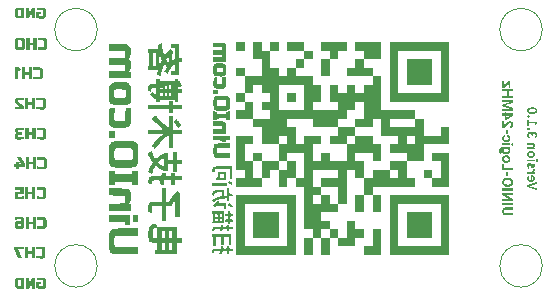
<source format=gbo>
%TF.GenerationSoftware,KiCad,Pcbnew,7.0.5*%
%TF.CreationDate,2023-07-03T12:06:52+08:00*%
%TF.ProjectId,UINIO-Logic-24MHz,55494e49-4f2d-44c6-9f67-69632d32344d,Version 3.1.0*%
%TF.SameCoordinates,PX9259d20PY589b1b0*%
%TF.FileFunction,Legend,Bot*%
%TF.FilePolarity,Positive*%
%FSLAX46Y46*%
G04 Gerber Fmt 4.6, Leading zero omitted, Abs format (unit mm)*
G04 Created by KiCad (PCBNEW 7.0.5) date 2023-07-03 12:06:52*
%MOMM*%
%LPD*%
G01*
G04 APERTURE LIST*
%ADD10C,0.200000*%
%ADD11C,0.100000*%
%ADD12C,0.300000*%
%ADD13C,2.200000*%
%ADD14C,0.650000*%
%ADD15O,2.100000X1.000000*%
%ADD16O,1.900000X1.000000*%
%ADD17R,1.700000X1.700000*%
%ADD18O,1.700000X1.700000*%
G04 APERTURE END LIST*
D10*
G36*
X-21343682Y-6895101D02*
G01*
X-21323720Y-6896889D01*
X-21303980Y-6898620D01*
X-21284464Y-6900295D01*
X-21265170Y-6901913D01*
X-21246098Y-6903474D01*
X-21227250Y-6904978D01*
X-21208624Y-6906426D01*
X-21190221Y-6907817D01*
X-21172041Y-6909151D01*
X-21154084Y-6910428D01*
X-21136349Y-6911648D01*
X-21118838Y-6912812D01*
X-21101549Y-6913919D01*
X-21084482Y-6914969D01*
X-21067639Y-6915963D01*
X-21051018Y-6916899D01*
X-21034620Y-6917779D01*
X-21018445Y-6918602D01*
X-21002493Y-6919369D01*
X-20986763Y-6920078D01*
X-20971257Y-6920731D01*
X-20955973Y-6921327D01*
X-20940911Y-6921867D01*
X-20926073Y-6922349D01*
X-20911457Y-6922775D01*
X-20897064Y-6923144D01*
X-20882894Y-6923456D01*
X-20868947Y-6923711D01*
X-20855222Y-6923910D01*
X-20841720Y-6924052D01*
X-20828441Y-6924137D01*
X-20815385Y-6924166D01*
X-20798028Y-6923904D01*
X-20781248Y-6923120D01*
X-20765047Y-6921813D01*
X-20749424Y-6919983D01*
X-20734379Y-6917630D01*
X-20719913Y-6914755D01*
X-20706024Y-6911356D01*
X-20692714Y-6907435D01*
X-20679982Y-6902991D01*
X-20667828Y-6898024D01*
X-20656252Y-6892534D01*
X-20645255Y-6886522D01*
X-20634835Y-6879986D01*
X-20624994Y-6872928D01*
X-20615731Y-6865347D01*
X-20607046Y-6857243D01*
X-20598942Y-6848558D01*
X-20591361Y-6839295D01*
X-20584303Y-6829454D01*
X-20577767Y-6819034D01*
X-20571755Y-6808037D01*
X-20566265Y-6796461D01*
X-20561298Y-6784307D01*
X-20556854Y-6771575D01*
X-20552933Y-6758265D01*
X-20549534Y-6744376D01*
X-20546659Y-6729910D01*
X-20544306Y-6714865D01*
X-20542476Y-6699242D01*
X-20541169Y-6683041D01*
X-20540385Y-6666261D01*
X-20540123Y-6648904D01*
X-20540123Y-6198764D01*
X-20540393Y-6180216D01*
X-20541203Y-6162307D01*
X-20542553Y-6145038D01*
X-20544443Y-6128407D01*
X-20546873Y-6112416D01*
X-20549843Y-6097064D01*
X-20553353Y-6082351D01*
X-20557404Y-6068278D01*
X-20561994Y-6054843D01*
X-20567124Y-6042048D01*
X-20572794Y-6029892D01*
X-20579004Y-6018376D01*
X-20585754Y-6007498D01*
X-20593044Y-5997260D01*
X-20600874Y-5987661D01*
X-20609244Y-5978702D01*
X-20618232Y-5970331D01*
X-20627856Y-5962501D01*
X-20638115Y-5955211D01*
X-20649010Y-5948461D01*
X-20660540Y-5942251D01*
X-20672705Y-5936581D01*
X-20685506Y-5931451D01*
X-20698942Y-5926861D01*
X-20713014Y-5922811D01*
X-20727721Y-5919301D01*
X-20743063Y-5916331D01*
X-20759041Y-5913901D01*
X-20775655Y-5912011D01*
X-20792903Y-5910661D01*
X-20810787Y-5909851D01*
X-20829307Y-5909581D01*
X-21343682Y-5909581D01*
X-21343682Y-6122072D01*
X-20885727Y-6122072D01*
X-20872021Y-6122746D01*
X-20859664Y-6124768D01*
X-20848654Y-6128139D01*
X-20838993Y-6132857D01*
X-20830679Y-6138923D01*
X-20823714Y-6146338D01*
X-20818097Y-6155101D01*
X-20813828Y-6165211D01*
X-20810907Y-6176670D01*
X-20809334Y-6189477D01*
X-20809035Y-6198764D01*
X-20809035Y-6648904D01*
X-20809619Y-6659448D01*
X-20811370Y-6669100D01*
X-20814890Y-6679231D01*
X-20819999Y-6688147D01*
X-20825643Y-6694822D01*
X-20833542Y-6701293D01*
X-20842493Y-6706175D01*
X-20852496Y-6709468D01*
X-20863550Y-6711171D01*
X-20870340Y-6711430D01*
X-20881113Y-6711404D01*
X-20892367Y-6711327D01*
X-20904102Y-6711198D01*
X-20914249Y-6711052D01*
X-20924730Y-6710869D01*
X-20933354Y-6710697D01*
X-20944411Y-6710456D01*
X-20955599Y-6710192D01*
X-20966917Y-6709903D01*
X-20978368Y-6709591D01*
X-20989949Y-6709254D01*
X-21001661Y-6708894D01*
X-21006383Y-6708743D01*
X-21018296Y-6708285D01*
X-21030220Y-6707827D01*
X-21042157Y-6707370D01*
X-21054106Y-6706912D01*
X-21066066Y-6706454D01*
X-21078039Y-6705996D01*
X-21082831Y-6705812D01*
X-21092833Y-6705404D01*
X-21103546Y-6704912D01*
X-21114968Y-6704336D01*
X-21127100Y-6703675D01*
X-21139942Y-6702931D01*
X-21150039Y-6702318D01*
X-21160535Y-6701657D01*
X-21171431Y-6700950D01*
X-21182726Y-6700195D01*
X-21194558Y-6699399D01*
X-21207064Y-6698569D01*
X-21220244Y-6697705D01*
X-21234097Y-6696806D01*
X-21248625Y-6695873D01*
X-21258685Y-6695232D01*
X-21269044Y-6694575D01*
X-21279703Y-6693904D01*
X-21290662Y-6693217D01*
X-21301920Y-6692515D01*
X-21313478Y-6691797D01*
X-21325335Y-6691064D01*
X-21337492Y-6690316D01*
X-21343682Y-6689937D01*
X-21343682Y-6895101D01*
G37*
G36*
X-22309663Y-6910000D02*
G01*
X-22040751Y-6910000D01*
X-22040751Y-6508953D01*
X-21704673Y-6508953D01*
X-21704673Y-6910000D01*
X-21436006Y-6910000D01*
X-21436006Y-5909581D01*
X-21704673Y-5909581D01*
X-21704673Y-6296461D01*
X-22040751Y-6296461D01*
X-22040751Y-5909581D01*
X-22309663Y-5909581D01*
X-22309663Y-6910000D01*
G37*
G36*
X-22605441Y-6910000D02*
G01*
X-22605441Y-6146496D01*
X-22447172Y-6201451D01*
X-22370968Y-6025840D01*
X-22639879Y-5909581D01*
X-22874352Y-5909581D01*
X-22874352Y-6910000D01*
X-22605441Y-6910000D01*
G37*
G36*
X19261876Y-17749109D02*
G01*
X18667707Y-17749109D01*
X18658521Y-17749200D01*
X18649456Y-17749471D01*
X18640511Y-17749923D01*
X18631687Y-17750555D01*
X18614402Y-17752363D01*
X18597598Y-17754893D01*
X18581278Y-17758147D01*
X18565440Y-17762123D01*
X18550084Y-17766823D01*
X18535211Y-17772245D01*
X18520821Y-17778391D01*
X18506913Y-17785259D01*
X18493488Y-17792850D01*
X18480545Y-17801165D01*
X18468085Y-17810202D01*
X18456107Y-17819963D01*
X18444612Y-17830446D01*
X18433600Y-17841653D01*
X18423165Y-17853458D01*
X18413404Y-17865792D01*
X18404316Y-17878654D01*
X18395901Y-17892046D01*
X18388159Y-17905967D01*
X18381091Y-17920417D01*
X18374695Y-17935395D01*
X18368973Y-17950903D01*
X18363924Y-17966939D01*
X18359549Y-17983504D01*
X18355846Y-18000599D01*
X18354247Y-18009344D01*
X18352817Y-18018222D01*
X18351554Y-18027232D01*
X18350460Y-18036374D01*
X18349535Y-18045649D01*
X18348778Y-18055055D01*
X18348188Y-18064594D01*
X18347768Y-18074265D01*
X18347515Y-18084069D01*
X18347431Y-18094005D01*
X18347513Y-18103805D01*
X18347757Y-18113479D01*
X18348165Y-18123026D01*
X18348736Y-18132445D01*
X18349470Y-18141738D01*
X18350368Y-18150903D01*
X18351428Y-18159941D01*
X18352652Y-18168853D01*
X18354039Y-18177637D01*
X18355588Y-18186294D01*
X18359178Y-18203227D01*
X18363419Y-18219651D01*
X18368314Y-18235568D01*
X18373861Y-18250976D01*
X18380060Y-18265875D01*
X18386913Y-18280266D01*
X18394417Y-18294149D01*
X18402575Y-18307524D01*
X18411385Y-18320390D01*
X18420847Y-18332748D01*
X18430962Y-18344598D01*
X18441675Y-18355812D01*
X18452875Y-18366318D01*
X18464563Y-18376118D01*
X18476739Y-18385209D01*
X18489403Y-18393593D01*
X18502554Y-18401270D01*
X18516193Y-18408239D01*
X18530320Y-18414500D01*
X18544935Y-18420054D01*
X18560037Y-18424900D01*
X18575627Y-18429039D01*
X18591704Y-18432470D01*
X18608270Y-18435194D01*
X18625323Y-18437210D01*
X18642864Y-18438519D01*
X18651817Y-18438908D01*
X18660892Y-18439120D01*
X19261876Y-18439120D01*
X19261876Y-18253593D01*
X18666388Y-18253593D01*
X18655475Y-18253428D01*
X18644938Y-18252933D01*
X18634778Y-18252109D01*
X18624993Y-18250955D01*
X18615585Y-18249471D01*
X18606553Y-18247658D01*
X18597896Y-18245514D01*
X18585617Y-18241681D01*
X18574184Y-18237106D01*
X18563598Y-18231790D01*
X18553857Y-18225731D01*
X18544963Y-18218930D01*
X18536915Y-18211388D01*
X18529686Y-18203147D01*
X18523169Y-18194335D01*
X18517363Y-18184950D01*
X18512268Y-18174994D01*
X18507883Y-18164466D01*
X18504210Y-18153366D01*
X18501247Y-18141694D01*
X18498996Y-18129450D01*
X18497456Y-18116635D01*
X18496824Y-18107773D01*
X18496508Y-18098658D01*
X18496468Y-18094005D01*
X18496629Y-18084387D01*
X18497112Y-18075069D01*
X18497917Y-18066052D01*
X18500493Y-18048920D01*
X18504357Y-18032990D01*
X18509509Y-18018262D01*
X18515949Y-18004737D01*
X18523677Y-17992413D01*
X18532693Y-17981292D01*
X18542997Y-17971372D01*
X18554589Y-17962655D01*
X18567469Y-17955140D01*
X18581637Y-17948827D01*
X18597093Y-17943716D01*
X18613837Y-17939808D01*
X18622692Y-17938304D01*
X18631869Y-17937101D01*
X18641368Y-17936199D01*
X18651189Y-17935597D01*
X18661332Y-17935296D01*
X19261876Y-17935296D01*
X19261876Y-17749109D01*
G37*
G36*
X18361500Y-17403994D02*
G01*
X18361500Y-17589521D01*
X19261876Y-17589521D01*
X19261876Y-17403994D01*
X18361500Y-17403994D01*
G37*
G36*
X18361500Y-16502518D02*
G01*
X18361500Y-16688045D01*
X18953911Y-17049207D01*
X18361500Y-17049207D01*
X18361500Y-17234514D01*
X19261876Y-17234514D01*
X19261876Y-17049207D01*
X18668146Y-16687386D01*
X19261876Y-16687386D01*
X19261876Y-16502518D01*
X18361500Y-16502518D01*
G37*
G36*
X18361500Y-16148390D02*
G01*
X18361500Y-16333917D01*
X19261876Y-16333917D01*
X19261876Y-16148390D01*
X18361500Y-16148390D01*
G37*
G36*
X18847972Y-15239848D02*
G01*
X18864225Y-15240409D01*
X18880230Y-15241345D01*
X18895988Y-15242656D01*
X18911499Y-15244340D01*
X18926763Y-15246399D01*
X18941779Y-15248833D01*
X18956548Y-15251641D01*
X18971070Y-15254823D01*
X18985345Y-15258379D01*
X18999372Y-15262310D01*
X19013152Y-15266616D01*
X19026684Y-15271295D01*
X19039969Y-15276350D01*
X19053007Y-15281778D01*
X19065798Y-15287581D01*
X19078308Y-15293726D01*
X19090449Y-15300179D01*
X19102220Y-15306942D01*
X19113622Y-15314014D01*
X19124655Y-15321395D01*
X19135319Y-15329085D01*
X19145614Y-15337085D01*
X19155539Y-15345393D01*
X19165095Y-15354011D01*
X19174282Y-15362937D01*
X19183100Y-15372173D01*
X19191548Y-15381718D01*
X19199627Y-15391572D01*
X19207337Y-15401735D01*
X19214678Y-15412208D01*
X19221650Y-15422989D01*
X19228224Y-15433996D01*
X19234375Y-15445201D01*
X19240101Y-15456603D01*
X19245404Y-15468203D01*
X19250282Y-15480000D01*
X19254736Y-15491995D01*
X19258765Y-15504187D01*
X19262371Y-15516577D01*
X19265552Y-15529164D01*
X19268309Y-15541949D01*
X19270642Y-15554931D01*
X19272551Y-15568111D01*
X19274036Y-15581488D01*
X19275096Y-15595062D01*
X19275733Y-15608835D01*
X19275945Y-15622804D01*
X19275733Y-15636775D01*
X19275096Y-15650549D01*
X19274036Y-15664128D01*
X19272551Y-15677512D01*
X19270642Y-15690699D01*
X19268309Y-15703691D01*
X19265552Y-15716486D01*
X19262371Y-15729087D01*
X19258765Y-15741491D01*
X19254736Y-15753699D01*
X19250282Y-15765712D01*
X19245404Y-15777529D01*
X19240101Y-15789150D01*
X19234375Y-15800576D01*
X19228224Y-15811805D01*
X19221650Y-15822839D01*
X19214678Y-15833621D01*
X19207337Y-15844093D01*
X19199627Y-15854256D01*
X19191548Y-15864110D01*
X19183100Y-15873655D01*
X19174282Y-15882891D01*
X19165095Y-15891817D01*
X19155539Y-15900435D01*
X19145614Y-15908744D01*
X19135319Y-15916743D01*
X19124655Y-15924433D01*
X19113622Y-15931814D01*
X19102220Y-15938886D01*
X19090449Y-15945649D01*
X19078308Y-15952103D01*
X19065798Y-15958247D01*
X19053006Y-15964050D01*
X19039963Y-15969479D01*
X19026669Y-15974533D01*
X19013124Y-15979213D01*
X18999329Y-15983518D01*
X18985283Y-15987449D01*
X18970986Y-15991005D01*
X18956438Y-15994188D01*
X18941640Y-15996996D01*
X18926591Y-15999429D01*
X18911291Y-16001488D01*
X18895741Y-16003173D01*
X18879940Y-16004483D01*
X18863888Y-16005419D01*
X18847585Y-16005981D01*
X18831032Y-16006168D01*
X18786189Y-16006168D01*
X18770013Y-16005900D01*
X18754071Y-16005261D01*
X18738366Y-16004251D01*
X18722895Y-16002871D01*
X18707660Y-16001119D01*
X18692660Y-15998996D01*
X18677895Y-15996503D01*
X18663365Y-15993638D01*
X18649071Y-15990403D01*
X18635012Y-15986796D01*
X18621189Y-15982819D01*
X18607600Y-15978471D01*
X18594247Y-15973751D01*
X18581129Y-15968661D01*
X18568247Y-15963200D01*
X18555599Y-15957368D01*
X18543250Y-15951196D01*
X18531261Y-15944715D01*
X18519633Y-15937924D01*
X18508366Y-15930825D01*
X18497459Y-15923416D01*
X18486913Y-15915699D01*
X18476727Y-15907672D01*
X18466903Y-15899336D01*
X18457438Y-15890691D01*
X18448335Y-15881737D01*
X18439592Y-15872473D01*
X18431209Y-15862901D01*
X18423188Y-15853020D01*
X18415527Y-15842829D01*
X18408226Y-15832329D01*
X18401287Y-15821520D01*
X18394765Y-15810436D01*
X18388664Y-15799164D01*
X18382984Y-15787705D01*
X18377725Y-15776059D01*
X18372886Y-15764226D01*
X18368468Y-15752205D01*
X18364471Y-15739998D01*
X18360895Y-15727603D01*
X18357739Y-15715021D01*
X18355005Y-15702251D01*
X18352690Y-15689295D01*
X18350797Y-15676151D01*
X18349324Y-15662821D01*
X18348273Y-15649303D01*
X18347641Y-15635597D01*
X18347431Y-15621705D01*
X18499546Y-15621705D01*
X18499844Y-15633429D01*
X18500741Y-15644807D01*
X18502235Y-15655837D01*
X18504327Y-15666521D01*
X18507016Y-15676857D01*
X18510303Y-15686847D01*
X18514188Y-15696490D01*
X18518670Y-15705786D01*
X18523750Y-15714735D01*
X18529427Y-15723337D01*
X18535702Y-15731592D01*
X18542575Y-15739500D01*
X18550045Y-15747062D01*
X18558113Y-15754276D01*
X18566779Y-15761144D01*
X18576042Y-15767665D01*
X18585847Y-15773787D01*
X18596135Y-15779514D01*
X18606908Y-15784847D01*
X18618165Y-15789784D01*
X18629907Y-15794326D01*
X18642132Y-15798474D01*
X18654842Y-15802226D01*
X18668036Y-15805583D01*
X18681715Y-15808546D01*
X18695878Y-15811113D01*
X18710525Y-15813286D01*
X18725656Y-15815063D01*
X18741272Y-15816445D01*
X18757372Y-15817433D01*
X18773956Y-15818025D01*
X18791025Y-15818223D01*
X18835209Y-15818223D01*
X18852583Y-15817946D01*
X18869425Y-15817278D01*
X18885734Y-15816221D01*
X18901511Y-15814775D01*
X18916756Y-15812938D01*
X18931468Y-15810711D01*
X18945648Y-15808095D01*
X18959296Y-15805089D01*
X18972411Y-15801693D01*
X18984994Y-15797907D01*
X18997045Y-15793731D01*
X19008563Y-15789166D01*
X19019549Y-15784210D01*
X19030002Y-15778865D01*
X19039923Y-15773130D01*
X19049312Y-15767005D01*
X19058176Y-15760491D01*
X19066468Y-15753644D01*
X19074188Y-15746464D01*
X19081337Y-15738951D01*
X19087913Y-15731104D01*
X19093918Y-15722925D01*
X19099351Y-15714412D01*
X19104211Y-15705566D01*
X19108501Y-15696387D01*
X19112218Y-15686874D01*
X19115363Y-15677029D01*
X19117936Y-15666850D01*
X19119938Y-15656339D01*
X19121368Y-15645494D01*
X19122225Y-15634316D01*
X19122511Y-15622804D01*
X19122222Y-15611241D01*
X19121354Y-15600015D01*
X19119907Y-15589128D01*
X19117881Y-15578579D01*
X19115277Y-15568369D01*
X19112094Y-15558497D01*
X19108332Y-15548963D01*
X19103992Y-15539768D01*
X19099072Y-15530911D01*
X19093574Y-15522392D01*
X19087498Y-15514211D01*
X19080842Y-15506369D01*
X19073608Y-15498865D01*
X19065795Y-15491700D01*
X19057403Y-15484872D01*
X19048433Y-15478383D01*
X19043749Y-15475259D01*
X19033981Y-15469309D01*
X19023677Y-15463755D01*
X19012837Y-15458598D01*
X19001462Y-15453837D01*
X18989550Y-15449474D01*
X18977103Y-15445507D01*
X18964120Y-15441936D01*
X18950601Y-15438763D01*
X18936547Y-15435986D01*
X18921956Y-15433605D01*
X18906830Y-15431622D01*
X18891168Y-15430035D01*
X18874970Y-15428845D01*
X18858236Y-15428052D01*
X18840967Y-15427655D01*
X18832131Y-15427605D01*
X18787948Y-15427605D01*
X18770571Y-15427854D01*
X18753721Y-15428491D01*
X18737399Y-15429517D01*
X18721604Y-15430930D01*
X18706336Y-15432732D01*
X18691595Y-15434921D01*
X18677381Y-15437499D01*
X18663695Y-15440465D01*
X18650536Y-15443819D01*
X18637904Y-15447561D01*
X18625800Y-15451691D01*
X18614222Y-15456209D01*
X18603172Y-15461116D01*
X18592649Y-15466410D01*
X18582653Y-15472093D01*
X18573185Y-15478164D01*
X18564268Y-15484598D01*
X18555926Y-15491370D01*
X18548159Y-15498481D01*
X18540968Y-15505929D01*
X18534352Y-15513717D01*
X18528311Y-15521842D01*
X18522845Y-15530306D01*
X18517955Y-15539108D01*
X18513641Y-15548249D01*
X18509901Y-15557728D01*
X18506737Y-15567545D01*
X18504148Y-15577700D01*
X18502134Y-15588194D01*
X18500696Y-15599026D01*
X18499833Y-15610196D01*
X18499546Y-15621705D01*
X18347431Y-15621705D01*
X18347644Y-15607655D01*
X18348283Y-15593805D01*
X18349348Y-15580157D01*
X18350838Y-15566709D01*
X18352755Y-15553463D01*
X18355097Y-15540417D01*
X18357866Y-15527572D01*
X18361060Y-15514928D01*
X18364680Y-15502485D01*
X18368726Y-15490243D01*
X18373198Y-15478202D01*
X18378096Y-15466362D01*
X18383420Y-15454723D01*
X18389169Y-15443285D01*
X18395345Y-15432047D01*
X18401946Y-15421011D01*
X18408967Y-15410234D01*
X18416344Y-15399774D01*
X18424079Y-15389633D01*
X18432171Y-15379809D01*
X18440620Y-15370302D01*
X18449427Y-15361114D01*
X18458591Y-15352243D01*
X18468112Y-15343690D01*
X18477990Y-15335454D01*
X18488225Y-15327536D01*
X18498817Y-15319936D01*
X18509767Y-15312654D01*
X18521074Y-15305689D01*
X18532738Y-15299042D01*
X18544759Y-15292713D01*
X18557138Y-15286702D01*
X18569851Y-15281005D01*
X18582819Y-15275676D01*
X18596043Y-15270715D01*
X18609524Y-15266121D01*
X18623260Y-15261895D01*
X18637252Y-15258036D01*
X18651499Y-15254545D01*
X18666003Y-15251421D01*
X18680763Y-15248664D01*
X18695778Y-15246276D01*
X18711050Y-15244254D01*
X18726577Y-15242601D01*
X18742360Y-15241314D01*
X18758399Y-15240395D01*
X18774694Y-15239844D01*
X18791245Y-15239660D01*
X18831472Y-15239660D01*
X18847972Y-15239848D01*
G37*
G36*
X18681775Y-14773645D02*
G01*
X18681775Y-15121838D01*
X18825756Y-15121838D01*
X18825756Y-14773645D01*
X18681775Y-14773645D01*
G37*
G36*
X18510536Y-14436004D02*
G01*
X18510536Y-14042089D01*
X18361500Y-14042089D01*
X18361500Y-14621311D01*
X19261876Y-14621311D01*
X19261876Y-14436004D01*
X18510536Y-14436004D01*
G37*
G36*
X18730795Y-13346143D02*
G01*
X18748232Y-13347676D01*
X18765207Y-13349801D01*
X18781720Y-13352519D01*
X18797771Y-13355829D01*
X18813360Y-13359732D01*
X18828487Y-13364227D01*
X18843152Y-13369314D01*
X18857355Y-13374995D01*
X18871096Y-13381267D01*
X18884376Y-13388132D01*
X18897193Y-13395590D01*
X18909548Y-13403640D01*
X18921442Y-13412282D01*
X18932873Y-13421517D01*
X18943843Y-13431345D01*
X18954350Y-13441764D01*
X18964332Y-13452648D01*
X18973670Y-13463921D01*
X18982364Y-13475585D01*
X18990414Y-13487638D01*
X18997820Y-13500081D01*
X19004582Y-13512914D01*
X19010700Y-13526136D01*
X19016174Y-13539749D01*
X19021004Y-13553751D01*
X19025190Y-13568143D01*
X19028732Y-13582925D01*
X19031630Y-13598097D01*
X19033884Y-13613658D01*
X19035494Y-13629610D01*
X19036460Y-13645951D01*
X19036782Y-13662682D01*
X19036616Y-13674490D01*
X19036119Y-13686117D01*
X19035291Y-13697564D01*
X19034131Y-13708830D01*
X19032639Y-13719917D01*
X19030816Y-13730822D01*
X19028662Y-13741548D01*
X19026176Y-13752093D01*
X19023359Y-13762458D01*
X19020210Y-13772643D01*
X19016730Y-13782647D01*
X19012918Y-13792471D01*
X19008775Y-13802115D01*
X19004300Y-13811578D01*
X18999495Y-13820861D01*
X18994357Y-13829964D01*
X18988917Y-13838844D01*
X18983205Y-13847460D01*
X18977219Y-13855812D01*
X18970960Y-13863899D01*
X18964428Y-13871721D01*
X18957623Y-13879279D01*
X18950545Y-13886572D01*
X18943194Y-13893602D01*
X18935570Y-13900366D01*
X18927673Y-13906866D01*
X18919503Y-13913102D01*
X18911060Y-13919073D01*
X18902343Y-13924780D01*
X18893354Y-13930222D01*
X18884092Y-13935400D01*
X18874556Y-13940313D01*
X18864800Y-13944945D01*
X18854875Y-13949277D01*
X18844783Y-13953311D01*
X18834522Y-13957047D01*
X18824092Y-13960483D01*
X18813495Y-13963621D01*
X18802729Y-13966459D01*
X18791794Y-13968999D01*
X18780692Y-13971240D01*
X18769421Y-13973183D01*
X18757982Y-13974826D01*
X18746374Y-13976171D01*
X18734599Y-13977217D01*
X18722655Y-13977964D01*
X18710542Y-13978412D01*
X18698262Y-13978561D01*
X18690348Y-13978561D01*
X18680507Y-13978477D01*
X18670795Y-13978225D01*
X18661213Y-13977804D01*
X18651760Y-13977215D01*
X18642436Y-13976458D01*
X18633241Y-13975532D01*
X18624175Y-13974438D01*
X18615239Y-13973176D01*
X18606432Y-13971745D01*
X18597754Y-13970146D01*
X18580786Y-13966444D01*
X18564335Y-13962068D01*
X18548400Y-13957019D01*
X18532983Y-13951297D01*
X18518082Y-13944902D01*
X18503699Y-13937833D01*
X18489832Y-13930091D01*
X18476483Y-13921676D01*
X18463650Y-13912588D01*
X18451334Y-13902827D01*
X18439535Y-13892393D01*
X18428382Y-13881393D01*
X18417948Y-13869937D01*
X18408234Y-13858024D01*
X18399240Y-13845654D01*
X18390965Y-13832827D01*
X18383409Y-13819543D01*
X18376573Y-13805803D01*
X18370457Y-13791606D01*
X18365060Y-13776952D01*
X18360383Y-13761841D01*
X18356426Y-13746273D01*
X18353188Y-13730249D01*
X18350669Y-13713768D01*
X18348870Y-13696830D01*
X18347791Y-13679435D01*
X18347521Y-13670566D01*
X18347431Y-13661583D01*
X18491412Y-13661583D01*
X18491607Y-13669789D01*
X18492631Y-13681651D01*
X18494531Y-13692976D01*
X18497309Y-13703763D01*
X18500963Y-13714014D01*
X18505495Y-13723727D01*
X18510904Y-13732904D01*
X18517190Y-13741543D01*
X18524353Y-13749645D01*
X18532394Y-13757210D01*
X18541311Y-13764238D01*
X18551055Y-13770642D01*
X18561576Y-13776415D01*
X18572874Y-13781559D01*
X18584949Y-13786072D01*
X18593430Y-13788732D01*
X18602256Y-13791111D01*
X18611427Y-13793211D01*
X18620944Y-13795030D01*
X18630806Y-13796570D01*
X18641013Y-13797829D01*
X18651565Y-13798809D01*
X18662462Y-13799509D01*
X18673705Y-13799929D01*
X18685292Y-13800069D01*
X18691860Y-13800034D01*
X18704670Y-13799754D01*
X18717045Y-13799194D01*
X18728985Y-13798354D01*
X18740491Y-13797234D01*
X18751563Y-13795835D01*
X18762200Y-13794155D01*
X18772403Y-13792196D01*
X18782171Y-13789956D01*
X18791505Y-13787437D01*
X18800404Y-13784638D01*
X18808869Y-13781559D01*
X18820751Y-13776415D01*
X18831656Y-13770642D01*
X18841583Y-13764238D01*
X18847706Y-13759617D01*
X18856148Y-13752253D01*
X18863702Y-13744372D01*
X18870368Y-13735973D01*
X18876145Y-13727056D01*
X18881033Y-13717622D01*
X18885032Y-13707669D01*
X18888142Y-13697199D01*
X18890364Y-13686211D01*
X18891697Y-13674706D01*
X18892142Y-13662682D01*
X18891943Y-13654527D01*
X18890902Y-13642730D01*
X18888968Y-13631454D01*
X18886141Y-13620700D01*
X18882422Y-13610467D01*
X18877811Y-13600757D01*
X18872306Y-13591567D01*
X18865909Y-13582900D01*
X18858620Y-13574754D01*
X18850438Y-13567130D01*
X18841363Y-13560027D01*
X18831477Y-13553506D01*
X18820861Y-13547626D01*
X18809514Y-13542388D01*
X18797437Y-13537791D01*
X18788980Y-13535083D01*
X18780199Y-13532659D01*
X18771093Y-13530521D01*
X18761662Y-13528668D01*
X18751907Y-13527100D01*
X18741827Y-13525818D01*
X18731422Y-13524820D01*
X18720693Y-13524107D01*
X18709640Y-13523679D01*
X18698262Y-13523537D01*
X18691546Y-13523573D01*
X18678462Y-13523858D01*
X18665839Y-13524428D01*
X18653679Y-13525283D01*
X18641980Y-13526423D01*
X18630744Y-13527849D01*
X18619969Y-13529559D01*
X18609657Y-13531555D01*
X18599806Y-13533835D01*
X18590418Y-13536401D01*
X18581491Y-13539252D01*
X18573026Y-13542388D01*
X18561195Y-13547626D01*
X18550404Y-13553506D01*
X18540652Y-13560027D01*
X18534689Y-13564700D01*
X18526466Y-13572128D01*
X18519109Y-13580058D01*
X18512618Y-13588490D01*
X18506992Y-13597425D01*
X18502231Y-13606862D01*
X18498337Y-13616802D01*
X18495307Y-13627244D01*
X18493143Y-13638188D01*
X18491845Y-13649634D01*
X18491412Y-13661583D01*
X18347431Y-13661583D01*
X18347521Y-13652587D01*
X18347792Y-13643706D01*
X18348874Y-13626292D01*
X18350677Y-13609339D01*
X18353201Y-13592848D01*
X18356447Y-13576820D01*
X18360414Y-13561253D01*
X18365102Y-13546148D01*
X18370512Y-13531505D01*
X18376643Y-13517325D01*
X18383495Y-13503606D01*
X18391069Y-13490349D01*
X18399363Y-13477554D01*
X18408379Y-13465221D01*
X18418117Y-13453350D01*
X18428575Y-13441940D01*
X18439755Y-13430993D01*
X18445598Y-13425705D01*
X18457638Y-13415633D01*
X18470151Y-13406233D01*
X18483135Y-13397503D01*
X18496592Y-13389446D01*
X18510522Y-13382059D01*
X18524923Y-13375345D01*
X18539797Y-13369301D01*
X18555143Y-13363930D01*
X18570961Y-13359229D01*
X18587252Y-13355200D01*
X18604015Y-13351843D01*
X18621250Y-13349157D01*
X18630045Y-13348066D01*
X18638958Y-13347143D01*
X18647988Y-13346387D01*
X18657137Y-13345800D01*
X18666404Y-13345380D01*
X18675789Y-13345128D01*
X18685292Y-13345044D01*
X18730795Y-13346143D01*
G37*
G36*
X19036782Y-12815062D02*
G01*
X18973035Y-12822536D01*
X18980754Y-12830366D01*
X18987976Y-12838579D01*
X18994699Y-12847175D01*
X19000924Y-12856154D01*
X19006652Y-12865516D01*
X19011881Y-12875261D01*
X19016612Y-12885389D01*
X19020845Y-12895900D01*
X19024580Y-12906794D01*
X19027818Y-12918071D01*
X19030557Y-12929731D01*
X19032798Y-12941773D01*
X19034541Y-12954199D01*
X19035786Y-12967008D01*
X19036533Y-12980200D01*
X19036782Y-12993774D01*
X19036417Y-13009101D01*
X19035322Y-13024030D01*
X19033498Y-13038563D01*
X19030943Y-13052699D01*
X19027659Y-13066439D01*
X19023645Y-13079782D01*
X19018900Y-13092728D01*
X19013426Y-13105277D01*
X19007223Y-13117430D01*
X19000289Y-13129186D01*
X18992625Y-13140545D01*
X18984232Y-13151508D01*
X18975108Y-13162074D01*
X18965255Y-13172243D01*
X18954672Y-13182015D01*
X18943359Y-13191391D01*
X18937462Y-13195895D01*
X18925319Y-13204473D01*
X18912710Y-13212479D01*
X18899636Y-13219913D01*
X18886097Y-13226776D01*
X18872092Y-13233066D01*
X18857622Y-13238785D01*
X18842686Y-13243932D01*
X18827285Y-13248507D01*
X18811419Y-13252510D01*
X18795087Y-13255941D01*
X18778289Y-13258800D01*
X18761027Y-13261088D01*
X18752221Y-13262017D01*
X18743299Y-13262804D01*
X18734260Y-13263447D01*
X18725105Y-13263947D01*
X18715834Y-13264305D01*
X18706447Y-13264519D01*
X18696943Y-13264591D01*
X18689689Y-13264591D01*
X18680063Y-13264518D01*
X18670557Y-13264300D01*
X18661170Y-13263936D01*
X18651904Y-13263426D01*
X18642757Y-13262771D01*
X18633730Y-13261971D01*
X18624823Y-13261025D01*
X18616036Y-13259933D01*
X18598820Y-13257313D01*
X18582084Y-13254112D01*
X18565827Y-13250327D01*
X18550049Y-13245961D01*
X18534750Y-13241013D01*
X18519930Y-13235482D01*
X18505590Y-13229369D01*
X18491728Y-13222674D01*
X18478346Y-13215397D01*
X18465443Y-13207537D01*
X18453019Y-13199096D01*
X18441074Y-13190072D01*
X18429734Y-13180578D01*
X18419126Y-13170725D01*
X18409250Y-13160513D01*
X18400105Y-13149942D01*
X18391692Y-13139012D01*
X18384010Y-13127723D01*
X18377060Y-13116075D01*
X18370842Y-13104068D01*
X18365355Y-13091703D01*
X18360600Y-13078978D01*
X18356576Y-13065894D01*
X18353284Y-13052452D01*
X18350723Y-13038651D01*
X18348894Y-13024490D01*
X18347797Y-13009971D01*
X18347431Y-12995093D01*
X18347708Y-12982634D01*
X18348537Y-12970480D01*
X18349920Y-12958632D01*
X18351473Y-12949371D01*
X18492072Y-12949371D01*
X18492271Y-12957206D01*
X18493317Y-12968563D01*
X18495259Y-12979445D01*
X18498098Y-12989851D01*
X18501833Y-12999782D01*
X18506465Y-13009238D01*
X18511993Y-13018219D01*
X18518417Y-13026724D01*
X18525738Y-13034754D01*
X18533956Y-13042309D01*
X18543070Y-13049388D01*
X18553013Y-13055909D01*
X18563636Y-13061789D01*
X18574940Y-13067027D01*
X18586923Y-13071624D01*
X18595290Y-13074333D01*
X18603959Y-13076756D01*
X18612931Y-13078894D01*
X18622204Y-13080747D01*
X18631780Y-13082315D01*
X18641658Y-13083598D01*
X18651839Y-13084595D01*
X18662321Y-13085308D01*
X18673106Y-13085736D01*
X18684193Y-13085878D01*
X18690600Y-13085842D01*
X18703113Y-13085556D01*
X18715223Y-13084982D01*
X18726932Y-13084122D01*
X18738239Y-13082974D01*
X18749144Y-13081540D01*
X18759647Y-13079820D01*
X18769749Y-13077812D01*
X18779448Y-13075518D01*
X18788746Y-13072937D01*
X18797641Y-13070069D01*
X18806135Y-13066914D01*
X18818123Y-13061644D01*
X18829206Y-13055729D01*
X18839385Y-13049168D01*
X18845694Y-13044446D01*
X18854393Y-13036963D01*
X18862177Y-13029000D01*
X18869046Y-13020559D01*
X18874998Y-13011638D01*
X18880035Y-13002238D01*
X18884156Y-12992359D01*
X18887361Y-12982001D01*
X18889651Y-12971164D01*
X18891024Y-12959847D01*
X18891482Y-12948052D01*
X18891246Y-12938249D01*
X18890538Y-12928790D01*
X18889357Y-12919675D01*
X18887704Y-12910903D01*
X18884339Y-12898388D01*
X18879912Y-12886647D01*
X18874421Y-12875678D01*
X18867869Y-12865483D01*
X18860253Y-12856060D01*
X18851576Y-12847409D01*
X18841835Y-12839532D01*
X18831032Y-12832427D01*
X18552522Y-12832427D01*
X18548803Y-12834671D01*
X18538354Y-12841948D01*
X18528968Y-12850045D01*
X18520644Y-12858960D01*
X18513383Y-12868695D01*
X18507184Y-12879249D01*
X18502048Y-12890622D01*
X18497975Y-12902814D01*
X18495850Y-12911397D01*
X18494197Y-12920345D01*
X18493016Y-12929656D01*
X18492308Y-12939331D01*
X18492072Y-12949371D01*
X18351473Y-12949371D01*
X18351855Y-12947090D01*
X18354343Y-12935854D01*
X18357385Y-12924923D01*
X18360979Y-12914298D01*
X18365127Y-12903978D01*
X18369827Y-12893965D01*
X18375080Y-12884256D01*
X18380886Y-12874854D01*
X18387246Y-12865757D01*
X18394158Y-12856966D01*
X18401623Y-12848481D01*
X18409641Y-12840301D01*
X18418213Y-12832427D01*
X18381723Y-12832427D01*
X18372974Y-12832582D01*
X18360324Y-12833393D01*
X18348242Y-12834900D01*
X18336728Y-12837103D01*
X18325782Y-12840001D01*
X18315404Y-12843594D01*
X18305593Y-12847883D01*
X18296351Y-12852868D01*
X18287677Y-12858548D01*
X18279571Y-12864924D01*
X18272033Y-12871995D01*
X18267348Y-12877063D01*
X18260888Y-12885127D01*
X18255107Y-12893743D01*
X18250007Y-12902912D01*
X18245586Y-12912633D01*
X18241846Y-12922907D01*
X18238786Y-12933733D01*
X18236406Y-12945112D01*
X18234705Y-12957043D01*
X18233685Y-12969527D01*
X18233345Y-12982563D01*
X18233645Y-12994376D01*
X18234544Y-13005964D01*
X18236042Y-13017327D01*
X18238140Y-13028464D01*
X18240837Y-13039377D01*
X18244134Y-13050065D01*
X18248029Y-13060528D01*
X18252524Y-13070766D01*
X18257619Y-13080779D01*
X18263313Y-13090567D01*
X18269606Y-13100129D01*
X18276498Y-13109467D01*
X18283990Y-13118581D01*
X18292081Y-13127469D01*
X18300772Y-13136132D01*
X18310062Y-13144570D01*
X18200153Y-13223704D01*
X18191564Y-13216689D01*
X18183272Y-13209078D01*
X18175278Y-13200872D01*
X18167582Y-13192071D01*
X18160183Y-13182675D01*
X18153081Y-13172684D01*
X18146278Y-13162098D01*
X18139771Y-13150917D01*
X18135599Y-13143132D01*
X18131559Y-13135083D01*
X18127651Y-13126770D01*
X18123876Y-13118192D01*
X18120282Y-13109439D01*
X18116920Y-13100658D01*
X18113791Y-13091847D01*
X18110893Y-13083007D01*
X18108226Y-13074138D01*
X18105792Y-13065239D01*
X18103590Y-13056312D01*
X18101619Y-13047355D01*
X18099880Y-13038369D01*
X18098373Y-13029354D01*
X18097098Y-13020310D01*
X18096055Y-13011236D01*
X18095243Y-13002133D01*
X18094664Y-12993001D01*
X18094316Y-12983840D01*
X18094200Y-12974650D01*
X18094335Y-12962602D01*
X18094739Y-12950748D01*
X18095413Y-12939088D01*
X18096357Y-12927623D01*
X18097570Y-12916351D01*
X18099053Y-12905273D01*
X18100806Y-12894390D01*
X18102828Y-12883700D01*
X18105120Y-12873205D01*
X18107681Y-12862903D01*
X18110512Y-12852796D01*
X18113613Y-12842883D01*
X18116983Y-12833163D01*
X18120623Y-12823638D01*
X18124533Y-12814307D01*
X18128712Y-12805170D01*
X18133121Y-12796257D01*
X18137776Y-12787598D01*
X18142676Y-12779194D01*
X18147822Y-12771043D01*
X18153214Y-12763147D01*
X18158851Y-12755505D01*
X18164734Y-12748117D01*
X18170862Y-12740983D01*
X18177236Y-12734103D01*
X18183855Y-12727478D01*
X18190720Y-12721106D01*
X18197831Y-12714989D01*
X18205187Y-12709126D01*
X18212789Y-12703518D01*
X18220636Y-12698163D01*
X18228729Y-12693062D01*
X18237008Y-12688218D01*
X18245470Y-12683686D01*
X18254113Y-12679466D01*
X18262938Y-12675559D01*
X18271946Y-12671965D01*
X18281135Y-12668683D01*
X18290507Y-12665714D01*
X18300060Y-12663057D01*
X18309796Y-12660713D01*
X18319713Y-12658681D01*
X18329813Y-12656962D01*
X18340095Y-12655556D01*
X18350558Y-12654462D01*
X18361204Y-12653681D01*
X18372032Y-12653212D01*
X18383042Y-12653055D01*
X19036782Y-12653055D01*
X19036782Y-12815062D01*
G37*
G36*
X18361500Y-12330801D02*
G01*
X18361500Y-12510173D01*
X19036782Y-12510173D01*
X19036782Y-12330801D01*
X18361500Y-12330801D01*
G37*
G36*
X19213956Y-12520505D02*
G01*
X19223789Y-12520086D01*
X19233176Y-12518829D01*
X19242117Y-12516734D01*
X19250611Y-12513800D01*
X19258658Y-12510029D01*
X19266259Y-12505420D01*
X19273413Y-12499972D01*
X19280121Y-12493687D01*
X19286201Y-12486677D01*
X19291469Y-12479055D01*
X19295928Y-12470822D01*
X19299575Y-12461978D01*
X19302412Y-12452523D01*
X19304439Y-12442456D01*
X19305655Y-12431777D01*
X19306060Y-12420487D01*
X19305655Y-12409345D01*
X19304439Y-12398780D01*
X19302412Y-12388792D01*
X19299575Y-12379381D01*
X19295928Y-12370547D01*
X19291469Y-12362290D01*
X19286201Y-12354611D01*
X19280121Y-12347508D01*
X19273413Y-12341119D01*
X19266259Y-12335582D01*
X19258658Y-12330898D01*
X19250611Y-12327065D01*
X19242117Y-12324083D01*
X19233176Y-12321954D01*
X19223789Y-12320676D01*
X19213956Y-12320250D01*
X19203968Y-12320679D01*
X19194447Y-12321967D01*
X19185393Y-12324114D01*
X19176807Y-12327119D01*
X19168687Y-12330983D01*
X19161035Y-12335706D01*
X19153849Y-12341287D01*
X19147131Y-12347727D01*
X19141052Y-12354875D01*
X19135783Y-12362579D01*
X19131325Y-12370839D01*
X19127677Y-12379656D01*
X19124840Y-12389029D01*
X19122814Y-12398959D01*
X19121598Y-12409445D01*
X19121192Y-12420487D01*
X19121598Y-12431478D01*
X19122814Y-12441920D01*
X19124840Y-12451812D01*
X19127677Y-12461154D01*
X19131325Y-12469947D01*
X19135783Y-12478190D01*
X19141052Y-12485883D01*
X19147131Y-12493028D01*
X19153849Y-12499468D01*
X19161035Y-12505049D01*
X19168687Y-12509772D01*
X19176807Y-12513636D01*
X19185393Y-12516641D01*
X19194447Y-12518788D01*
X19203968Y-12520076D01*
X19213956Y-12520505D01*
G37*
G36*
X18491412Y-11906991D02*
G01*
X18491648Y-11897882D01*
X18492355Y-11889101D01*
X18494031Y-11877904D01*
X18496545Y-11867291D01*
X18499898Y-11857262D01*
X18504088Y-11847816D01*
X18509116Y-11838955D01*
X18514983Y-11830677D01*
X18518230Y-11826757D01*
X18525209Y-11819473D01*
X18532738Y-11813115D01*
X18540816Y-11807685D01*
X18549444Y-11803182D01*
X18558622Y-11799606D01*
X18568349Y-11796958D01*
X18578625Y-11795238D01*
X18589451Y-11794444D01*
X18589451Y-11626942D01*
X18576897Y-11627381D01*
X18564539Y-11628449D01*
X18552378Y-11630148D01*
X18540415Y-11632476D01*
X18528648Y-11635434D01*
X18517079Y-11639021D01*
X18505706Y-11643239D01*
X18494531Y-11648086D01*
X18483553Y-11653563D01*
X18472771Y-11659670D01*
X18465693Y-11664092D01*
X18455364Y-11671169D01*
X18445480Y-11678718D01*
X18436039Y-11686739D01*
X18427043Y-11695230D01*
X18418492Y-11704194D01*
X18410384Y-11713628D01*
X18402721Y-11723534D01*
X18395503Y-11733912D01*
X18388728Y-11744760D01*
X18382399Y-11756081D01*
X18378426Y-11763889D01*
X18374672Y-11771855D01*
X18371161Y-11779926D01*
X18367892Y-11788101D01*
X18364865Y-11796381D01*
X18362081Y-11804766D01*
X18359538Y-11813256D01*
X18357238Y-11821850D01*
X18355180Y-11830549D01*
X18353364Y-11839353D01*
X18351790Y-11848262D01*
X18350458Y-11857275D01*
X18349368Y-11866394D01*
X18348521Y-11875616D01*
X18347915Y-11884944D01*
X18347552Y-11894377D01*
X18347431Y-11903914D01*
X18347520Y-11912826D01*
X18347785Y-11921619D01*
X18348846Y-11938851D01*
X18350615Y-11955609D01*
X18353091Y-11971893D01*
X18356275Y-11987702D01*
X18360167Y-12003038D01*
X18364766Y-12017900D01*
X18370072Y-12032288D01*
X18376087Y-12046202D01*
X18382808Y-12059641D01*
X18390237Y-12072607D01*
X18398374Y-12085099D01*
X18407218Y-12097117D01*
X18416770Y-12108661D01*
X18427029Y-12119731D01*
X18437996Y-12130327D01*
X18449613Y-12140336D01*
X18461768Y-12149698D01*
X18474460Y-12158416D01*
X18487689Y-12166487D01*
X18501456Y-12173913D01*
X18515761Y-12180693D01*
X18530603Y-12186827D01*
X18545982Y-12192316D01*
X18561899Y-12197159D01*
X18578354Y-12201356D01*
X18595346Y-12204907D01*
X18604044Y-12206441D01*
X18612876Y-12207813D01*
X18621842Y-12209024D01*
X18630943Y-12210073D01*
X18640178Y-12210961D01*
X18649548Y-12211687D01*
X18659052Y-12212252D01*
X18668690Y-12212656D01*
X18678463Y-12212898D01*
X18688370Y-12212979D01*
X18700020Y-12212979D01*
X18709563Y-12212898D01*
X18718984Y-12212658D01*
X18728283Y-12212256D01*
X18737461Y-12211694D01*
X18746518Y-12210972D01*
X18755453Y-12210088D01*
X18764267Y-12209045D01*
X18781529Y-12206476D01*
X18798306Y-12203264D01*
X18814596Y-12199410D01*
X18830401Y-12194914D01*
X18845720Y-12189776D01*
X18860552Y-12183996D01*
X18874899Y-12177573D01*
X18888759Y-12170508D01*
X18902134Y-12162800D01*
X18915023Y-12154451D01*
X18927425Y-12145459D01*
X18939342Y-12135825D01*
X18945118Y-12130767D01*
X18956218Y-12120251D01*
X18966602Y-12109259D01*
X18976269Y-12097789D01*
X18985221Y-12085841D01*
X18993456Y-12073416D01*
X19000976Y-12060514D01*
X19007779Y-12047134D01*
X19013866Y-12033277D01*
X19019237Y-12018942D01*
X19023892Y-12004130D01*
X19027831Y-11988841D01*
X19031053Y-11973074D01*
X19033560Y-11956830D01*
X19035350Y-11940108D01*
X19036424Y-11922909D01*
X19036782Y-11905233D01*
X19036505Y-11889738D01*
X19035673Y-11874633D01*
X19034286Y-11859918D01*
X19032345Y-11845593D01*
X19029848Y-11831658D01*
X19026798Y-11818112D01*
X19023192Y-11804957D01*
X19019032Y-11792191D01*
X19014317Y-11779815D01*
X19009047Y-11767829D01*
X19003223Y-11756233D01*
X18996844Y-11745026D01*
X18989910Y-11734210D01*
X18982422Y-11723783D01*
X18974379Y-11713746D01*
X18965781Y-11704099D01*
X18956748Y-11694910D01*
X18947347Y-11686304D01*
X18937576Y-11678279D01*
X18927436Y-11670837D01*
X18916927Y-11663978D01*
X18906048Y-11657700D01*
X18894801Y-11652004D01*
X18883184Y-11646891D01*
X18871198Y-11642360D01*
X18858842Y-11638411D01*
X18846118Y-11635044D01*
X18833024Y-11632259D01*
X18819561Y-11630057D01*
X18805729Y-11628436D01*
X18791527Y-11627398D01*
X18776957Y-11626942D01*
X18776957Y-11794444D01*
X18786390Y-11794952D01*
X18795483Y-11795982D01*
X18804236Y-11797533D01*
X18815378Y-11800413D01*
X18825916Y-11804221D01*
X18835849Y-11808955D01*
X18845178Y-11814617D01*
X18853902Y-11821207D01*
X18860048Y-11826757D01*
X18867570Y-11834764D01*
X18874089Y-11843395D01*
X18879605Y-11852651D01*
X18884118Y-11862533D01*
X18887628Y-11873040D01*
X18890136Y-11884171D01*
X18891358Y-11892930D01*
X18892016Y-11902041D01*
X18892142Y-11908310D01*
X18891745Y-11919747D01*
X18890557Y-11930647D01*
X18888577Y-11941009D01*
X18885805Y-11950835D01*
X18882240Y-11960123D01*
X18877883Y-11968874D01*
X18872735Y-11977089D01*
X18866794Y-11984766D01*
X18860061Y-11991906D01*
X18852536Y-11998509D01*
X18847079Y-12002612D01*
X18838178Y-12008308D01*
X18828292Y-12013444D01*
X18817421Y-12018020D01*
X18805564Y-12022035D01*
X18792722Y-12025490D01*
X18783613Y-12027483D01*
X18774067Y-12029226D01*
X18764082Y-12030720D01*
X18753659Y-12031965D01*
X18742799Y-12032961D01*
X18731501Y-12033708D01*
X18719764Y-12034206D01*
X18707590Y-12034455D01*
X18701339Y-12034486D01*
X18682874Y-12034486D01*
X18670322Y-12034363D01*
X18658220Y-12033995D01*
X18646568Y-12033381D01*
X18635366Y-12032521D01*
X18624614Y-12031416D01*
X18614311Y-12030066D01*
X18604459Y-12028469D01*
X18595057Y-12026627D01*
X18586104Y-12024540D01*
X18577602Y-12022207D01*
X18565692Y-12018247D01*
X18554794Y-12013735D01*
X18544908Y-12008670D01*
X18536035Y-12003052D01*
X18528061Y-11996829D01*
X18520871Y-11990030D01*
X18514465Y-11982656D01*
X18508843Y-11974706D01*
X18504006Y-11966180D01*
X18499953Y-11957078D01*
X18496685Y-11947401D01*
X18494201Y-11937148D01*
X18492502Y-11926319D01*
X18491587Y-11914914D01*
X18491412Y-11906991D01*
G37*
G36*
X18681775Y-11180931D02*
G01*
X18681775Y-11529123D01*
X18825756Y-11529123D01*
X18825756Y-11180931D01*
X18681775Y-11180931D01*
G37*
G36*
X18361500Y-10430910D02*
G01*
X18361500Y-11047940D01*
X18483938Y-11047940D01*
X18795202Y-10756681D01*
X18803352Y-10749301D01*
X18811372Y-10742166D01*
X18819261Y-10735274D01*
X18827020Y-10728626D01*
X18834649Y-10722222D01*
X18842147Y-10716062D01*
X18849514Y-10710146D01*
X18856751Y-10704474D01*
X18863857Y-10699045D01*
X18874272Y-10691360D01*
X18884393Y-10684223D01*
X18894220Y-10677635D01*
X18903754Y-10671595D01*
X18909947Y-10667874D01*
X18919094Y-10662728D01*
X18928151Y-10658088D01*
X18937120Y-10653954D01*
X18946000Y-10650326D01*
X18954792Y-10647205D01*
X18963494Y-10644590D01*
X18972108Y-10642480D01*
X18983454Y-10640456D01*
X18994642Y-10639331D01*
X19002930Y-10639078D01*
X19013995Y-10639344D01*
X19024605Y-10640144D01*
X19034758Y-10641477D01*
X19044455Y-10643344D01*
X19053697Y-10645743D01*
X19062482Y-10648676D01*
X19070811Y-10652142D01*
X19078685Y-10656141D01*
X19088474Y-10662303D01*
X19097452Y-10669413D01*
X19105541Y-10677402D01*
X19112551Y-10686201D01*
X19118483Y-10695812D01*
X19123336Y-10706232D01*
X19126268Y-10714580D01*
X19128593Y-10723383D01*
X19130312Y-10732643D01*
X19131424Y-10742358D01*
X19131930Y-10752529D01*
X19131964Y-10756021D01*
X19131595Y-10767171D01*
X19130488Y-10777868D01*
X19128642Y-10788114D01*
X19126059Y-10797907D01*
X19122738Y-10807248D01*
X19118679Y-10816137D01*
X19113882Y-10824574D01*
X19108347Y-10832559D01*
X19102074Y-10840092D01*
X19095062Y-10847173D01*
X19089978Y-10851642D01*
X19081913Y-10857849D01*
X19073381Y-10863446D01*
X19064381Y-10868431D01*
X19054914Y-10872807D01*
X19044979Y-10876572D01*
X19034576Y-10879726D01*
X19023706Y-10882270D01*
X19012369Y-10884203D01*
X19000563Y-10885526D01*
X18988291Y-10886238D01*
X18979849Y-10886374D01*
X18979849Y-11065746D01*
X18990097Y-11065593D01*
X19000234Y-11065134D01*
X19010259Y-11064370D01*
X19020172Y-11063300D01*
X19029974Y-11061925D01*
X19039664Y-11060243D01*
X19049242Y-11058256D01*
X19058709Y-11055964D01*
X19068064Y-11053365D01*
X19077308Y-11050461D01*
X19086440Y-11047252D01*
X19095460Y-11043736D01*
X19104369Y-11039915D01*
X19113166Y-11035788D01*
X19121851Y-11031356D01*
X19130425Y-11026618D01*
X19138828Y-11021573D01*
X19147001Y-11016276D01*
X19154943Y-11010727D01*
X19162656Y-11004925D01*
X19170138Y-10998870D01*
X19177390Y-10992563D01*
X19184413Y-10986004D01*
X19191205Y-10979192D01*
X19197767Y-10972128D01*
X19204098Y-10964811D01*
X19210200Y-10957242D01*
X19216072Y-10949420D01*
X19221713Y-10941346D01*
X19227124Y-10933020D01*
X19232306Y-10924441D01*
X19237257Y-10915610D01*
X19241942Y-10906551D01*
X19246324Y-10897344D01*
X19250405Y-10887990D01*
X19254183Y-10878488D01*
X19257659Y-10868838D01*
X19260832Y-10859041D01*
X19263704Y-10849096D01*
X19266273Y-10839003D01*
X19268540Y-10828762D01*
X19270504Y-10818374D01*
X19272167Y-10807838D01*
X19273527Y-10797155D01*
X19274585Y-10786324D01*
X19275340Y-10775345D01*
X19275794Y-10764218D01*
X19275945Y-10752944D01*
X19275683Y-10735794D01*
X19274897Y-10719130D01*
X19273588Y-10702951D01*
X19271754Y-10687259D01*
X19269397Y-10672053D01*
X19266517Y-10657333D01*
X19263112Y-10643099D01*
X19259184Y-10629351D01*
X19254731Y-10616089D01*
X19249755Y-10603313D01*
X19244256Y-10591023D01*
X19238232Y-10579218D01*
X19231685Y-10567900D01*
X19224614Y-10557068D01*
X19217019Y-10546722D01*
X19208900Y-10536862D01*
X19200331Y-10527546D01*
X19191332Y-10518830D01*
X19181901Y-10510716D01*
X19172039Y-10503202D01*
X19161746Y-10496290D01*
X19151023Y-10489979D01*
X19139868Y-10484269D01*
X19128282Y-10479160D01*
X19116265Y-10474652D01*
X19103816Y-10470745D01*
X19090937Y-10467439D01*
X19077627Y-10464734D01*
X19063886Y-10462630D01*
X19049714Y-10461128D01*
X19035110Y-10460226D01*
X19020076Y-10459926D01*
X19007484Y-10460231D01*
X18994849Y-10461147D01*
X18982172Y-10462673D01*
X18969452Y-10464810D01*
X18956690Y-10467557D01*
X18948159Y-10469728D01*
X18939608Y-10472170D01*
X18931038Y-10474883D01*
X18922450Y-10477868D01*
X18913843Y-10481124D01*
X18905217Y-10484651D01*
X18896572Y-10488450D01*
X18887908Y-10492520D01*
X18883569Y-10494657D01*
X18874823Y-10499164D01*
X18865897Y-10504058D01*
X18856791Y-10509338D01*
X18847505Y-10515004D01*
X18838038Y-10521057D01*
X18828391Y-10527496D01*
X18818563Y-10534321D01*
X18808556Y-10541533D01*
X18798367Y-10549132D01*
X18787999Y-10557116D01*
X18777450Y-10565488D01*
X18766721Y-10574245D01*
X18755812Y-10583389D01*
X18744722Y-10592919D01*
X18733452Y-10602836D01*
X18722002Y-10613139D01*
X18505481Y-10817790D01*
X18505481Y-10430910D01*
X18361500Y-10430910D01*
G37*
G36*
X18699141Y-9796513D02*
G01*
X19261876Y-9796513D01*
X19261876Y-9976984D01*
X18667707Y-10352215D01*
X18555160Y-10344301D01*
X18555160Y-9975226D01*
X18699141Y-9975226D01*
X18699141Y-10174162D01*
X18997874Y-9986876D01*
X19018317Y-9975226D01*
X18699141Y-9975226D01*
X18555160Y-9975226D01*
X18361500Y-9975226D01*
X18361500Y-9796513D01*
X18555160Y-9796513D01*
X18555160Y-9694517D01*
X18699141Y-9694517D01*
X18699141Y-9796513D01*
G37*
G36*
X19261876Y-9340829D02*
G01*
X18608795Y-9109580D01*
X19261876Y-8879650D01*
X19261876Y-8636091D01*
X18361500Y-8636091D01*
X18361500Y-8822058D01*
X18607696Y-8822058D01*
X19032386Y-8803593D01*
X18361500Y-9046492D01*
X18361500Y-9173767D01*
X19031726Y-9416227D01*
X18607476Y-9397762D01*
X18361500Y-9397762D01*
X18361500Y-9583069D01*
X19261876Y-9583069D01*
X19261876Y-9340829D01*
G37*
G36*
X18361500Y-7747145D02*
G01*
X18361500Y-7932452D01*
X18746402Y-7932452D01*
X18746402Y-8294273D01*
X18361500Y-8294273D01*
X18361500Y-8479580D01*
X19261876Y-8479580D01*
X19261876Y-8294273D01*
X18896098Y-8294273D01*
X18896098Y-7932452D01*
X19261876Y-7932452D01*
X19261876Y-7747145D01*
X18361500Y-7747145D01*
G37*
G36*
X18505481Y-7396314D02*
G01*
X18505481Y-7069224D01*
X18361500Y-7069224D01*
X18361500Y-7624486D01*
X18470310Y-7624486D01*
X18892142Y-7309706D01*
X18892142Y-7615254D01*
X19036782Y-7615254D01*
X19036782Y-7079116D01*
X18931049Y-7079116D01*
X18505481Y-7396314D01*
G37*
G36*
X-21029098Y-19555101D02*
G01*
X-21009136Y-19556889D01*
X-20989396Y-19558620D01*
X-20969880Y-19560295D01*
X-20950586Y-19561913D01*
X-20931514Y-19563474D01*
X-20912666Y-19564978D01*
X-20894040Y-19566426D01*
X-20875637Y-19567817D01*
X-20857457Y-19569151D01*
X-20839500Y-19570428D01*
X-20821765Y-19571648D01*
X-20804254Y-19572812D01*
X-20786965Y-19573919D01*
X-20769898Y-19574969D01*
X-20753055Y-19575963D01*
X-20736434Y-19576899D01*
X-20720036Y-19577779D01*
X-20703861Y-19578602D01*
X-20687909Y-19579369D01*
X-20672179Y-19580078D01*
X-20656673Y-19580731D01*
X-20641389Y-19581327D01*
X-20626327Y-19581867D01*
X-20611489Y-19582349D01*
X-20596873Y-19582775D01*
X-20582480Y-19583144D01*
X-20568310Y-19583456D01*
X-20554363Y-19583711D01*
X-20540638Y-19583910D01*
X-20527136Y-19584052D01*
X-20513857Y-19584137D01*
X-20500801Y-19584166D01*
X-20483444Y-19583904D01*
X-20466664Y-19583120D01*
X-20450463Y-19581813D01*
X-20434840Y-19579983D01*
X-20419795Y-19577630D01*
X-20405329Y-19574755D01*
X-20391440Y-19571356D01*
X-20378130Y-19567435D01*
X-20365398Y-19562991D01*
X-20353244Y-19558024D01*
X-20341668Y-19552534D01*
X-20330671Y-19546522D01*
X-20320251Y-19539986D01*
X-20310410Y-19532928D01*
X-20301147Y-19525347D01*
X-20292462Y-19517243D01*
X-20284358Y-19508558D01*
X-20276777Y-19499295D01*
X-20269719Y-19489454D01*
X-20263183Y-19479034D01*
X-20257171Y-19468037D01*
X-20251681Y-19456461D01*
X-20246714Y-19444307D01*
X-20242270Y-19431575D01*
X-20238349Y-19418265D01*
X-20234950Y-19404376D01*
X-20232075Y-19389910D01*
X-20229722Y-19374865D01*
X-20227892Y-19359242D01*
X-20226585Y-19343041D01*
X-20225801Y-19326261D01*
X-20225539Y-19308904D01*
X-20225539Y-18858764D01*
X-20225809Y-18840216D01*
X-20226619Y-18822307D01*
X-20227969Y-18805038D01*
X-20229859Y-18788407D01*
X-20232289Y-18772416D01*
X-20235259Y-18757064D01*
X-20238769Y-18742351D01*
X-20242820Y-18728278D01*
X-20247410Y-18714843D01*
X-20252540Y-18702048D01*
X-20258210Y-18689892D01*
X-20264420Y-18678376D01*
X-20271170Y-18667498D01*
X-20278460Y-18657260D01*
X-20286290Y-18647661D01*
X-20294660Y-18638702D01*
X-20303648Y-18630331D01*
X-20313272Y-18622501D01*
X-20323531Y-18615211D01*
X-20334426Y-18608461D01*
X-20345956Y-18602251D01*
X-20358121Y-18596581D01*
X-20370922Y-18591451D01*
X-20384358Y-18586861D01*
X-20398430Y-18582811D01*
X-20413137Y-18579301D01*
X-20428479Y-18576331D01*
X-20444457Y-18573901D01*
X-20461071Y-18572011D01*
X-20478319Y-18570661D01*
X-20496203Y-18569851D01*
X-20514723Y-18569581D01*
X-21029098Y-18569581D01*
X-21029098Y-18782072D01*
X-20571143Y-18782072D01*
X-20557437Y-18782746D01*
X-20545080Y-18784768D01*
X-20534070Y-18788139D01*
X-20524409Y-18792857D01*
X-20516095Y-18798923D01*
X-20509130Y-18806338D01*
X-20503513Y-18815101D01*
X-20499244Y-18825211D01*
X-20496323Y-18836670D01*
X-20494750Y-18849477D01*
X-20494451Y-18858764D01*
X-20494451Y-19308904D01*
X-20495035Y-19319448D01*
X-20496786Y-19329100D01*
X-20500306Y-19339231D01*
X-20505415Y-19348147D01*
X-20511059Y-19354822D01*
X-20518958Y-19361293D01*
X-20527909Y-19366175D01*
X-20537912Y-19369468D01*
X-20548966Y-19371171D01*
X-20555756Y-19371430D01*
X-20566529Y-19371404D01*
X-20577783Y-19371327D01*
X-20589518Y-19371198D01*
X-20599665Y-19371052D01*
X-20610146Y-19370869D01*
X-20618770Y-19370697D01*
X-20629827Y-19370456D01*
X-20641015Y-19370192D01*
X-20652333Y-19369903D01*
X-20663784Y-19369591D01*
X-20675365Y-19369254D01*
X-20687077Y-19368894D01*
X-20691799Y-19368743D01*
X-20703712Y-19368285D01*
X-20715636Y-19367827D01*
X-20727573Y-19367370D01*
X-20739522Y-19366912D01*
X-20751482Y-19366454D01*
X-20763455Y-19365996D01*
X-20768247Y-19365812D01*
X-20778249Y-19365404D01*
X-20788962Y-19364912D01*
X-20800384Y-19364336D01*
X-20812516Y-19363675D01*
X-20825358Y-19362931D01*
X-20835455Y-19362318D01*
X-20845951Y-19361657D01*
X-20856847Y-19360950D01*
X-20868142Y-19360195D01*
X-20879974Y-19359399D01*
X-20892480Y-19358569D01*
X-20905660Y-19357705D01*
X-20919513Y-19356806D01*
X-20934041Y-19355873D01*
X-20944101Y-19355232D01*
X-20954460Y-19354575D01*
X-20965119Y-19353904D01*
X-20976078Y-19353217D01*
X-20987336Y-19352515D01*
X-20998894Y-19351797D01*
X-21010751Y-19351064D01*
X-21022908Y-19350316D01*
X-21029098Y-19349937D01*
X-21029098Y-19555101D01*
G37*
G36*
X-21995079Y-19570000D02*
G01*
X-21726167Y-19570000D01*
X-21726167Y-19168953D01*
X-21390089Y-19168953D01*
X-21390089Y-19570000D01*
X-21121422Y-19570000D01*
X-21121422Y-18569581D01*
X-21390089Y-18569581D01*
X-21390089Y-18956461D01*
X-21726167Y-18956461D01*
X-21726167Y-18569581D01*
X-21995079Y-18569581D01*
X-21995079Y-19570000D01*
G37*
G36*
X-22372906Y-18555677D02*
G01*
X-22356127Y-18556464D01*
X-22339926Y-18557776D01*
X-22324303Y-18559613D01*
X-22309258Y-18561974D01*
X-22294791Y-18564860D01*
X-22280903Y-18568271D01*
X-22267593Y-18572206D01*
X-22254861Y-18576667D01*
X-22242707Y-18581652D01*
X-22231131Y-18587162D01*
X-22220133Y-18593196D01*
X-22209714Y-18599755D01*
X-22199873Y-18606839D01*
X-22190609Y-18614448D01*
X-22181925Y-18622581D01*
X-22173821Y-18631237D01*
X-22166240Y-18640472D01*
X-22159181Y-18650288D01*
X-22152646Y-18660683D01*
X-22146633Y-18671659D01*
X-22141144Y-18683215D01*
X-22136177Y-18695351D01*
X-22131733Y-18708066D01*
X-22127811Y-18721362D01*
X-22124413Y-18735239D01*
X-22121537Y-18749695D01*
X-22119185Y-18764731D01*
X-22117355Y-18780347D01*
X-22116048Y-18796543D01*
X-22115263Y-18813320D01*
X-22115002Y-18830676D01*
X-22115002Y-19323070D01*
X-22115263Y-19339236D01*
X-22116048Y-19354883D01*
X-22117355Y-19370010D01*
X-22119185Y-19384619D01*
X-22121537Y-19398709D01*
X-22124413Y-19412280D01*
X-22127811Y-19425331D01*
X-22131733Y-19437864D01*
X-22136177Y-19449878D01*
X-22141144Y-19461372D01*
X-22146633Y-19472348D01*
X-22152646Y-19482805D01*
X-22159181Y-19492742D01*
X-22166240Y-19502161D01*
X-22173821Y-19511061D01*
X-22181925Y-19519441D01*
X-22190609Y-19527279D01*
X-22199873Y-19534611D01*
X-22209714Y-19541437D01*
X-22220133Y-19547758D01*
X-22231131Y-19553573D01*
X-22242707Y-19558883D01*
X-22254861Y-19563686D01*
X-22267593Y-19567984D01*
X-22280903Y-19571777D01*
X-22294791Y-19575064D01*
X-22309258Y-19577845D01*
X-22324303Y-19580120D01*
X-22339926Y-19581890D01*
X-22356127Y-19583154D01*
X-22372906Y-19583913D01*
X-22390264Y-19584166D01*
X-22657465Y-19584166D01*
X-22674822Y-19583913D01*
X-22691598Y-19583154D01*
X-22707795Y-19581890D01*
X-22723411Y-19580120D01*
X-22738447Y-19577845D01*
X-22752903Y-19575064D01*
X-22766779Y-19571777D01*
X-22780075Y-19567984D01*
X-22792791Y-19563686D01*
X-22804927Y-19558883D01*
X-22816483Y-19553573D01*
X-22827458Y-19547758D01*
X-22837854Y-19541437D01*
X-22847670Y-19534611D01*
X-22856905Y-19527279D01*
X-22865560Y-19519441D01*
X-22873694Y-19511061D01*
X-22881303Y-19502161D01*
X-22888387Y-19492742D01*
X-22894946Y-19482805D01*
X-22900980Y-19472348D01*
X-22906490Y-19461372D01*
X-22911475Y-19449878D01*
X-22915935Y-19437864D01*
X-22919871Y-19425331D01*
X-22923282Y-19412280D01*
X-22926168Y-19398709D01*
X-22928529Y-19384619D01*
X-22930366Y-19370010D01*
X-22931678Y-19354883D01*
X-22932465Y-19339236D01*
X-22932727Y-19323070D01*
X-22932727Y-19294982D01*
X-22663816Y-19294982D01*
X-22663516Y-19304239D01*
X-22661943Y-19317006D01*
X-22659022Y-19328428D01*
X-22654753Y-19338507D01*
X-22649136Y-19347241D01*
X-22642171Y-19354632D01*
X-22633858Y-19360680D01*
X-22624196Y-19365383D01*
X-22613187Y-19368742D01*
X-22600829Y-19370758D01*
X-22587123Y-19371430D01*
X-22460606Y-19371430D01*
X-22451319Y-19371131D01*
X-22438512Y-19369564D01*
X-22427053Y-19366652D01*
X-22416942Y-19362397D01*
X-22408179Y-19356797D01*
X-22400765Y-19349854D01*
X-22394698Y-19341568D01*
X-22389980Y-19331937D01*
X-22386610Y-19320962D01*
X-22384587Y-19308644D01*
X-22383913Y-19294982D01*
X-22383913Y-19147215D01*
X-22385189Y-19147074D01*
X-22395423Y-19145902D01*
X-22406019Y-19144637D01*
X-22416135Y-19143399D01*
X-22427419Y-19141994D01*
X-22437288Y-19140750D01*
X-22447905Y-19139399D01*
X-22450676Y-19139054D01*
X-22461929Y-19137781D01*
X-22473448Y-19136684D01*
X-22485235Y-19135762D01*
X-22497289Y-19135016D01*
X-22509609Y-19134446D01*
X-22522198Y-19134051D01*
X-22535053Y-19133831D01*
X-22544869Y-19133782D01*
X-22622294Y-19133782D01*
X-22624529Y-19133829D01*
X-22634957Y-19135465D01*
X-22644145Y-19139438D01*
X-22652092Y-19145750D01*
X-22653512Y-19147239D01*
X-22659236Y-19155401D01*
X-22662671Y-19164756D01*
X-22663816Y-19175303D01*
X-22663816Y-19294982D01*
X-22932727Y-19294982D01*
X-22932727Y-19140132D01*
X-22932492Y-19127920D01*
X-22931788Y-19116013D01*
X-22930615Y-19104412D01*
X-22928972Y-19093115D01*
X-22926860Y-19082124D01*
X-22924278Y-19071439D01*
X-22921227Y-19061058D01*
X-22917706Y-19050983D01*
X-22913716Y-19041214D01*
X-22909257Y-19031749D01*
X-22904328Y-19022590D01*
X-22898930Y-19013736D01*
X-22893062Y-19005188D01*
X-22886725Y-18996945D01*
X-22879919Y-18989007D01*
X-22872643Y-18981374D01*
X-22864982Y-18974098D01*
X-22857019Y-18967292D01*
X-22848755Y-18960955D01*
X-22840190Y-18955088D01*
X-22831322Y-18949689D01*
X-22822154Y-18944761D01*
X-22812684Y-18940301D01*
X-22802912Y-18936311D01*
X-22792839Y-18932791D01*
X-22782464Y-18929740D01*
X-22771788Y-18927158D01*
X-22760811Y-18925046D01*
X-22749532Y-18923403D01*
X-22737951Y-18922229D01*
X-22726069Y-18921525D01*
X-22713885Y-18921290D01*
X-22615211Y-18921290D01*
X-22602201Y-18921394D01*
X-22588997Y-18921703D01*
X-22575601Y-18922218D01*
X-22562012Y-18922939D01*
X-22548231Y-18923866D01*
X-22534256Y-18925000D01*
X-22520089Y-18926339D01*
X-22505730Y-18927885D01*
X-22491177Y-18929637D01*
X-22476432Y-18931594D01*
X-22461494Y-18933758D01*
X-22446363Y-18936128D01*
X-22431040Y-18938704D01*
X-22415524Y-18941486D01*
X-22399815Y-18944474D01*
X-22383913Y-18947669D01*
X-22383913Y-18830676D01*
X-22384219Y-18823105D01*
X-22385822Y-18812663D01*
X-22390096Y-18800451D01*
X-22396812Y-18790193D01*
X-22405972Y-18781889D01*
X-22414444Y-18776943D01*
X-22424290Y-18773096D01*
X-22435510Y-18770348D01*
X-22448103Y-18768700D01*
X-22462071Y-18768150D01*
X-22465041Y-18768153D01*
X-22477093Y-18768216D01*
X-22489420Y-18768363D01*
X-22502021Y-18768594D01*
X-22514897Y-18768908D01*
X-22524735Y-18769200D01*
X-22534727Y-18769538D01*
X-22544873Y-18769924D01*
X-22555174Y-18770357D01*
X-22565630Y-18770837D01*
X-22569846Y-18771200D01*
X-22580411Y-18772084D01*
X-22591012Y-18772932D01*
X-22601649Y-18773744D01*
X-22612321Y-18774521D01*
X-22623030Y-18775261D01*
X-22633774Y-18775966D01*
X-22642693Y-18776481D01*
X-22654710Y-18777200D01*
X-22665020Y-18777836D01*
X-22675948Y-18778525D01*
X-22687494Y-18779267D01*
X-22699659Y-18780063D01*
X-22712441Y-18780912D01*
X-22722434Y-18781584D01*
X-22732878Y-18782235D01*
X-22743875Y-18782909D01*
X-22755426Y-18783604D01*
X-22767531Y-18784320D01*
X-22780190Y-18785058D01*
X-22793403Y-18785817D01*
X-22807169Y-18786597D01*
X-22821490Y-18787400D01*
X-22831344Y-18787946D01*
X-22841445Y-18788503D01*
X-22851792Y-18789068D01*
X-22862385Y-18789644D01*
X-22862385Y-18584480D01*
X-22845036Y-18582691D01*
X-22827854Y-18580960D01*
X-22810840Y-18579285D01*
X-22793993Y-18577668D01*
X-22777314Y-18576106D01*
X-22760802Y-18574602D01*
X-22744458Y-18573155D01*
X-22728281Y-18571764D01*
X-22712271Y-18570430D01*
X-22696429Y-18569152D01*
X-22680754Y-18567932D01*
X-22665247Y-18566768D01*
X-22649907Y-18565661D01*
X-22634735Y-18564611D01*
X-22619730Y-18563618D01*
X-22604892Y-18562681D01*
X-22590222Y-18561801D01*
X-22575719Y-18560978D01*
X-22561384Y-18560212D01*
X-22547216Y-18559502D01*
X-22533216Y-18558849D01*
X-22519383Y-18558253D01*
X-22505718Y-18557714D01*
X-22492220Y-18557231D01*
X-22478889Y-18556806D01*
X-22465726Y-18556437D01*
X-22452730Y-18556124D01*
X-22439902Y-18555869D01*
X-22427241Y-18555670D01*
X-22414748Y-18555528D01*
X-22402422Y-18555443D01*
X-22390264Y-18555415D01*
X-22372906Y-18555677D01*
G37*
G36*
X-20972434Y-4395101D02*
G01*
X-20952472Y-4396889D01*
X-20932732Y-4398620D01*
X-20913216Y-4400295D01*
X-20893922Y-4401913D01*
X-20874850Y-4403474D01*
X-20856002Y-4404978D01*
X-20837376Y-4406426D01*
X-20818973Y-4407817D01*
X-20800793Y-4409151D01*
X-20782836Y-4410428D01*
X-20765101Y-4411648D01*
X-20747590Y-4412812D01*
X-20730301Y-4413919D01*
X-20713234Y-4414969D01*
X-20696391Y-4415963D01*
X-20679770Y-4416899D01*
X-20663372Y-4417779D01*
X-20647197Y-4418602D01*
X-20631245Y-4419369D01*
X-20615515Y-4420078D01*
X-20600009Y-4420731D01*
X-20584725Y-4421327D01*
X-20569663Y-4421867D01*
X-20554825Y-4422349D01*
X-20540209Y-4422775D01*
X-20525816Y-4423144D01*
X-20511646Y-4423456D01*
X-20497699Y-4423711D01*
X-20483974Y-4423910D01*
X-20470472Y-4424052D01*
X-20457193Y-4424137D01*
X-20444137Y-4424166D01*
X-20426780Y-4423904D01*
X-20410000Y-4423120D01*
X-20393799Y-4421813D01*
X-20378176Y-4419983D01*
X-20363131Y-4417630D01*
X-20348665Y-4414755D01*
X-20334776Y-4411356D01*
X-20321466Y-4407435D01*
X-20308734Y-4402991D01*
X-20296580Y-4398024D01*
X-20285004Y-4392534D01*
X-20274007Y-4386522D01*
X-20263587Y-4379986D01*
X-20253746Y-4372928D01*
X-20244483Y-4365347D01*
X-20235798Y-4357243D01*
X-20227694Y-4348558D01*
X-20220113Y-4339295D01*
X-20213055Y-4329454D01*
X-20206519Y-4319034D01*
X-20200507Y-4308037D01*
X-20195017Y-4296461D01*
X-20190050Y-4284307D01*
X-20185606Y-4271575D01*
X-20181685Y-4258265D01*
X-20178286Y-4244376D01*
X-20175411Y-4229910D01*
X-20173058Y-4214865D01*
X-20171228Y-4199242D01*
X-20169921Y-4183041D01*
X-20169137Y-4166261D01*
X-20168875Y-4148904D01*
X-20168875Y-3698764D01*
X-20169145Y-3680216D01*
X-20169955Y-3662307D01*
X-20171305Y-3645038D01*
X-20173195Y-3628407D01*
X-20175625Y-3612416D01*
X-20178595Y-3597064D01*
X-20182105Y-3582351D01*
X-20186156Y-3568278D01*
X-20190746Y-3554843D01*
X-20195876Y-3542048D01*
X-20201546Y-3529892D01*
X-20207756Y-3518376D01*
X-20214506Y-3507498D01*
X-20221796Y-3497260D01*
X-20229626Y-3487661D01*
X-20237996Y-3478702D01*
X-20246984Y-3470331D01*
X-20256608Y-3462501D01*
X-20266867Y-3455211D01*
X-20277762Y-3448461D01*
X-20289292Y-3442251D01*
X-20301457Y-3436581D01*
X-20314258Y-3431451D01*
X-20327694Y-3426861D01*
X-20341766Y-3422811D01*
X-20356473Y-3419301D01*
X-20371815Y-3416331D01*
X-20387793Y-3413901D01*
X-20404407Y-3412011D01*
X-20421655Y-3410661D01*
X-20439539Y-3409851D01*
X-20458059Y-3409581D01*
X-20972434Y-3409581D01*
X-20972434Y-3622072D01*
X-20514479Y-3622072D01*
X-20500773Y-3622746D01*
X-20488416Y-3624768D01*
X-20477406Y-3628139D01*
X-20467745Y-3632857D01*
X-20459431Y-3638923D01*
X-20452466Y-3646338D01*
X-20446849Y-3655101D01*
X-20442580Y-3665211D01*
X-20439659Y-3676670D01*
X-20438086Y-3689477D01*
X-20437787Y-3698764D01*
X-20437787Y-4148904D01*
X-20438371Y-4159448D01*
X-20440122Y-4169100D01*
X-20443642Y-4179231D01*
X-20448751Y-4188147D01*
X-20454395Y-4194822D01*
X-20462294Y-4201293D01*
X-20471245Y-4206175D01*
X-20481248Y-4209468D01*
X-20492302Y-4211171D01*
X-20499092Y-4211430D01*
X-20509865Y-4211404D01*
X-20521119Y-4211327D01*
X-20532854Y-4211198D01*
X-20543001Y-4211052D01*
X-20553482Y-4210869D01*
X-20562106Y-4210697D01*
X-20573163Y-4210456D01*
X-20584351Y-4210192D01*
X-20595669Y-4209903D01*
X-20607120Y-4209591D01*
X-20618701Y-4209254D01*
X-20630413Y-4208894D01*
X-20635135Y-4208743D01*
X-20647048Y-4208285D01*
X-20658972Y-4207827D01*
X-20670909Y-4207370D01*
X-20682858Y-4206912D01*
X-20694818Y-4206454D01*
X-20706791Y-4205996D01*
X-20711583Y-4205812D01*
X-20721585Y-4205404D01*
X-20732298Y-4204912D01*
X-20743720Y-4204336D01*
X-20755852Y-4203675D01*
X-20768694Y-4202931D01*
X-20778791Y-4202318D01*
X-20789287Y-4201657D01*
X-20800183Y-4200950D01*
X-20811478Y-4200195D01*
X-20823310Y-4199399D01*
X-20835816Y-4198569D01*
X-20848996Y-4197705D01*
X-20862849Y-4196806D01*
X-20877377Y-4195873D01*
X-20887437Y-4195232D01*
X-20897796Y-4194575D01*
X-20908455Y-4193904D01*
X-20919414Y-4193217D01*
X-20930672Y-4192515D01*
X-20942230Y-4191797D01*
X-20954087Y-4191064D01*
X-20966244Y-4190316D01*
X-20972434Y-4189937D01*
X-20972434Y-4395101D01*
G37*
G36*
X-21938415Y-4410000D02*
G01*
X-21669503Y-4410000D01*
X-21669503Y-4008953D01*
X-21333425Y-4008953D01*
X-21333425Y-4410000D01*
X-21064758Y-4410000D01*
X-21064758Y-3409581D01*
X-21333425Y-3409581D01*
X-21333425Y-3796461D01*
X-21669503Y-3796461D01*
X-21669503Y-3409581D01*
X-21938415Y-3409581D01*
X-21938415Y-4410000D01*
G37*
G36*
X-22329002Y-3395686D02*
G01*
X-22311118Y-3396499D01*
X-22293869Y-3397853D01*
X-22277256Y-3399750D01*
X-22261278Y-3402189D01*
X-22245936Y-3405169D01*
X-22231229Y-3408692D01*
X-22217157Y-3412756D01*
X-22203721Y-3417362D01*
X-22190920Y-3422510D01*
X-22178755Y-3428200D01*
X-22167225Y-3434433D01*
X-22156330Y-3441206D01*
X-22146071Y-3448522D01*
X-22136447Y-3456380D01*
X-22127459Y-3464780D01*
X-22119089Y-3473738D01*
X-22111259Y-3483335D01*
X-22103968Y-3493568D01*
X-22097218Y-3504439D01*
X-22091008Y-3515947D01*
X-22085338Y-3528092D01*
X-22080208Y-3540875D01*
X-22075618Y-3554295D01*
X-22071568Y-3568352D01*
X-22068058Y-3583047D01*
X-22065088Y-3598379D01*
X-22062658Y-3614348D01*
X-22060768Y-3630955D01*
X-22059418Y-3648198D01*
X-22058608Y-3666080D01*
X-22058338Y-3684598D01*
X-22058338Y-4134982D01*
X-22058608Y-4153502D01*
X-22059418Y-4171386D01*
X-22060768Y-4188634D01*
X-22062658Y-4205248D01*
X-22065088Y-4221226D01*
X-22068058Y-4236568D01*
X-22071568Y-4251275D01*
X-22075618Y-4265347D01*
X-22080208Y-4278783D01*
X-22085338Y-4291584D01*
X-22091008Y-4303749D01*
X-22097218Y-4315279D01*
X-22103968Y-4326174D01*
X-22111259Y-4336433D01*
X-22119089Y-4346057D01*
X-22127459Y-4355045D01*
X-22136447Y-4363415D01*
X-22146071Y-4371245D01*
X-22156330Y-4378535D01*
X-22167225Y-4385285D01*
X-22178755Y-4391495D01*
X-22190920Y-4397165D01*
X-22203721Y-4402295D01*
X-22217157Y-4406885D01*
X-22231229Y-4410935D01*
X-22245936Y-4414445D01*
X-22261278Y-4417416D01*
X-22277256Y-4419846D01*
X-22293869Y-4421736D01*
X-22311118Y-4423086D01*
X-22329002Y-4423896D01*
X-22347522Y-4424166D01*
X-22614967Y-4424166D01*
X-22633516Y-4423896D01*
X-22651425Y-4423086D01*
X-22668694Y-4421736D01*
X-22685325Y-4419846D01*
X-22701316Y-4417416D01*
X-22716668Y-4414445D01*
X-22731381Y-4410935D01*
X-22745454Y-4406885D01*
X-22758889Y-4402295D01*
X-22771684Y-4397165D01*
X-22783839Y-4391495D01*
X-22795356Y-4385285D01*
X-22806233Y-4378535D01*
X-22816472Y-4371245D01*
X-22826071Y-4363415D01*
X-22835030Y-4355045D01*
X-22843400Y-4346057D01*
X-22851230Y-4336433D01*
X-22858521Y-4326174D01*
X-22865271Y-4315279D01*
X-22871481Y-4303749D01*
X-22877151Y-4291584D01*
X-22882281Y-4278783D01*
X-22886871Y-4265347D01*
X-22890921Y-4251275D01*
X-22894431Y-4236568D01*
X-22897401Y-4221226D01*
X-22899831Y-4205248D01*
X-22901721Y-4188634D01*
X-22903071Y-4171386D01*
X-22903881Y-4153502D01*
X-22904151Y-4134982D01*
X-22635240Y-4134982D01*
X-22634940Y-4144239D01*
X-22633367Y-4157006D01*
X-22630446Y-4168428D01*
X-22626177Y-4178507D01*
X-22620560Y-4187241D01*
X-22613595Y-4194632D01*
X-22605282Y-4200680D01*
X-22595620Y-4205383D01*
X-22584611Y-4208742D01*
X-22572253Y-4210758D01*
X-22558547Y-4211430D01*
X-22403942Y-4211430D01*
X-22394655Y-4211131D01*
X-22381848Y-4209564D01*
X-22370389Y-4206652D01*
X-22360278Y-4202397D01*
X-22351515Y-4196797D01*
X-22344101Y-4189854D01*
X-22338034Y-4181568D01*
X-22333316Y-4171937D01*
X-22329946Y-4160962D01*
X-22327923Y-4148644D01*
X-22327249Y-4134982D01*
X-22327249Y-3684598D01*
X-22327549Y-3675341D01*
X-22329122Y-3662575D01*
X-22332043Y-3651152D01*
X-22336312Y-3641074D01*
X-22341929Y-3632339D01*
X-22348894Y-3624948D01*
X-22357207Y-3618901D01*
X-22366869Y-3614197D01*
X-22377878Y-3610838D01*
X-22390236Y-3608822D01*
X-22403942Y-3608150D01*
X-22558547Y-3608150D01*
X-22567834Y-3608449D01*
X-22580641Y-3610017D01*
X-22592100Y-3612928D01*
X-22602211Y-3617184D01*
X-22610974Y-3622783D01*
X-22618388Y-3629726D01*
X-22624455Y-3638013D01*
X-22629173Y-3647643D01*
X-22632543Y-3658618D01*
X-22634566Y-3670936D01*
X-22635240Y-3684598D01*
X-22635240Y-4134982D01*
X-22904151Y-4134982D01*
X-22904151Y-3684598D01*
X-22903881Y-3666080D01*
X-22903071Y-3648198D01*
X-22901721Y-3630955D01*
X-22899831Y-3614348D01*
X-22897401Y-3598379D01*
X-22894431Y-3583047D01*
X-22890921Y-3568352D01*
X-22886871Y-3554295D01*
X-22882281Y-3540875D01*
X-22877151Y-3528092D01*
X-22871481Y-3515947D01*
X-22865271Y-3504439D01*
X-22858521Y-3493568D01*
X-22851230Y-3483335D01*
X-22843400Y-3473738D01*
X-22835030Y-3464780D01*
X-22826071Y-3456380D01*
X-22816472Y-3448522D01*
X-22806233Y-3441206D01*
X-22795356Y-3434433D01*
X-22783839Y-3428200D01*
X-22771684Y-3422510D01*
X-22758889Y-3417362D01*
X-22745454Y-3412756D01*
X-22731381Y-3408692D01*
X-22716668Y-3405169D01*
X-22701316Y-3402189D01*
X-22685325Y-3399750D01*
X-22668694Y-3397853D01*
X-22651425Y-3396499D01*
X-22633516Y-3395686D01*
X-22614967Y-3395415D01*
X-22347522Y-3395415D01*
X-22329002Y-3395686D01*
G37*
G36*
X-21000766Y-14495101D02*
G01*
X-20980804Y-14496889D01*
X-20961064Y-14498620D01*
X-20941548Y-14500295D01*
X-20922254Y-14501913D01*
X-20903182Y-14503474D01*
X-20884334Y-14504978D01*
X-20865708Y-14506426D01*
X-20847305Y-14507817D01*
X-20829125Y-14509151D01*
X-20811168Y-14510428D01*
X-20793433Y-14511648D01*
X-20775922Y-14512812D01*
X-20758633Y-14513919D01*
X-20741566Y-14514969D01*
X-20724723Y-14515963D01*
X-20708102Y-14516899D01*
X-20691704Y-14517779D01*
X-20675529Y-14518602D01*
X-20659577Y-14519369D01*
X-20643847Y-14520078D01*
X-20628341Y-14520731D01*
X-20613057Y-14521327D01*
X-20597995Y-14521867D01*
X-20583157Y-14522349D01*
X-20568541Y-14522775D01*
X-20554148Y-14523144D01*
X-20539978Y-14523456D01*
X-20526031Y-14523711D01*
X-20512306Y-14523910D01*
X-20498804Y-14524052D01*
X-20485525Y-14524137D01*
X-20472469Y-14524166D01*
X-20455112Y-14523904D01*
X-20438332Y-14523120D01*
X-20422131Y-14521813D01*
X-20406508Y-14519983D01*
X-20391463Y-14517630D01*
X-20376997Y-14514755D01*
X-20363108Y-14511356D01*
X-20349798Y-14507435D01*
X-20337066Y-14502991D01*
X-20324912Y-14498024D01*
X-20313336Y-14492534D01*
X-20302339Y-14486522D01*
X-20291919Y-14479986D01*
X-20282078Y-14472928D01*
X-20272815Y-14465347D01*
X-20264130Y-14457243D01*
X-20256026Y-14448558D01*
X-20248445Y-14439295D01*
X-20241387Y-14429454D01*
X-20234851Y-14419034D01*
X-20228839Y-14408037D01*
X-20223349Y-14396461D01*
X-20218382Y-14384307D01*
X-20213938Y-14371575D01*
X-20210017Y-14358265D01*
X-20206618Y-14344376D01*
X-20203743Y-14329910D01*
X-20201390Y-14314865D01*
X-20199560Y-14299242D01*
X-20198253Y-14283041D01*
X-20197469Y-14266261D01*
X-20197207Y-14248904D01*
X-20197207Y-13798764D01*
X-20197477Y-13780216D01*
X-20198287Y-13762307D01*
X-20199637Y-13745038D01*
X-20201527Y-13728407D01*
X-20203957Y-13712416D01*
X-20206927Y-13697064D01*
X-20210437Y-13682351D01*
X-20214488Y-13668278D01*
X-20219078Y-13654843D01*
X-20224208Y-13642048D01*
X-20229878Y-13629892D01*
X-20236088Y-13618376D01*
X-20242838Y-13607498D01*
X-20250128Y-13597260D01*
X-20257958Y-13587661D01*
X-20266328Y-13578702D01*
X-20275316Y-13570331D01*
X-20284940Y-13562501D01*
X-20295199Y-13555211D01*
X-20306094Y-13548461D01*
X-20317624Y-13542251D01*
X-20329789Y-13536581D01*
X-20342590Y-13531451D01*
X-20356026Y-13526861D01*
X-20370098Y-13522811D01*
X-20384805Y-13519301D01*
X-20400147Y-13516331D01*
X-20416125Y-13513901D01*
X-20432739Y-13512011D01*
X-20449987Y-13510661D01*
X-20467871Y-13509851D01*
X-20486391Y-13509581D01*
X-21000766Y-13509581D01*
X-21000766Y-13722072D01*
X-20542811Y-13722072D01*
X-20529105Y-13722746D01*
X-20516748Y-13724768D01*
X-20505738Y-13728139D01*
X-20496077Y-13732857D01*
X-20487763Y-13738923D01*
X-20480798Y-13746338D01*
X-20475181Y-13755101D01*
X-20470912Y-13765211D01*
X-20467991Y-13776670D01*
X-20466418Y-13789477D01*
X-20466119Y-13798764D01*
X-20466119Y-14248904D01*
X-20466703Y-14259448D01*
X-20468454Y-14269100D01*
X-20471974Y-14279231D01*
X-20477083Y-14288147D01*
X-20482727Y-14294822D01*
X-20490626Y-14301293D01*
X-20499577Y-14306175D01*
X-20509580Y-14309468D01*
X-20520634Y-14311171D01*
X-20527424Y-14311430D01*
X-20538197Y-14311404D01*
X-20549451Y-14311327D01*
X-20561186Y-14311198D01*
X-20571333Y-14311052D01*
X-20581814Y-14310869D01*
X-20590438Y-14310697D01*
X-20601495Y-14310456D01*
X-20612683Y-14310192D01*
X-20624001Y-14309903D01*
X-20635452Y-14309591D01*
X-20647033Y-14309254D01*
X-20658745Y-14308894D01*
X-20663467Y-14308743D01*
X-20675380Y-14308285D01*
X-20687304Y-14307827D01*
X-20699241Y-14307370D01*
X-20711190Y-14306912D01*
X-20723150Y-14306454D01*
X-20735123Y-14305996D01*
X-20739915Y-14305812D01*
X-20749917Y-14305404D01*
X-20760630Y-14304912D01*
X-20772052Y-14304336D01*
X-20784184Y-14303675D01*
X-20797026Y-14302931D01*
X-20807123Y-14302318D01*
X-20817619Y-14301657D01*
X-20828515Y-14300950D01*
X-20839810Y-14300195D01*
X-20851642Y-14299399D01*
X-20864148Y-14298569D01*
X-20877328Y-14297705D01*
X-20891181Y-14296806D01*
X-20905709Y-14295873D01*
X-20915769Y-14295232D01*
X-20926128Y-14294575D01*
X-20936787Y-14293904D01*
X-20947746Y-14293217D01*
X-20959004Y-14292515D01*
X-20970562Y-14291797D01*
X-20982419Y-14291064D01*
X-20994576Y-14290316D01*
X-21000766Y-14289937D01*
X-21000766Y-14495101D01*
G37*
G36*
X-21966747Y-14510000D02*
G01*
X-21697835Y-14510000D01*
X-21697835Y-14108953D01*
X-21361757Y-14108953D01*
X-21361757Y-14510000D01*
X-21093090Y-14510000D01*
X-21093090Y-13509581D01*
X-21361757Y-13509581D01*
X-21361757Y-13896461D01*
X-21697835Y-13896461D01*
X-21697835Y-13509581D01*
X-21966747Y-13509581D01*
X-21966747Y-14510000D01*
G37*
G36*
X-22579064Y-14313140D02*
G01*
X-22058582Y-14313140D01*
X-22058582Y-14106022D01*
X-22399545Y-13509581D01*
X-22698987Y-13509581D01*
X-22361199Y-14100404D01*
X-22579064Y-14100404D01*
X-22579064Y-13889378D01*
X-22847975Y-13889378D01*
X-22847975Y-14100404D01*
X-22946405Y-14100404D01*
X-22946405Y-14313140D01*
X-22847975Y-14313140D01*
X-22847975Y-14510000D01*
X-22579064Y-14510000D01*
X-22579064Y-14313140D01*
G37*
D11*
G36*
X20483000Y-16058094D02*
G01*
X20483000Y-15859769D01*
X21308345Y-15606538D01*
X21308345Y-15774577D01*
X20906224Y-15882239D01*
X20897747Y-15884617D01*
X20889316Y-15886954D01*
X20880926Y-15889251D01*
X20872574Y-15891513D01*
X20864258Y-15893743D01*
X20855973Y-15895943D01*
X20847716Y-15898117D01*
X20839484Y-15900268D01*
X20831274Y-15902398D01*
X20823083Y-15904511D01*
X20814906Y-15906609D01*
X20806742Y-15908697D01*
X20798586Y-15910776D01*
X20790435Y-15912850D01*
X20782287Y-15914922D01*
X20774137Y-15916995D01*
X20765983Y-15919072D01*
X20757820Y-15921156D01*
X20749647Y-15923251D01*
X20741459Y-15925358D01*
X20733253Y-15927481D01*
X20725026Y-15929624D01*
X20716775Y-15931789D01*
X20708497Y-15933979D01*
X20700187Y-15936198D01*
X20691843Y-15938448D01*
X20683462Y-15940732D01*
X20675040Y-15943054D01*
X20666574Y-15945416D01*
X20658060Y-15947822D01*
X20649496Y-15950275D01*
X20640878Y-15952777D01*
X20640878Y-15958248D01*
X20649496Y-15960643D01*
X20658060Y-15962996D01*
X20666574Y-15965309D01*
X20675041Y-15967584D01*
X20683464Y-15969825D01*
X20691846Y-15972035D01*
X20700191Y-15974216D01*
X20708503Y-15976371D01*
X20716784Y-15978503D01*
X20725038Y-15980615D01*
X20733269Y-15982710D01*
X20741479Y-15984791D01*
X20749673Y-15986860D01*
X20757853Y-15988921D01*
X20766023Y-15990976D01*
X20774186Y-15993028D01*
X20782345Y-15995080D01*
X20790505Y-15997135D01*
X20798668Y-15999196D01*
X20806837Y-16001265D01*
X20815017Y-16003346D01*
X20823210Y-16005441D01*
X20831419Y-16007553D01*
X20839649Y-16009685D01*
X20847902Y-16011841D01*
X20856182Y-16014021D01*
X20864492Y-16016231D01*
X20872836Y-16018472D01*
X20881217Y-16020747D01*
X20889638Y-16023060D01*
X20898103Y-16025413D01*
X20906614Y-16027808D01*
X21308345Y-16137620D01*
X21308345Y-16311130D01*
X20483000Y-16058094D01*
G37*
G36*
X20840320Y-15033123D02*
G01*
X20855825Y-15033908D01*
X20871047Y-15035215D01*
X20885971Y-15037043D01*
X20900582Y-15039390D01*
X20914865Y-15042257D01*
X20928804Y-15045640D01*
X20942384Y-15049539D01*
X20955589Y-15053954D01*
X20968405Y-15058882D01*
X20980816Y-15064322D01*
X20992806Y-15070274D01*
X21004361Y-15076737D01*
X21015465Y-15083708D01*
X21026102Y-15091187D01*
X21036258Y-15099173D01*
X21045918Y-15107664D01*
X21055065Y-15116659D01*
X21063684Y-15126158D01*
X21071761Y-15136158D01*
X21079279Y-15146659D01*
X21086224Y-15157660D01*
X21092580Y-15169159D01*
X21098333Y-15181156D01*
X21103466Y-15193648D01*
X21107964Y-15206635D01*
X21111812Y-15220116D01*
X21114995Y-15234090D01*
X21117497Y-15248554D01*
X21119303Y-15263509D01*
X21120398Y-15278953D01*
X21120766Y-15294884D01*
X21120397Y-15308840D01*
X21119296Y-15322736D01*
X21117472Y-15336547D01*
X21114936Y-15350248D01*
X21111696Y-15363815D01*
X21107764Y-15377221D01*
X21103149Y-15390443D01*
X21097859Y-15403453D01*
X21091907Y-15416228D01*
X21085300Y-15428743D01*
X21078049Y-15440972D01*
X21070164Y-15452889D01*
X21061653Y-15464471D01*
X21052528Y-15475691D01*
X21042798Y-15486524D01*
X21032473Y-15496946D01*
X21021561Y-15506932D01*
X21010074Y-15516455D01*
X20998021Y-15525491D01*
X20985412Y-15534015D01*
X20972256Y-15542002D01*
X20958563Y-15549426D01*
X20944344Y-15556262D01*
X20929607Y-15562486D01*
X20914362Y-15568072D01*
X20898620Y-15572994D01*
X20882390Y-15577228D01*
X20865682Y-15580749D01*
X20848505Y-15583531D01*
X20830870Y-15585549D01*
X20812786Y-15586779D01*
X20794263Y-15587194D01*
X20775575Y-15586797D01*
X20757364Y-15585617D01*
X20739636Y-15583673D01*
X20722400Y-15580982D01*
X20705663Y-15577562D01*
X20689432Y-15573431D01*
X20673716Y-15568606D01*
X20658522Y-15563106D01*
X20643857Y-15556948D01*
X20629730Y-15550150D01*
X20616149Y-15542730D01*
X20603120Y-15534706D01*
X20590652Y-15526095D01*
X20578752Y-15516915D01*
X20567428Y-15507185D01*
X20556688Y-15496922D01*
X20546539Y-15486144D01*
X20536989Y-15474868D01*
X20528045Y-15463112D01*
X20519716Y-15450895D01*
X20512010Y-15438234D01*
X20504933Y-15425147D01*
X20498493Y-15411651D01*
X20492699Y-15397765D01*
X20487558Y-15383507D01*
X20483077Y-15368893D01*
X20479264Y-15353943D01*
X20476127Y-15338673D01*
X20473674Y-15323102D01*
X20471913Y-15307247D01*
X20470850Y-15291127D01*
X20470494Y-15274759D01*
X20470805Y-15260230D01*
X20471728Y-15245681D01*
X20473245Y-15231141D01*
X20475342Y-15216638D01*
X20478003Y-15202203D01*
X20481210Y-15187865D01*
X20484949Y-15173654D01*
X20489203Y-15159598D01*
X20493956Y-15145728D01*
X20499193Y-15132073D01*
X20504896Y-15118663D01*
X20511051Y-15105526D01*
X20517640Y-15092693D01*
X20524649Y-15080192D01*
X20532061Y-15068054D01*
X20539859Y-15056308D01*
X20639120Y-15112386D01*
X20634202Y-15120777D01*
X20629564Y-15129179D01*
X20625212Y-15137600D01*
X20621149Y-15146052D01*
X20617382Y-15154543D01*
X20613916Y-15163085D01*
X20610755Y-15171687D01*
X20607905Y-15180359D01*
X20605371Y-15189111D01*
X20603159Y-15197953D01*
X20601272Y-15206895D01*
X20599717Y-15215948D01*
X20598499Y-15225121D01*
X20597622Y-15234424D01*
X20597092Y-15243867D01*
X20596914Y-15253461D01*
X20597066Y-15262104D01*
X20597522Y-15270591D01*
X20598281Y-15278916D01*
X20599342Y-15287075D01*
X20600704Y-15295062D01*
X20602366Y-15302873D01*
X20604329Y-15310502D01*
X20609148Y-15325194D01*
X20615157Y-15339097D01*
X20622347Y-15352170D01*
X20630712Y-15364373D01*
X20640247Y-15375665D01*
X20650943Y-15386004D01*
X20662795Y-15395350D01*
X20675797Y-15403661D01*
X20682726Y-15407416D01*
X20689940Y-15410897D01*
X20697438Y-15414099D01*
X20705220Y-15417017D01*
X20713283Y-15419646D01*
X20721629Y-15421981D01*
X20730255Y-15424015D01*
X20739160Y-15425746D01*
X20748345Y-15427166D01*
X20748345Y-15173935D01*
X20858157Y-15173935D01*
X20858157Y-15429316D01*
X20866348Y-15428028D01*
X20874289Y-15426479D01*
X20881980Y-15424674D01*
X20896606Y-15420328D01*
X20910220Y-15415044D01*
X20922818Y-15408880D01*
X20934395Y-15401891D01*
X20944945Y-15394133D01*
X20954463Y-15385661D01*
X20962944Y-15376532D01*
X20970383Y-15366801D01*
X20976775Y-15356524D01*
X20982114Y-15345757D01*
X20986396Y-15334555D01*
X20989615Y-15322975D01*
X20991766Y-15311072D01*
X20992844Y-15298902D01*
X20992979Y-15292735D01*
X20992368Y-15278102D01*
X20990559Y-15264461D01*
X20987586Y-15251805D01*
X20983481Y-15240128D01*
X20978277Y-15229423D01*
X20972010Y-15219683D01*
X20964711Y-15210902D01*
X20956415Y-15203073D01*
X20947155Y-15196190D01*
X20936965Y-15190246D01*
X20925877Y-15185235D01*
X20913926Y-15181150D01*
X20901145Y-15177983D01*
X20887568Y-15175730D01*
X20873227Y-15174383D01*
X20858157Y-15173935D01*
X20748345Y-15173935D01*
X20748345Y-15040676D01*
X20756226Y-15038664D01*
X20763975Y-15037210D01*
X20772821Y-15035924D01*
X20782592Y-15034829D01*
X20790425Y-15034149D01*
X20798610Y-15033601D01*
X20807074Y-15033197D01*
X20815744Y-15032946D01*
X20824549Y-15032861D01*
X20840320Y-15033123D01*
G37*
G36*
X20483000Y-14897843D02*
G01*
X20483000Y-14733126D01*
X20854444Y-14733126D01*
X20862577Y-14729794D01*
X20870385Y-14726324D01*
X20877870Y-14722723D01*
X20885037Y-14718997D01*
X20891892Y-14715152D01*
X20904680Y-14707131D01*
X20916270Y-14698711D01*
X20926698Y-14689944D01*
X20935999Y-14680880D01*
X20944209Y-14671570D01*
X20951363Y-14662065D01*
X20957499Y-14652416D01*
X20962651Y-14642674D01*
X20966855Y-14632889D01*
X20970146Y-14623114D01*
X20972562Y-14613399D01*
X20974137Y-14603794D01*
X20974908Y-14594351D01*
X20975002Y-14589706D01*
X20974847Y-14580385D01*
X20974379Y-14571666D01*
X20973601Y-14563400D01*
X20972511Y-14555439D01*
X20971110Y-14547634D01*
X20969397Y-14539835D01*
X20967373Y-14531894D01*
X20965037Y-14523663D01*
X21108261Y-14495722D01*
X21111364Y-14504743D01*
X21113653Y-14512292D01*
X21115714Y-14520305D01*
X21117494Y-14528942D01*
X21118940Y-14538361D01*
X21120000Y-14548719D01*
X21120510Y-14557199D01*
X21120750Y-14566363D01*
X21120766Y-14569581D01*
X21120242Y-14581798D01*
X21118676Y-14594027D01*
X21116081Y-14606235D01*
X21112468Y-14618387D01*
X21107851Y-14630449D01*
X21102240Y-14642389D01*
X21095648Y-14654171D01*
X21088087Y-14665764D01*
X21079568Y-14677131D01*
X21070105Y-14688241D01*
X21059709Y-14699058D01*
X21048391Y-14709550D01*
X21042391Y-14714663D01*
X21036165Y-14719683D01*
X21029714Y-14724603D01*
X21023041Y-14729422D01*
X21016147Y-14734133D01*
X21009032Y-14738734D01*
X21001700Y-14743219D01*
X20994151Y-14747585D01*
X20994151Y-14751102D01*
X21108261Y-14763412D01*
X21108261Y-14897843D01*
X20483000Y-14897843D01*
G37*
G36*
X20470494Y-14239364D02*
G01*
X20470751Y-14224276D01*
X20471513Y-14209641D01*
X20472767Y-14195460D01*
X20474501Y-14181735D01*
X20476702Y-14168469D01*
X20479358Y-14155662D01*
X20482457Y-14143316D01*
X20485985Y-14131433D01*
X20489931Y-14120016D01*
X20494282Y-14109065D01*
X20499025Y-14098582D01*
X20504147Y-14088569D01*
X20509637Y-14079028D01*
X20515481Y-14069960D01*
X20521668Y-14061367D01*
X20528184Y-14053251D01*
X20535018Y-14045614D01*
X20542156Y-14038457D01*
X20549586Y-14031782D01*
X20557296Y-14025591D01*
X20565273Y-14019885D01*
X20573504Y-14014666D01*
X20581977Y-14009937D01*
X20590680Y-14005697D01*
X20599600Y-14001950D01*
X20608724Y-13998697D01*
X20618040Y-13995940D01*
X20627536Y-13993681D01*
X20637198Y-13991920D01*
X20647015Y-13990660D01*
X20656973Y-13989903D01*
X20667061Y-13989651D01*
X20677545Y-13989916D01*
X20687611Y-13990702D01*
X20697270Y-13991989D01*
X20706532Y-13993758D01*
X20715411Y-13995992D01*
X20723918Y-13998672D01*
X20732064Y-14001779D01*
X20739861Y-14005294D01*
X20747320Y-14009200D01*
X20754453Y-14013479D01*
X20761273Y-14018110D01*
X20767789Y-14023077D01*
X20774015Y-14028360D01*
X20779962Y-14033941D01*
X20785640Y-14039802D01*
X20791063Y-14045924D01*
X20796241Y-14052289D01*
X20801187Y-14058878D01*
X20805911Y-14065673D01*
X20810426Y-14072655D01*
X20814743Y-14079806D01*
X20818873Y-14087107D01*
X20822829Y-14094541D01*
X20826622Y-14102088D01*
X20830263Y-14109730D01*
X20833765Y-14117448D01*
X20837138Y-14125225D01*
X20840395Y-14133041D01*
X20843547Y-14140878D01*
X20846606Y-14148718D01*
X20849583Y-14156543D01*
X20852490Y-14164333D01*
X20856950Y-14176647D01*
X20861281Y-14188699D01*
X20865535Y-14200416D01*
X20869767Y-14211725D01*
X20874030Y-14222552D01*
X20878377Y-14232824D01*
X20882862Y-14242466D01*
X20887539Y-14251406D01*
X20892461Y-14259569D01*
X20897681Y-14266883D01*
X20903253Y-14273273D01*
X20909231Y-14278666D01*
X20919075Y-14284726D01*
X20930133Y-14288129D01*
X20938268Y-14288799D01*
X20947811Y-14288086D01*
X20956720Y-14285935D01*
X20964929Y-14282331D01*
X20972371Y-14277259D01*
X20978980Y-14270703D01*
X20984689Y-14262648D01*
X20989431Y-14253078D01*
X20993140Y-14241978D01*
X20995006Y-14233720D01*
X20996363Y-14224771D01*
X20997192Y-14215126D01*
X20997473Y-14204780D01*
X20997230Y-14196194D01*
X20996512Y-14187655D01*
X20995333Y-14179157D01*
X20993708Y-14170696D01*
X20991652Y-14162266D01*
X20989178Y-14153864D01*
X20986302Y-14145485D01*
X20983038Y-14137124D01*
X20979401Y-14128777D01*
X20975405Y-14120440D01*
X20971065Y-14112106D01*
X20966396Y-14103773D01*
X20961412Y-14095435D01*
X20956127Y-14087088D01*
X20950557Y-14078727D01*
X20944716Y-14070348D01*
X21043390Y-13996489D01*
X21050731Y-14006349D01*
X21057991Y-14016660D01*
X21065115Y-14027423D01*
X21072049Y-14038640D01*
X21078739Y-14050312D01*
X21085132Y-14062442D01*
X21091172Y-14075031D01*
X21096806Y-14088080D01*
X21101980Y-14101593D01*
X21106640Y-14115569D01*
X21110731Y-14130012D01*
X21114199Y-14144922D01*
X21116991Y-14160301D01*
X21118117Y-14168168D01*
X21119053Y-14176152D01*
X21119792Y-14184255D01*
X21120329Y-14192476D01*
X21120656Y-14200815D01*
X21120766Y-14209274D01*
X21120534Y-14222546D01*
X21119844Y-14235505D01*
X21118705Y-14248143D01*
X21117125Y-14260453D01*
X21115114Y-14272428D01*
X21112680Y-14284061D01*
X21109833Y-14295344D01*
X21106582Y-14306272D01*
X21102935Y-14316836D01*
X21098901Y-14327030D01*
X21094490Y-14336847D01*
X21089710Y-14346279D01*
X21084570Y-14355320D01*
X21079080Y-14363962D01*
X21073247Y-14372199D01*
X21067082Y-14380024D01*
X21060592Y-14387429D01*
X21053788Y-14394407D01*
X21046677Y-14400951D01*
X21039269Y-14407055D01*
X21031573Y-14412711D01*
X21023598Y-14417912D01*
X21015352Y-14422651D01*
X21006845Y-14426922D01*
X20998086Y-14430716D01*
X20989083Y-14434027D01*
X20979845Y-14436848D01*
X20970382Y-14439172D01*
X20960702Y-14440992D01*
X20950815Y-14442301D01*
X20940729Y-14443091D01*
X20930452Y-14443356D01*
X20920943Y-14443100D01*
X20911756Y-14442343D01*
X20902883Y-14441103D01*
X20894317Y-14439397D01*
X20886052Y-14437245D01*
X20878080Y-14434663D01*
X20870394Y-14431670D01*
X20862986Y-14428283D01*
X20855851Y-14424520D01*
X20848981Y-14420400D01*
X20842368Y-14415939D01*
X20836006Y-14411156D01*
X20829888Y-14406069D01*
X20824006Y-14400695D01*
X20818353Y-14395052D01*
X20812923Y-14389159D01*
X20807708Y-14383032D01*
X20802701Y-14376690D01*
X20797895Y-14370152D01*
X20793283Y-14363433D01*
X20788858Y-14356553D01*
X20784613Y-14349530D01*
X20780541Y-14342380D01*
X20776634Y-14335123D01*
X20772886Y-14327775D01*
X20769290Y-14320355D01*
X20765837Y-14312881D01*
X20762522Y-14305370D01*
X20759338Y-14297840D01*
X20756276Y-14290310D01*
X20753331Y-14282796D01*
X20750494Y-14275317D01*
X20745811Y-14262961D01*
X20741186Y-14250722D01*
X20736575Y-14238693D01*
X20731935Y-14226969D01*
X20727223Y-14215643D01*
X20722395Y-14204810D01*
X20717409Y-14194563D01*
X20712221Y-14184996D01*
X20706789Y-14176203D01*
X20701068Y-14168278D01*
X20695015Y-14161314D01*
X20688588Y-14155406D01*
X20681743Y-14150647D01*
X20674437Y-14147132D01*
X20666626Y-14144954D01*
X20658268Y-14144207D01*
X20647823Y-14144955D01*
X20638078Y-14147217D01*
X20629105Y-14151028D01*
X20620975Y-14156418D01*
X20613759Y-14163419D01*
X20607529Y-14172063D01*
X20602356Y-14182382D01*
X20599531Y-14190208D01*
X20597228Y-14198802D01*
X20595470Y-14208173D01*
X20594276Y-14218332D01*
X20593669Y-14229287D01*
X20593593Y-14235066D01*
X20593875Y-14245932D01*
X20594717Y-14256703D01*
X20596111Y-14267389D01*
X20598047Y-14277998D01*
X20600518Y-14288540D01*
X20603515Y-14299026D01*
X20607031Y-14309465D01*
X20611056Y-14319867D01*
X20615583Y-14330241D01*
X20620602Y-14340598D01*
X20626107Y-14350946D01*
X20632088Y-14361297D01*
X20638538Y-14371658D01*
X20645447Y-14382041D01*
X20652808Y-14392455D01*
X20660613Y-14402909D01*
X20558812Y-14477941D01*
X20549352Y-14465848D01*
X20540263Y-14453128D01*
X20535869Y-14446549D01*
X20531579Y-14439833D01*
X20527400Y-14432987D01*
X20523333Y-14426018D01*
X20519384Y-14418932D01*
X20515557Y-14411737D01*
X20511856Y-14404439D01*
X20508285Y-14397044D01*
X20504848Y-14389560D01*
X20501549Y-14381994D01*
X20498393Y-14374351D01*
X20495383Y-14366639D01*
X20492523Y-14358865D01*
X20489818Y-14351036D01*
X20487272Y-14343157D01*
X20484889Y-14335236D01*
X20482673Y-14327280D01*
X20480628Y-14319296D01*
X20478758Y-14311289D01*
X20477067Y-14303267D01*
X20475560Y-14295238D01*
X20474241Y-14287206D01*
X20473113Y-14279180D01*
X20472181Y-14271166D01*
X20471449Y-14263171D01*
X20470922Y-14255201D01*
X20470602Y-14247263D01*
X20470494Y-14239364D01*
G37*
G36*
X20483000Y-13864598D02*
G01*
X20483000Y-13699881D01*
X21108261Y-13699881D01*
X21108261Y-13864598D01*
X20483000Y-13864598D01*
G37*
G36*
X21208303Y-13781556D02*
G01*
X21208718Y-13771278D01*
X21209947Y-13761422D01*
X21211965Y-13752023D01*
X21214748Y-13743112D01*
X21218272Y-13734723D01*
X21222512Y-13726889D01*
X21227445Y-13719644D01*
X21233045Y-13713021D01*
X21239288Y-13707053D01*
X21246151Y-13701772D01*
X21253609Y-13697213D01*
X21261637Y-13693408D01*
X21270211Y-13690391D01*
X21279306Y-13688195D01*
X21288900Y-13686853D01*
X21298966Y-13686399D01*
X21308826Y-13686853D01*
X21318239Y-13688195D01*
X21327178Y-13690391D01*
X21335618Y-13693408D01*
X21343532Y-13697213D01*
X21350895Y-13701772D01*
X21357680Y-13707053D01*
X21363861Y-13713021D01*
X21369413Y-13719644D01*
X21374309Y-13726889D01*
X21378523Y-13734723D01*
X21382030Y-13743112D01*
X21384803Y-13752023D01*
X21386815Y-13761422D01*
X21388042Y-13771278D01*
X21388457Y-13781556D01*
X21388042Y-13792072D01*
X21386815Y-13802132D01*
X21384803Y-13811705D01*
X21382030Y-13820760D01*
X21378523Y-13829266D01*
X21374309Y-13837194D01*
X21369413Y-13844512D01*
X21363861Y-13851189D01*
X21357680Y-13857196D01*
X21350895Y-13862501D01*
X21343532Y-13867074D01*
X21335618Y-13870884D01*
X21327178Y-13873901D01*
X21318239Y-13876094D01*
X21308826Y-13877432D01*
X21298966Y-13877885D01*
X21288900Y-13877432D01*
X21279306Y-13876094D01*
X21270211Y-13873901D01*
X21261637Y-13870884D01*
X21253609Y-13867074D01*
X21246151Y-13862501D01*
X21239288Y-13857196D01*
X21233045Y-13851189D01*
X21227445Y-13844512D01*
X21222512Y-13837194D01*
X21218272Y-13829266D01*
X21214748Y-13820760D01*
X21211965Y-13811705D01*
X21209947Y-13802132D01*
X21208718Y-13792072D01*
X21208303Y-13781556D01*
G37*
G36*
X20814333Y-12961515D02*
G01*
X20832738Y-12962757D01*
X20850642Y-12964798D01*
X20868038Y-12967614D01*
X20884920Y-12971180D01*
X20901281Y-12975472D01*
X20917113Y-12980465D01*
X20932409Y-12986136D01*
X20947164Y-12992460D01*
X20961369Y-12999413D01*
X20975017Y-13006971D01*
X20988102Y-13015109D01*
X21000617Y-13023803D01*
X21012555Y-13033029D01*
X21023909Y-13042762D01*
X21034671Y-13052979D01*
X21044835Y-13063655D01*
X21054394Y-13074766D01*
X21063340Y-13086288D01*
X21071668Y-13098195D01*
X21079369Y-13110465D01*
X21086438Y-13123073D01*
X21092866Y-13135994D01*
X21098647Y-13149205D01*
X21103774Y-13162680D01*
X21108241Y-13176397D01*
X21112039Y-13190330D01*
X21115162Y-13204455D01*
X21117604Y-13218748D01*
X21119356Y-13233185D01*
X21120413Y-13247741D01*
X21120766Y-13262393D01*
X21120413Y-13277062D01*
X21119356Y-13291633D01*
X21117604Y-13306083D01*
X21115162Y-13320387D01*
X21112039Y-13334522D01*
X21108241Y-13348462D01*
X21103774Y-13362184D01*
X21098647Y-13375664D01*
X21092866Y-13388877D01*
X21086438Y-13401800D01*
X21079369Y-13414408D01*
X21071668Y-13426676D01*
X21063340Y-13438582D01*
X21054394Y-13450101D01*
X21044835Y-13461208D01*
X21034671Y-13471880D01*
X21023909Y-13482092D01*
X21012555Y-13491820D01*
X21000617Y-13501041D01*
X20988102Y-13509729D01*
X20975017Y-13517861D01*
X20961369Y-13525412D01*
X20947164Y-13532359D01*
X20932409Y-13538677D01*
X20917113Y-13544343D01*
X20901281Y-13549331D01*
X20884920Y-13553618D01*
X20868038Y-13557180D01*
X20850642Y-13559992D01*
X20832738Y-13562031D01*
X20814333Y-13563272D01*
X20795435Y-13563691D01*
X20776555Y-13563272D01*
X20758169Y-13562031D01*
X20740283Y-13559992D01*
X20722905Y-13557180D01*
X20706041Y-13553618D01*
X20689698Y-13549331D01*
X20673883Y-13544343D01*
X20658604Y-13538677D01*
X20643867Y-13532359D01*
X20629678Y-13525412D01*
X20616046Y-13517861D01*
X20602977Y-13509729D01*
X20590477Y-13501041D01*
X20578555Y-13491820D01*
X20567216Y-13482092D01*
X20556468Y-13471880D01*
X20546317Y-13461208D01*
X20536771Y-13450101D01*
X20527837Y-13438582D01*
X20519521Y-13426676D01*
X20511830Y-13414408D01*
X20504772Y-13401800D01*
X20498353Y-13388877D01*
X20492580Y-13375664D01*
X20487460Y-13362184D01*
X20483001Y-13348462D01*
X20479208Y-13334522D01*
X20476090Y-13320387D01*
X20473652Y-13306083D01*
X20471902Y-13291633D01*
X20470847Y-13277062D01*
X20470494Y-13262393D01*
X20604730Y-13262393D01*
X20604948Y-13270271D01*
X20606671Y-13285365D01*
X20610070Y-13299566D01*
X20615097Y-13312856D01*
X20621704Y-13325220D01*
X20629840Y-13336642D01*
X20639459Y-13347106D01*
X20650510Y-13356595D01*
X20662947Y-13365094D01*
X20676718Y-13372587D01*
X20684090Y-13375951D01*
X20691777Y-13379057D01*
X20699774Y-13381904D01*
X20708075Y-13384489D01*
X20716673Y-13386810D01*
X20725562Y-13388866D01*
X20734737Y-13390654D01*
X20744191Y-13392173D01*
X20753917Y-13393420D01*
X20763911Y-13394394D01*
X20774166Y-13395091D01*
X20784676Y-13395511D01*
X20795435Y-13395652D01*
X20806108Y-13395511D01*
X20816545Y-13395091D01*
X20826738Y-13394394D01*
X20836680Y-13393420D01*
X20846366Y-13392173D01*
X20855788Y-13390654D01*
X20864940Y-13388866D01*
X20873816Y-13386810D01*
X20882407Y-13384489D01*
X20890708Y-13381904D01*
X20898712Y-13379057D01*
X20906412Y-13375951D01*
X20913802Y-13372587D01*
X20920875Y-13368967D01*
X20934043Y-13360969D01*
X20945862Y-13351973D01*
X20956278Y-13341995D01*
X20965239Y-13331050D01*
X20972691Y-13319155D01*
X20978580Y-13306326D01*
X20982853Y-13292578D01*
X20985456Y-13277929D01*
X20986335Y-13262393D01*
X20986114Y-13254533D01*
X20984366Y-13239466D01*
X20980922Y-13225285D01*
X20975834Y-13212008D01*
X20969157Y-13199651D01*
X20960944Y-13188231D01*
X20951249Y-13177764D01*
X20940124Y-13168268D01*
X20927624Y-13159760D01*
X20913802Y-13152257D01*
X20906412Y-13148887D01*
X20898712Y-13145774D01*
X20890708Y-13142922D01*
X20882407Y-13140331D01*
X20873816Y-13138003D01*
X20864940Y-13135942D01*
X20855788Y-13134148D01*
X20846366Y-13132625D01*
X20836680Y-13131374D01*
X20826738Y-13130397D01*
X20816545Y-13129697D01*
X20806108Y-13129275D01*
X20795435Y-13129134D01*
X20784676Y-13129275D01*
X20774166Y-13129697D01*
X20763911Y-13130397D01*
X20753917Y-13131374D01*
X20744191Y-13132625D01*
X20734737Y-13134148D01*
X20725562Y-13135942D01*
X20716673Y-13138003D01*
X20708075Y-13140331D01*
X20699774Y-13142922D01*
X20691777Y-13145774D01*
X20684090Y-13148887D01*
X20676718Y-13152257D01*
X20669668Y-13155882D01*
X20656558Y-13163890D01*
X20644809Y-13172894D01*
X20634467Y-13182877D01*
X20625584Y-13193823D01*
X20618206Y-13205713D01*
X20612383Y-13218533D01*
X20608164Y-13232264D01*
X20605597Y-13246889D01*
X20604730Y-13262393D01*
X20470494Y-13262393D01*
X20470847Y-13247741D01*
X20471902Y-13233185D01*
X20473652Y-13218748D01*
X20476090Y-13204455D01*
X20479208Y-13190330D01*
X20483001Y-13176397D01*
X20487460Y-13162680D01*
X20492580Y-13149205D01*
X20498353Y-13135994D01*
X20504772Y-13123073D01*
X20511830Y-13110465D01*
X20519521Y-13098195D01*
X20527837Y-13086288D01*
X20536771Y-13074766D01*
X20546317Y-13063655D01*
X20556468Y-13052979D01*
X20567216Y-13042762D01*
X20578555Y-13033029D01*
X20590477Y-13023803D01*
X20602977Y-13015109D01*
X20616046Y-13006971D01*
X20629678Y-12999413D01*
X20643867Y-12992460D01*
X20658604Y-12986136D01*
X20673883Y-12980465D01*
X20689698Y-12975472D01*
X20706041Y-12971180D01*
X20722905Y-12967614D01*
X20740283Y-12964798D01*
X20758169Y-12962757D01*
X20776555Y-12961515D01*
X20795435Y-12961095D01*
X20814333Y-12961515D01*
G37*
G36*
X20483000Y-12823537D02*
G01*
X20483000Y-12658820D01*
X20909741Y-12658820D01*
X20918027Y-12650361D01*
X20925809Y-12642169D01*
X20933084Y-12634198D01*
X20939847Y-12626400D01*
X20946093Y-12618726D01*
X20951819Y-12611130D01*
X20957019Y-12603562D01*
X20961691Y-12595976D01*
X20965829Y-12588324D01*
X20969429Y-12580557D01*
X20972487Y-12572629D01*
X20974999Y-12564490D01*
X20976960Y-12556094D01*
X20978366Y-12547393D01*
X20979213Y-12538338D01*
X20979496Y-12528883D01*
X20979100Y-12517746D01*
X20977881Y-12507408D01*
X20975796Y-12497859D01*
X20972801Y-12489087D01*
X20968852Y-12481080D01*
X20963906Y-12473829D01*
X20957919Y-12467321D01*
X20950847Y-12461545D01*
X20942645Y-12456491D01*
X20933271Y-12452147D01*
X20922681Y-12448502D01*
X20910831Y-12445544D01*
X20897676Y-12443263D01*
X20883173Y-12441648D01*
X20867279Y-12440687D01*
X20858797Y-12440449D01*
X20849950Y-12440369D01*
X20483000Y-12440369D01*
X20483000Y-12275652D01*
X20869880Y-12275652D01*
X20884387Y-12275824D01*
X20898522Y-12276341D01*
X20912279Y-12277208D01*
X20925652Y-12278427D01*
X20938636Y-12280002D01*
X20951224Y-12281936D01*
X20963411Y-12284233D01*
X20975192Y-12286896D01*
X20986559Y-12289929D01*
X20997508Y-12293334D01*
X21008033Y-12297116D01*
X21018127Y-12301278D01*
X21027786Y-12305823D01*
X21037003Y-12310754D01*
X21045772Y-12316075D01*
X21054088Y-12321789D01*
X21061945Y-12327901D01*
X21069337Y-12334412D01*
X21076259Y-12341326D01*
X21082703Y-12348648D01*
X21088666Y-12356380D01*
X21094141Y-12364526D01*
X21099121Y-12373088D01*
X21103602Y-12382072D01*
X21107578Y-12391479D01*
X21111042Y-12401313D01*
X21113989Y-12411578D01*
X21116414Y-12422277D01*
X21118309Y-12433414D01*
X21119670Y-12444992D01*
X21120491Y-12457013D01*
X21120766Y-12469483D01*
X21120636Y-12477408D01*
X21119611Y-12492892D01*
X21117613Y-12507903D01*
X21114693Y-12522460D01*
X21110906Y-12536579D01*
X21106304Y-12550279D01*
X21100939Y-12563578D01*
X21094866Y-12576493D01*
X21088136Y-12589041D01*
X21080803Y-12601242D01*
X21072920Y-12613112D01*
X21064539Y-12624669D01*
X21055714Y-12635930D01*
X21046498Y-12646915D01*
X21036943Y-12657640D01*
X21027103Y-12668123D01*
X21022092Y-12673279D01*
X21022092Y-12676796D01*
X21108261Y-12689106D01*
X21108261Y-12823537D01*
X20483000Y-12823537D01*
G37*
G36*
X20470494Y-11633586D02*
G01*
X20470746Y-11618860D01*
X20471498Y-11604297D01*
X20472746Y-11589917D01*
X20474484Y-11575740D01*
X20476709Y-11561786D01*
X20479416Y-11548074D01*
X20482600Y-11534626D01*
X20486257Y-11521461D01*
X20490382Y-11508598D01*
X20494970Y-11496058D01*
X20500017Y-11483861D01*
X20505518Y-11472027D01*
X20511468Y-11460575D01*
X20517863Y-11449526D01*
X20524699Y-11438899D01*
X20531970Y-11428715D01*
X20539673Y-11418994D01*
X20547801Y-11409755D01*
X20556352Y-11401019D01*
X20565320Y-11392805D01*
X20574700Y-11385133D01*
X20584488Y-11378024D01*
X20594680Y-11371497D01*
X20605271Y-11365573D01*
X20616255Y-11360270D01*
X20627629Y-11355610D01*
X20639388Y-11351612D01*
X20651527Y-11348296D01*
X20664042Y-11345682D01*
X20676928Y-11343791D01*
X20690181Y-11342641D01*
X20703795Y-11342253D01*
X20713577Y-11342462D01*
X20723140Y-11343081D01*
X20732481Y-11344103D01*
X20741601Y-11345516D01*
X20750497Y-11347313D01*
X20759169Y-11349484D01*
X20767615Y-11352020D01*
X20775834Y-11354911D01*
X20783826Y-11358149D01*
X20791589Y-11361724D01*
X20799121Y-11365626D01*
X20806423Y-11369848D01*
X20813492Y-11374378D01*
X20820327Y-11379209D01*
X20826928Y-11384331D01*
X20833293Y-11389734D01*
X20839420Y-11395410D01*
X20845310Y-11401349D01*
X20850961Y-11407543D01*
X20856370Y-11413981D01*
X20861539Y-11420654D01*
X20866465Y-11427554D01*
X20871146Y-11434671D01*
X20875583Y-11441996D01*
X20879774Y-11449520D01*
X20883717Y-11457233D01*
X20887412Y-11465126D01*
X20890858Y-11473190D01*
X20894052Y-11481416D01*
X20896995Y-11489794D01*
X20899685Y-11498315D01*
X20902120Y-11506971D01*
X20907787Y-11506971D01*
X20911106Y-11498994D01*
X20914578Y-11491224D01*
X20918204Y-11483662D01*
X20921984Y-11476312D01*
X20925918Y-11469177D01*
X20930006Y-11462261D01*
X20934248Y-11455565D01*
X20938644Y-11449094D01*
X20947899Y-11436839D01*
X20957771Y-11425518D01*
X20968263Y-11415157D01*
X20979374Y-11405781D01*
X20991106Y-11397415D01*
X21003459Y-11390083D01*
X21016435Y-11383812D01*
X21030033Y-11378624D01*
X21044256Y-11374546D01*
X21059103Y-11371603D01*
X21074576Y-11369818D01*
X21082548Y-11369368D01*
X21090676Y-11369218D01*
X21103540Y-11369534D01*
X21116047Y-11370477D01*
X21128191Y-11372035D01*
X21139972Y-11374199D01*
X21151384Y-11376957D01*
X21162424Y-11380300D01*
X21173090Y-11384216D01*
X21183378Y-11388696D01*
X21193285Y-11393729D01*
X21202807Y-11399305D01*
X21211941Y-11405412D01*
X21220685Y-11412041D01*
X21229033Y-11419182D01*
X21236985Y-11426823D01*
X21244535Y-11434954D01*
X21251681Y-11443565D01*
X21258419Y-11452646D01*
X21264746Y-11462186D01*
X21270659Y-11472174D01*
X21276155Y-11482600D01*
X21281230Y-11493454D01*
X21285881Y-11504725D01*
X21290105Y-11516402D01*
X21293898Y-11528476D01*
X21297257Y-11540936D01*
X21300179Y-11553771D01*
X21302660Y-11566971D01*
X21304698Y-11580526D01*
X21306289Y-11594425D01*
X21307429Y-11608657D01*
X21308115Y-11623212D01*
X21308345Y-11638080D01*
X21308227Y-11647151D01*
X21307875Y-11656119D01*
X21307293Y-11664987D01*
X21306484Y-11673756D01*
X21305452Y-11682428D01*
X21304199Y-11691006D01*
X21302729Y-11699489D01*
X21301045Y-11707882D01*
X21299151Y-11716185D01*
X21297050Y-11724400D01*
X21294745Y-11732529D01*
X21292240Y-11740574D01*
X21289537Y-11748537D01*
X21286641Y-11756419D01*
X21283555Y-11764223D01*
X21280281Y-11771950D01*
X21276824Y-11779602D01*
X21273186Y-11787180D01*
X21269372Y-11794688D01*
X21265383Y-11802126D01*
X21261224Y-11809496D01*
X21256898Y-11816800D01*
X21252408Y-11824040D01*
X21247757Y-11831218D01*
X21242950Y-11838336D01*
X21237989Y-11845395D01*
X21232877Y-11852398D01*
X21227618Y-11859345D01*
X21222215Y-11866239D01*
X21216672Y-11873082D01*
X21210991Y-11879876D01*
X21205177Y-11886622D01*
X21104158Y-11802602D01*
X21112591Y-11793381D01*
X21120588Y-11784168D01*
X21128134Y-11774946D01*
X21135213Y-11765697D01*
X21141812Y-11756402D01*
X21147916Y-11747043D01*
X21153508Y-11737602D01*
X21158575Y-11728059D01*
X21163102Y-11718398D01*
X21167073Y-11708599D01*
X21170475Y-11698645D01*
X21173291Y-11688517D01*
X21175507Y-11678196D01*
X21177109Y-11667664D01*
X21178080Y-11656904D01*
X21178408Y-11645896D01*
X21177975Y-11633026D01*
X21176690Y-11620875D01*
X21174567Y-11609461D01*
X21171624Y-11598797D01*
X21167877Y-11588899D01*
X21163343Y-11579782D01*
X21158039Y-11571462D01*
X21151981Y-11563953D01*
X21145185Y-11557270D01*
X21137669Y-11551430D01*
X21129448Y-11546446D01*
X21120540Y-11542334D01*
X21110962Y-11539110D01*
X21100729Y-11536788D01*
X21089858Y-11535384D01*
X21078366Y-11534912D01*
X21065521Y-11535505D01*
X21053175Y-11537334D01*
X21041373Y-11540478D01*
X21030161Y-11545015D01*
X21019585Y-11551023D01*
X21009690Y-11558580D01*
X21000521Y-11567765D01*
X20992124Y-11578656D01*
X20984544Y-11591330D01*
X20981075Y-11598361D01*
X20977827Y-11605867D01*
X20974807Y-11613857D01*
X20972019Y-11622343D01*
X20969470Y-11631333D01*
X20967165Y-11640837D01*
X20965110Y-11650866D01*
X20963310Y-11661428D01*
X20961772Y-11672534D01*
X20960501Y-11684193D01*
X20959502Y-11696415D01*
X20958782Y-11709211D01*
X20958345Y-11722589D01*
X20958198Y-11736559D01*
X20839399Y-11736559D01*
X20839259Y-11720036D01*
X20838842Y-11704273D01*
X20838151Y-11689254D01*
X20837190Y-11674964D01*
X20835961Y-11661388D01*
X20834468Y-11648509D01*
X20832715Y-11636313D01*
X20830704Y-11624784D01*
X20828438Y-11613907D01*
X20825922Y-11603666D01*
X20823159Y-11594046D01*
X20820151Y-11585032D01*
X20816902Y-11576608D01*
X20813415Y-11568758D01*
X20809694Y-11561467D01*
X20805742Y-11554720D01*
X20797157Y-11542796D01*
X20787688Y-11532862D01*
X20777360Y-11524795D01*
X20766199Y-11518472D01*
X20754233Y-11513768D01*
X20741486Y-11510561D01*
X20727987Y-11508727D01*
X20713760Y-11508143D01*
X20701169Y-11508804D01*
X20689272Y-11510759D01*
X20678086Y-11513962D01*
X20667626Y-11518371D01*
X20657909Y-11523940D01*
X20648951Y-11530627D01*
X20640770Y-11538386D01*
X20633380Y-11547173D01*
X20626798Y-11556945D01*
X20621041Y-11567658D01*
X20616125Y-11579268D01*
X20612067Y-11591729D01*
X20608881Y-11604999D01*
X20606586Y-11619033D01*
X20605197Y-11633788D01*
X20604730Y-11649218D01*
X20605154Y-11663118D01*
X20606402Y-11676683D01*
X20608436Y-11689919D01*
X20611218Y-11702829D01*
X20614711Y-11715419D01*
X20618878Y-11727693D01*
X20623680Y-11739656D01*
X20629081Y-11751311D01*
X20635043Y-11762665D01*
X20641529Y-11773721D01*
X20648500Y-11784483D01*
X20655920Y-11794958D01*
X20663751Y-11805148D01*
X20671956Y-11815059D01*
X20680497Y-11824695D01*
X20689336Y-11834061D01*
X20585777Y-11911242D01*
X20579636Y-11905694D01*
X20573599Y-11899968D01*
X20567672Y-11894061D01*
X20561862Y-11887971D01*
X20556174Y-11881695D01*
X20550614Y-11875231D01*
X20545188Y-11868577D01*
X20539902Y-11861731D01*
X20534762Y-11854689D01*
X20529774Y-11847450D01*
X20524944Y-11840012D01*
X20520278Y-11832371D01*
X20515781Y-11824527D01*
X20511460Y-11816476D01*
X20507321Y-11808216D01*
X20503369Y-11799745D01*
X20499611Y-11791060D01*
X20496052Y-11782160D01*
X20492699Y-11773041D01*
X20489557Y-11763702D01*
X20486632Y-11754140D01*
X20483930Y-11744353D01*
X20481457Y-11734338D01*
X20479220Y-11724094D01*
X20477223Y-11713617D01*
X20475474Y-11702906D01*
X20473977Y-11691958D01*
X20472739Y-11680771D01*
X20471766Y-11669343D01*
X20471063Y-11657671D01*
X20470638Y-11645753D01*
X20470494Y-11633586D01*
G37*
G36*
X20470494Y-11099378D02*
G01*
X20471036Y-11088431D01*
X20472628Y-11077891D01*
X20475221Y-11067800D01*
X20478768Y-11058199D01*
X20483219Y-11049129D01*
X20488526Y-11040632D01*
X20494640Y-11032748D01*
X20501513Y-11025519D01*
X20509096Y-11018987D01*
X20517339Y-11013191D01*
X20526195Y-11008174D01*
X20535616Y-11003977D01*
X20545551Y-11000641D01*
X20555953Y-10998207D01*
X20566772Y-10996716D01*
X20577961Y-10996210D01*
X20589311Y-10996716D01*
X20600250Y-10998207D01*
X20610734Y-11000641D01*
X20620719Y-11003977D01*
X20630160Y-11008174D01*
X20639012Y-11013191D01*
X20647232Y-11018987D01*
X20654775Y-11025519D01*
X20661597Y-11032748D01*
X20667654Y-11040632D01*
X20672900Y-11049129D01*
X20677292Y-11058199D01*
X20680785Y-11067800D01*
X20683335Y-11077891D01*
X20684897Y-11088431D01*
X20685428Y-11099378D01*
X20684897Y-11110117D01*
X20683335Y-11120470D01*
X20680785Y-11130395D01*
X20677292Y-11139849D01*
X20672900Y-11148791D01*
X20667654Y-11157177D01*
X20661597Y-11164965D01*
X20654775Y-11172114D01*
X20647232Y-11178580D01*
X20639012Y-11184321D01*
X20630160Y-11189296D01*
X20620719Y-11193461D01*
X20610734Y-11196774D01*
X20600250Y-11199193D01*
X20589311Y-11200675D01*
X20577961Y-11201179D01*
X20566772Y-11200675D01*
X20555953Y-11199193D01*
X20545551Y-11196774D01*
X20535616Y-11193461D01*
X20526195Y-11189296D01*
X20517339Y-11184321D01*
X20509096Y-11178580D01*
X20501513Y-11172114D01*
X20494640Y-11164965D01*
X20488526Y-11157177D01*
X20483219Y-11148791D01*
X20478768Y-11139849D01*
X20475221Y-11130395D01*
X20472628Y-11120470D01*
X20471036Y-11110117D01*
X20470494Y-11099378D01*
G37*
G36*
X20483000Y-10825436D02*
G01*
X20483000Y-10327180D01*
X20616258Y-10327180D01*
X20616258Y-10482714D01*
X21295840Y-10482714D01*
X21295840Y-10604835D01*
X21289853Y-10614783D01*
X21284123Y-10624863D01*
X21278643Y-10635106D01*
X21273403Y-10645545D01*
X21268396Y-10656210D01*
X21263612Y-10667133D01*
X21259045Y-10678347D01*
X21254685Y-10689881D01*
X21250524Y-10701768D01*
X21246554Y-10714039D01*
X21242767Y-10726725D01*
X21239154Y-10739859D01*
X21235707Y-10753471D01*
X21232418Y-10767594D01*
X21229278Y-10782257D01*
X21226279Y-10797494D01*
X21124284Y-10797494D01*
X21124284Y-10647431D01*
X20616258Y-10647431D01*
X20616258Y-10825436D01*
X20483000Y-10825436D01*
G37*
G36*
X20470494Y-10076294D02*
G01*
X20471036Y-10065347D01*
X20472628Y-10054807D01*
X20475221Y-10044716D01*
X20478768Y-10035115D01*
X20483219Y-10026045D01*
X20488526Y-10017547D01*
X20494640Y-10009664D01*
X20501513Y-10002435D01*
X20509096Y-9995902D01*
X20517339Y-9990107D01*
X20526195Y-9985090D01*
X20535616Y-9980893D01*
X20545551Y-9977556D01*
X20555953Y-9975122D01*
X20566772Y-9973632D01*
X20577961Y-9973126D01*
X20589311Y-9973632D01*
X20600250Y-9975122D01*
X20610734Y-9977556D01*
X20620719Y-9980893D01*
X20630160Y-9985090D01*
X20639012Y-9990107D01*
X20647232Y-9995902D01*
X20654775Y-10002435D01*
X20661597Y-10009664D01*
X20667654Y-10017547D01*
X20672900Y-10026045D01*
X20677292Y-10035115D01*
X20680785Y-10044716D01*
X20683335Y-10054807D01*
X20684897Y-10065347D01*
X20685428Y-10076294D01*
X20684897Y-10087033D01*
X20683335Y-10097386D01*
X20680785Y-10107311D01*
X20677292Y-10116765D01*
X20672900Y-10125706D01*
X20667654Y-10134092D01*
X20661597Y-10141881D01*
X20654775Y-10149029D01*
X20647232Y-10155496D01*
X20639012Y-10161237D01*
X20630160Y-10166211D01*
X20620719Y-10170376D01*
X20610734Y-10173689D01*
X20600250Y-10176108D01*
X20589311Y-10177591D01*
X20577961Y-10178094D01*
X20566772Y-10177591D01*
X20555953Y-10176108D01*
X20545551Y-10173689D01*
X20535616Y-10170376D01*
X20526195Y-10166211D01*
X20517339Y-10161237D01*
X20509096Y-10155496D01*
X20501513Y-10149029D01*
X20494640Y-10141881D01*
X20488526Y-10134092D01*
X20483219Y-10125706D01*
X20478768Y-10116765D01*
X20475221Y-10107311D01*
X20472628Y-10097386D01*
X20471036Y-10087033D01*
X20470494Y-10076294D01*
G37*
G36*
X20918414Y-9284095D02*
G01*
X20942746Y-9285050D01*
X20966322Y-9286629D01*
X20989139Y-9288826D01*
X21011193Y-9291629D01*
X21032482Y-9295031D01*
X21053004Y-9299021D01*
X21072754Y-9303592D01*
X21091732Y-9308734D01*
X21109933Y-9314437D01*
X21127356Y-9320694D01*
X21143996Y-9327495D01*
X21159852Y-9334830D01*
X21174921Y-9342691D01*
X21189200Y-9351069D01*
X21202685Y-9359954D01*
X21215376Y-9369338D01*
X21227267Y-9379212D01*
X21238357Y-9389566D01*
X21248644Y-9400391D01*
X21258123Y-9411679D01*
X21266793Y-9423420D01*
X21274650Y-9435606D01*
X21281692Y-9448226D01*
X21287916Y-9461273D01*
X21293319Y-9474737D01*
X21297899Y-9488610D01*
X21301652Y-9502881D01*
X21304576Y-9517542D01*
X21306668Y-9532584D01*
X21307925Y-9547998D01*
X21308345Y-9563775D01*
X21307929Y-9579572D01*
X21306681Y-9595011D01*
X21304604Y-9610082D01*
X21301700Y-9624775D01*
X21297971Y-9639082D01*
X21293420Y-9652993D01*
X21288047Y-9666498D01*
X21281857Y-9679589D01*
X21274850Y-9692255D01*
X21267029Y-9704488D01*
X21258396Y-9716278D01*
X21248953Y-9727615D01*
X21238702Y-9738491D01*
X21227646Y-9748896D01*
X21215786Y-9758820D01*
X21203125Y-9768255D01*
X21189665Y-9777190D01*
X21175408Y-9785617D01*
X21160356Y-9793526D01*
X21144511Y-9800908D01*
X21127876Y-9807753D01*
X21110453Y-9814052D01*
X21092243Y-9819795D01*
X21073249Y-9824974D01*
X21053473Y-9829579D01*
X21032917Y-9833600D01*
X21011584Y-9837028D01*
X20989475Y-9839854D01*
X20966593Y-9842068D01*
X20942940Y-9843661D01*
X20918517Y-9844624D01*
X20893327Y-9844947D01*
X20868012Y-9844624D01*
X20843434Y-9843661D01*
X20819598Y-9842068D01*
X20796507Y-9839854D01*
X20774167Y-9837028D01*
X20752581Y-9833600D01*
X20731754Y-9829579D01*
X20711690Y-9824974D01*
X20692394Y-9819795D01*
X20673870Y-9814052D01*
X20656122Y-9807753D01*
X20639155Y-9800908D01*
X20622974Y-9793526D01*
X20607581Y-9785617D01*
X20592983Y-9777190D01*
X20579182Y-9768255D01*
X20566185Y-9758820D01*
X20553994Y-9748896D01*
X20542614Y-9738491D01*
X20532050Y-9727615D01*
X20522306Y-9716278D01*
X20513387Y-9704488D01*
X20505296Y-9692255D01*
X20498039Y-9679589D01*
X20491619Y-9666498D01*
X20486040Y-9652993D01*
X20481308Y-9639082D01*
X20477427Y-9624775D01*
X20474400Y-9610082D01*
X20472233Y-9595011D01*
X20470930Y-9579572D01*
X20470494Y-9563775D01*
X20599259Y-9563775D01*
X20600091Y-9577001D01*
X20602670Y-9589753D01*
X20607125Y-9601980D01*
X20613581Y-9613628D01*
X20622165Y-9624645D01*
X20633005Y-9634979D01*
X20639310Y-9639873D01*
X20646226Y-9644577D01*
X20653770Y-9649084D01*
X20661956Y-9653387D01*
X20670802Y-9657481D01*
X20680322Y-9661357D01*
X20690533Y-9665011D01*
X20701450Y-9668435D01*
X20713089Y-9671622D01*
X20725467Y-9674567D01*
X20738599Y-9677262D01*
X20752500Y-9679702D01*
X20767187Y-9681878D01*
X20782676Y-9683786D01*
X20798982Y-9685419D01*
X20816121Y-9686769D01*
X20834110Y-9687831D01*
X20852963Y-9688597D01*
X20872697Y-9689062D01*
X20893327Y-9689218D01*
X20913815Y-9689062D01*
X20933377Y-9688597D01*
X20952031Y-9687831D01*
X20969797Y-9686769D01*
X20986691Y-9685419D01*
X21002732Y-9683786D01*
X21017938Y-9681878D01*
X21032326Y-9679702D01*
X21045915Y-9677262D01*
X21058724Y-9674567D01*
X21070769Y-9671622D01*
X21082069Y-9668435D01*
X21092642Y-9665011D01*
X21102507Y-9661357D01*
X21111680Y-9657481D01*
X21120180Y-9653387D01*
X21128026Y-9649084D01*
X21135234Y-9644577D01*
X21141824Y-9639873D01*
X21153220Y-9629900D01*
X21162356Y-9619218D01*
X21169378Y-9607879D01*
X21174429Y-9595936D01*
X21177655Y-9583440D01*
X21179199Y-9570444D01*
X21179385Y-9563775D01*
X21178628Y-9550594D01*
X21176261Y-9537903D01*
X21172141Y-9525750D01*
X21166122Y-9514187D01*
X21158061Y-9503263D01*
X21147813Y-9493028D01*
X21135234Y-9483530D01*
X21128026Y-9479074D01*
X21120180Y-9474821D01*
X21111680Y-9470778D01*
X21102507Y-9466951D01*
X21092642Y-9463345D01*
X21082069Y-9459968D01*
X21070769Y-9456825D01*
X21058724Y-9453922D01*
X21045915Y-9451267D01*
X21032326Y-9448865D01*
X21017938Y-9446722D01*
X21002732Y-9444844D01*
X20986691Y-9443238D01*
X20969797Y-9441911D01*
X20952031Y-9440867D01*
X20933377Y-9440114D01*
X20913815Y-9439657D01*
X20893327Y-9439504D01*
X20872697Y-9439657D01*
X20852963Y-9440114D01*
X20834110Y-9440867D01*
X20816121Y-9441911D01*
X20798982Y-9443238D01*
X20782676Y-9444844D01*
X20767187Y-9446722D01*
X20752500Y-9448865D01*
X20738599Y-9451267D01*
X20725467Y-9453922D01*
X20713089Y-9456825D01*
X20701450Y-9459968D01*
X20690533Y-9463345D01*
X20680322Y-9466951D01*
X20670802Y-9470778D01*
X20661956Y-9474821D01*
X20653770Y-9479074D01*
X20646226Y-9483530D01*
X20639310Y-9488184D01*
X20633005Y-9493028D01*
X20622165Y-9503263D01*
X20613581Y-9514187D01*
X20607125Y-9525750D01*
X20602670Y-9537903D01*
X20600091Y-9550594D01*
X20599259Y-9563775D01*
X20470494Y-9563775D01*
X20470930Y-9547998D01*
X20472233Y-9532584D01*
X20474400Y-9517542D01*
X20477427Y-9502881D01*
X20481308Y-9488610D01*
X20486040Y-9474737D01*
X20491619Y-9461273D01*
X20498039Y-9448226D01*
X20505296Y-9435606D01*
X20513387Y-9423420D01*
X20522306Y-9411679D01*
X20532050Y-9400391D01*
X20542614Y-9389566D01*
X20553994Y-9379212D01*
X20566185Y-9369338D01*
X20579182Y-9359954D01*
X20592983Y-9351069D01*
X20607581Y-9342691D01*
X20622974Y-9334830D01*
X20639155Y-9327495D01*
X20656122Y-9320694D01*
X20673870Y-9314437D01*
X20692394Y-9308734D01*
X20711690Y-9303592D01*
X20731754Y-9299021D01*
X20752581Y-9295031D01*
X20774167Y-9291629D01*
X20796507Y-9288826D01*
X20819598Y-9286629D01*
X20843434Y-9285050D01*
X20868012Y-9284095D01*
X20893327Y-9283775D01*
X20918414Y-9284095D01*
G37*
D10*
G36*
X-21081708Y-1738936D02*
G01*
X-21062829Y-1740924D01*
X-21044056Y-1742849D01*
X-21025390Y-1744710D01*
X-21006829Y-1746509D01*
X-20988374Y-1748245D01*
X-20970026Y-1749917D01*
X-20951783Y-1751526D01*
X-20933647Y-1753073D01*
X-20915616Y-1754556D01*
X-20897692Y-1755976D01*
X-20879873Y-1757333D01*
X-20862161Y-1758627D01*
X-20844555Y-1759857D01*
X-20827054Y-1761025D01*
X-20809660Y-1762129D01*
X-20792372Y-1763171D01*
X-20775190Y-1764149D01*
X-20758114Y-1765064D01*
X-20741144Y-1765916D01*
X-20724280Y-1766705D01*
X-20707522Y-1767431D01*
X-20690870Y-1768093D01*
X-20674324Y-1768693D01*
X-20657884Y-1769229D01*
X-20641550Y-1769703D01*
X-20625323Y-1770113D01*
X-20609201Y-1770460D01*
X-20593185Y-1770744D01*
X-20577276Y-1770965D01*
X-20561472Y-1771123D01*
X-20545775Y-1771217D01*
X-20530183Y-1771249D01*
X-20514562Y-1771014D01*
X-20499460Y-1770308D01*
X-20484879Y-1769132D01*
X-20470819Y-1767485D01*
X-20457278Y-1765367D01*
X-20444258Y-1762779D01*
X-20431759Y-1759721D01*
X-20419779Y-1756191D01*
X-20408321Y-1752192D01*
X-20397382Y-1747722D01*
X-20386964Y-1742781D01*
X-20377066Y-1737369D01*
X-20367688Y-1731488D01*
X-20358831Y-1725135D01*
X-20350494Y-1718312D01*
X-20342678Y-1711019D01*
X-20335385Y-1703202D01*
X-20328562Y-1694865D01*
X-20322209Y-1686008D01*
X-20316327Y-1676631D01*
X-20310916Y-1666733D01*
X-20305975Y-1656315D01*
X-20301505Y-1645376D01*
X-20297505Y-1633917D01*
X-20293976Y-1621938D01*
X-20290918Y-1609438D01*
X-20288330Y-1596419D01*
X-20286212Y-1582878D01*
X-20284565Y-1568818D01*
X-20283389Y-1554237D01*
X-20282683Y-1539135D01*
X-20282448Y-1523513D01*
X-20282448Y-1118388D01*
X-20282691Y-1101695D01*
X-20283420Y-1085576D01*
X-20284635Y-1070034D01*
X-20286336Y-1055066D01*
X-20288523Y-1040674D01*
X-20291196Y-1026857D01*
X-20294355Y-1013616D01*
X-20298000Y-1000950D01*
X-20302131Y-988859D01*
X-20306748Y-977343D01*
X-20311851Y-966403D01*
X-20317440Y-956038D01*
X-20323515Y-946248D01*
X-20330076Y-937034D01*
X-20337123Y-928395D01*
X-20344656Y-920331D01*
X-20352746Y-912798D01*
X-20361407Y-905751D01*
X-20370641Y-899190D01*
X-20380446Y-893115D01*
X-20390823Y-887526D01*
X-20401771Y-882423D01*
X-20413292Y-877806D01*
X-20425385Y-873675D01*
X-20438049Y-870030D01*
X-20451286Y-866871D01*
X-20465094Y-864198D01*
X-20479474Y-862011D01*
X-20494426Y-860310D01*
X-20509950Y-859095D01*
X-20526045Y-858366D01*
X-20542713Y-858123D01*
X-21005651Y-858123D01*
X-21005651Y-1049365D01*
X-20593491Y-1049365D01*
X-20581156Y-1049971D01*
X-20570034Y-1051791D01*
X-20560125Y-1054825D01*
X-20551430Y-1059071D01*
X-20543948Y-1064531D01*
X-20537679Y-1071204D01*
X-20532624Y-1079091D01*
X-20528782Y-1088190D01*
X-20526153Y-1098503D01*
X-20524738Y-1110030D01*
X-20524468Y-1118388D01*
X-20524468Y-1523513D01*
X-20524994Y-1533003D01*
X-20526570Y-1541690D01*
X-20529738Y-1550808D01*
X-20534336Y-1558832D01*
X-20539416Y-1564839D01*
X-20546577Y-1570664D01*
X-20554791Y-1575057D01*
X-20564056Y-1578021D01*
X-20572835Y-1579422D01*
X-20580742Y-1579787D01*
X-20589805Y-1579781D01*
X-20598806Y-1579764D01*
X-20607744Y-1579735D01*
X-20616620Y-1579694D01*
X-20625433Y-1579642D01*
X-20642871Y-1579503D01*
X-20660058Y-1579318D01*
X-20676994Y-1579086D01*
X-20693680Y-1578807D01*
X-20710115Y-1578483D01*
X-20726299Y-1578112D01*
X-20742232Y-1577695D01*
X-20757915Y-1577231D01*
X-20773347Y-1576721D01*
X-20788528Y-1576165D01*
X-20803459Y-1575562D01*
X-20818138Y-1574913D01*
X-20832567Y-1574217D01*
X-20839688Y-1573852D01*
X-20839688Y-1403932D01*
X-20675044Y-1403932D01*
X-20675044Y-1237969D01*
X-21081708Y-1237969D01*
X-21081708Y-1738936D01*
G37*
G36*
X-21976150Y-1758500D02*
G01*
X-21724458Y-1758500D01*
X-21431659Y-1246102D01*
X-21431659Y-1758500D01*
X-21189859Y-1758500D01*
X-21189859Y-858123D01*
X-21441551Y-858123D01*
X-21734130Y-1370300D01*
X-21734130Y-858123D01*
X-21976150Y-858123D01*
X-21976150Y-1758500D01*
G37*
G36*
X-22109580Y-1758500D02*
G01*
X-22610326Y-1758500D01*
X-22619381Y-1758425D01*
X-22628298Y-1758202D01*
X-22645724Y-1757311D01*
X-22662604Y-1755826D01*
X-22678937Y-1753746D01*
X-22694725Y-1751072D01*
X-22709966Y-1747804D01*
X-22724661Y-1743942D01*
X-22738810Y-1739485D01*
X-22752413Y-1734435D01*
X-22765470Y-1728790D01*
X-22777981Y-1722551D01*
X-22789946Y-1715717D01*
X-22801364Y-1708290D01*
X-22812237Y-1700268D01*
X-22822563Y-1691652D01*
X-22832343Y-1682442D01*
X-22841580Y-1672635D01*
X-22850221Y-1662284D01*
X-22858265Y-1651389D01*
X-22865714Y-1639949D01*
X-22872567Y-1627964D01*
X-22878824Y-1615435D01*
X-22884486Y-1602362D01*
X-22889551Y-1588745D01*
X-22894020Y-1574583D01*
X-22897894Y-1559876D01*
X-22901171Y-1544625D01*
X-22903853Y-1528830D01*
X-22905939Y-1512491D01*
X-22907428Y-1495607D01*
X-22908322Y-1478178D01*
X-22908546Y-1469260D01*
X-22908620Y-1460206D01*
X-22666600Y-1460206D01*
X-22666183Y-1473169D01*
X-22664931Y-1485296D01*
X-22662844Y-1496587D01*
X-22659923Y-1507041D01*
X-22656167Y-1516659D01*
X-22651577Y-1525440D01*
X-22646152Y-1533386D01*
X-22639892Y-1540494D01*
X-22632798Y-1546767D01*
X-22624869Y-1552203D01*
X-22616105Y-1556803D01*
X-22606507Y-1560567D01*
X-22596074Y-1563494D01*
X-22584807Y-1565585D01*
X-22572705Y-1566839D01*
X-22559768Y-1567257D01*
X-22351380Y-1567257D01*
X-22351380Y-1049365D01*
X-22559768Y-1049365D01*
X-22572705Y-1049783D01*
X-22584807Y-1051037D01*
X-22596074Y-1053128D01*
X-22606507Y-1056056D01*
X-22616105Y-1059819D01*
X-22624869Y-1064419D01*
X-22632798Y-1069855D01*
X-22639892Y-1076128D01*
X-22646152Y-1083237D01*
X-22651577Y-1091182D01*
X-22656167Y-1099963D01*
X-22659923Y-1109581D01*
X-22662844Y-1120036D01*
X-22664931Y-1131326D01*
X-22666183Y-1143453D01*
X-22666600Y-1156416D01*
X-22666600Y-1460206D01*
X-22908620Y-1460206D01*
X-22908620Y-1156416D01*
X-22908546Y-1147362D01*
X-22908322Y-1138445D01*
X-22907428Y-1121019D01*
X-22905939Y-1104139D01*
X-22903853Y-1087806D01*
X-22901171Y-1072018D01*
X-22897894Y-1056777D01*
X-22894020Y-1042082D01*
X-22889551Y-1027933D01*
X-22884486Y-1014330D01*
X-22878824Y-1001273D01*
X-22872567Y-988762D01*
X-22865714Y-976797D01*
X-22858265Y-965379D01*
X-22850221Y-954506D01*
X-22841580Y-944180D01*
X-22832343Y-934400D01*
X-22822563Y-925163D01*
X-22812237Y-916522D01*
X-22801364Y-908477D01*
X-22789946Y-901029D01*
X-22777981Y-894175D01*
X-22765470Y-887918D01*
X-22752413Y-882257D01*
X-22738810Y-877192D01*
X-22724661Y-872723D01*
X-22709966Y-868849D01*
X-22694725Y-865572D01*
X-22678937Y-862890D01*
X-22662604Y-860804D01*
X-22645724Y-859314D01*
X-22628298Y-858421D01*
X-22619381Y-858197D01*
X-22610326Y-858123D01*
X-22109580Y-858123D01*
X-22109580Y-1758500D01*
G37*
G36*
X-21071108Y-17025101D02*
G01*
X-21051146Y-17026889D01*
X-21031406Y-17028620D01*
X-21011890Y-17030295D01*
X-20992596Y-17031913D01*
X-20973524Y-17033474D01*
X-20954676Y-17034978D01*
X-20936050Y-17036426D01*
X-20917647Y-17037817D01*
X-20899467Y-17039151D01*
X-20881510Y-17040428D01*
X-20863775Y-17041648D01*
X-20846264Y-17042812D01*
X-20828975Y-17043919D01*
X-20811908Y-17044969D01*
X-20795065Y-17045963D01*
X-20778444Y-17046899D01*
X-20762046Y-17047779D01*
X-20745871Y-17048602D01*
X-20729919Y-17049369D01*
X-20714189Y-17050078D01*
X-20698683Y-17050731D01*
X-20683399Y-17051327D01*
X-20668337Y-17051867D01*
X-20653499Y-17052349D01*
X-20638883Y-17052775D01*
X-20624490Y-17053144D01*
X-20610320Y-17053456D01*
X-20596373Y-17053711D01*
X-20582648Y-17053910D01*
X-20569146Y-17054052D01*
X-20555867Y-17054137D01*
X-20542811Y-17054166D01*
X-20525454Y-17053904D01*
X-20508674Y-17053120D01*
X-20492473Y-17051813D01*
X-20476850Y-17049983D01*
X-20461805Y-17047630D01*
X-20447339Y-17044755D01*
X-20433450Y-17041356D01*
X-20420140Y-17037435D01*
X-20407408Y-17032991D01*
X-20395254Y-17028024D01*
X-20383678Y-17022534D01*
X-20372681Y-17016522D01*
X-20362261Y-17009986D01*
X-20352420Y-17002928D01*
X-20343157Y-16995347D01*
X-20334472Y-16987243D01*
X-20326368Y-16978558D01*
X-20318787Y-16969295D01*
X-20311729Y-16959454D01*
X-20305193Y-16949034D01*
X-20299181Y-16938037D01*
X-20293691Y-16926461D01*
X-20288724Y-16914307D01*
X-20284280Y-16901575D01*
X-20280359Y-16888265D01*
X-20276960Y-16874376D01*
X-20274085Y-16859910D01*
X-20271732Y-16844865D01*
X-20269902Y-16829242D01*
X-20268595Y-16813041D01*
X-20267811Y-16796261D01*
X-20267549Y-16778904D01*
X-20267549Y-16328764D01*
X-20267819Y-16310216D01*
X-20268629Y-16292307D01*
X-20269979Y-16275038D01*
X-20271869Y-16258407D01*
X-20274299Y-16242416D01*
X-20277269Y-16227064D01*
X-20280779Y-16212351D01*
X-20284830Y-16198278D01*
X-20289420Y-16184843D01*
X-20294550Y-16172048D01*
X-20300220Y-16159892D01*
X-20306430Y-16148376D01*
X-20313180Y-16137498D01*
X-20320470Y-16127260D01*
X-20328300Y-16117661D01*
X-20336670Y-16108702D01*
X-20345658Y-16100331D01*
X-20355282Y-16092501D01*
X-20365541Y-16085211D01*
X-20376436Y-16078461D01*
X-20387966Y-16072251D01*
X-20400131Y-16066581D01*
X-20412932Y-16061451D01*
X-20426368Y-16056861D01*
X-20440440Y-16052811D01*
X-20455147Y-16049301D01*
X-20470489Y-16046331D01*
X-20486467Y-16043901D01*
X-20503081Y-16042011D01*
X-20520329Y-16040661D01*
X-20538213Y-16039851D01*
X-20556733Y-16039581D01*
X-21071108Y-16039581D01*
X-21071108Y-16252072D01*
X-20613153Y-16252072D01*
X-20599447Y-16252746D01*
X-20587090Y-16254768D01*
X-20576080Y-16258139D01*
X-20566419Y-16262857D01*
X-20558105Y-16268923D01*
X-20551140Y-16276338D01*
X-20545523Y-16285101D01*
X-20541254Y-16295211D01*
X-20538333Y-16306670D01*
X-20536760Y-16319477D01*
X-20536461Y-16328764D01*
X-20536461Y-16778904D01*
X-20537045Y-16789448D01*
X-20538796Y-16799100D01*
X-20542316Y-16809231D01*
X-20547425Y-16818147D01*
X-20553069Y-16824822D01*
X-20560968Y-16831293D01*
X-20569919Y-16836175D01*
X-20579922Y-16839468D01*
X-20590976Y-16841171D01*
X-20597766Y-16841430D01*
X-20608539Y-16841404D01*
X-20619793Y-16841327D01*
X-20631528Y-16841198D01*
X-20641675Y-16841052D01*
X-20652156Y-16840869D01*
X-20660780Y-16840697D01*
X-20671837Y-16840456D01*
X-20683025Y-16840192D01*
X-20694343Y-16839903D01*
X-20705794Y-16839591D01*
X-20717375Y-16839254D01*
X-20729087Y-16838894D01*
X-20733809Y-16838743D01*
X-20745722Y-16838285D01*
X-20757646Y-16837827D01*
X-20769583Y-16837370D01*
X-20781532Y-16836912D01*
X-20793492Y-16836454D01*
X-20805465Y-16835996D01*
X-20810257Y-16835812D01*
X-20820259Y-16835404D01*
X-20830972Y-16834912D01*
X-20842394Y-16834336D01*
X-20854526Y-16833675D01*
X-20867368Y-16832931D01*
X-20877465Y-16832318D01*
X-20887961Y-16831657D01*
X-20898857Y-16830950D01*
X-20910152Y-16830195D01*
X-20921984Y-16829399D01*
X-20934490Y-16828569D01*
X-20947670Y-16827705D01*
X-20961523Y-16826806D01*
X-20976051Y-16825873D01*
X-20986111Y-16825232D01*
X-20996470Y-16824575D01*
X-21007129Y-16823904D01*
X-21018088Y-16823217D01*
X-21029346Y-16822515D01*
X-21040904Y-16821797D01*
X-21052761Y-16821064D01*
X-21064918Y-16820316D01*
X-21071108Y-16819937D01*
X-21071108Y-17025101D01*
G37*
G36*
X-22037089Y-17040000D02*
G01*
X-21768177Y-17040000D01*
X-21768177Y-16638953D01*
X-21432099Y-16638953D01*
X-21432099Y-17040000D01*
X-21163432Y-17040000D01*
X-21163432Y-16039581D01*
X-21432099Y-16039581D01*
X-21432099Y-16426461D01*
X-21768177Y-16426461D01*
X-21768177Y-16039581D01*
X-22037089Y-16039581D01*
X-22037089Y-17040000D01*
G37*
G36*
X-22657221Y-17054166D02*
G01*
X-22642450Y-17054137D01*
X-22627566Y-17054052D01*
X-22612570Y-17053910D01*
X-22597462Y-17053711D01*
X-22582242Y-17053456D01*
X-22566910Y-17053144D01*
X-22551465Y-17052775D01*
X-22535909Y-17052349D01*
X-22520240Y-17051867D01*
X-22504460Y-17051327D01*
X-22488567Y-17050731D01*
X-22472562Y-17050078D01*
X-22456445Y-17049369D01*
X-22440216Y-17048602D01*
X-22423875Y-17047779D01*
X-22407422Y-17046899D01*
X-22390857Y-17045963D01*
X-22374179Y-17044969D01*
X-22357390Y-17043919D01*
X-22340488Y-17042812D01*
X-22323474Y-17041648D01*
X-22306348Y-17040428D01*
X-22289110Y-17039151D01*
X-22271760Y-17037817D01*
X-22254298Y-17036426D01*
X-22236724Y-17034978D01*
X-22219038Y-17033474D01*
X-22201239Y-17031913D01*
X-22183328Y-17030295D01*
X-22165306Y-17028620D01*
X-22147171Y-17026889D01*
X-22128924Y-17025101D01*
X-22128924Y-16819937D01*
X-22148698Y-16821259D01*
X-22168149Y-16822539D01*
X-22187275Y-16823778D01*
X-22206078Y-16824974D01*
X-22224557Y-16826129D01*
X-22242712Y-16827241D01*
X-22260543Y-16828312D01*
X-22278050Y-16829340D01*
X-22295233Y-16830327D01*
X-22312092Y-16831271D01*
X-22328627Y-16832174D01*
X-22344839Y-16833034D01*
X-22360726Y-16833853D01*
X-22376290Y-16834629D01*
X-22391529Y-16835364D01*
X-22406445Y-16836057D01*
X-22421037Y-16836707D01*
X-22435305Y-16837316D01*
X-22449249Y-16837883D01*
X-22462869Y-16838408D01*
X-22476165Y-16838890D01*
X-22489137Y-16839331D01*
X-22501786Y-16839730D01*
X-22514110Y-16840087D01*
X-22526111Y-16840402D01*
X-22537788Y-16840674D01*
X-22549140Y-16840905D01*
X-22560169Y-16841094D01*
X-22570874Y-16841241D01*
X-22581255Y-16841346D01*
X-22591312Y-16841409D01*
X-22601046Y-16841430D01*
X-22611507Y-16840846D01*
X-22622605Y-16838689D01*
X-22632511Y-16834942D01*
X-22641225Y-16829606D01*
X-22646719Y-16824822D01*
X-22653286Y-16816948D01*
X-22658239Y-16807858D01*
X-22661580Y-16797553D01*
X-22663160Y-16787753D01*
X-22663572Y-16778904D01*
X-22663572Y-16708562D01*
X-22662898Y-16694900D01*
X-22660875Y-16682582D01*
X-22657505Y-16671607D01*
X-22652787Y-16661976D01*
X-22646720Y-16653690D01*
X-22639306Y-16646747D01*
X-22630543Y-16641147D01*
X-22620432Y-16636892D01*
X-22608973Y-16633980D01*
X-22596166Y-16632413D01*
X-22586879Y-16632114D01*
X-22171178Y-16632114D01*
X-22171178Y-16039581D01*
X-22862141Y-16039581D01*
X-22862141Y-16252072D01*
X-22440089Y-16252072D01*
X-22440089Y-16419378D01*
X-22657221Y-16419378D01*
X-22674578Y-16419632D01*
X-22691354Y-16420394D01*
X-22707551Y-16421662D01*
X-22723167Y-16423439D01*
X-22738203Y-16425723D01*
X-22752659Y-16428515D01*
X-22766535Y-16431814D01*
X-22779831Y-16435621D01*
X-22792547Y-16439935D01*
X-22804683Y-16444757D01*
X-22816239Y-16450086D01*
X-22827214Y-16455923D01*
X-22837610Y-16462268D01*
X-22847425Y-16469120D01*
X-22856661Y-16476480D01*
X-22865316Y-16484347D01*
X-22873450Y-16492698D01*
X-22881058Y-16501570D01*
X-22888142Y-16510963D01*
X-22894702Y-16520877D01*
X-22900736Y-16531311D01*
X-22906246Y-16542267D01*
X-22911231Y-16553743D01*
X-22915691Y-16565741D01*
X-22919627Y-16578259D01*
X-22923038Y-16591299D01*
X-22925924Y-16604859D01*
X-22928285Y-16618940D01*
X-22930122Y-16633542D01*
X-22931434Y-16648665D01*
X-22932221Y-16664309D01*
X-22932483Y-16680474D01*
X-22932483Y-16778904D01*
X-22932221Y-16796261D01*
X-22931434Y-16813041D01*
X-22930122Y-16829242D01*
X-22928285Y-16844865D01*
X-22925924Y-16859910D01*
X-22923038Y-16874376D01*
X-22919627Y-16888265D01*
X-22915691Y-16901575D01*
X-22911231Y-16914307D01*
X-22906246Y-16926461D01*
X-22900736Y-16938037D01*
X-22894702Y-16949034D01*
X-22888142Y-16959454D01*
X-22881058Y-16969295D01*
X-22873450Y-16978558D01*
X-22865316Y-16987243D01*
X-22856661Y-16995347D01*
X-22847425Y-17002928D01*
X-22837610Y-17009986D01*
X-22827214Y-17016522D01*
X-22816239Y-17022534D01*
X-22804683Y-17028024D01*
X-22792547Y-17032991D01*
X-22779831Y-17037435D01*
X-22766535Y-17041356D01*
X-22752659Y-17044755D01*
X-22738203Y-17047630D01*
X-22723167Y-17049983D01*
X-22707551Y-17051813D01*
X-22691354Y-17053120D01*
X-22674578Y-17053904D01*
X-22657221Y-17054166D01*
G37*
G36*
X-21056454Y-11985101D02*
G01*
X-21036492Y-11986889D01*
X-21016752Y-11988620D01*
X-20997236Y-11990295D01*
X-20977942Y-11991913D01*
X-20958870Y-11993474D01*
X-20940022Y-11994978D01*
X-20921396Y-11996426D01*
X-20902993Y-11997817D01*
X-20884813Y-11999151D01*
X-20866856Y-12000428D01*
X-20849121Y-12001648D01*
X-20831610Y-12002812D01*
X-20814321Y-12003919D01*
X-20797254Y-12004969D01*
X-20780411Y-12005963D01*
X-20763790Y-12006899D01*
X-20747392Y-12007779D01*
X-20731217Y-12008602D01*
X-20715265Y-12009369D01*
X-20699535Y-12010078D01*
X-20684029Y-12010731D01*
X-20668745Y-12011327D01*
X-20653683Y-12011867D01*
X-20638845Y-12012349D01*
X-20624229Y-12012775D01*
X-20609836Y-12013144D01*
X-20595666Y-12013456D01*
X-20581719Y-12013711D01*
X-20567994Y-12013910D01*
X-20554492Y-12014052D01*
X-20541213Y-12014137D01*
X-20528157Y-12014166D01*
X-20510800Y-12013904D01*
X-20494020Y-12013120D01*
X-20477819Y-12011813D01*
X-20462196Y-12009983D01*
X-20447151Y-12007630D01*
X-20432685Y-12004755D01*
X-20418796Y-12001356D01*
X-20405486Y-11997435D01*
X-20392754Y-11992991D01*
X-20380600Y-11988024D01*
X-20369024Y-11982534D01*
X-20358027Y-11976522D01*
X-20347607Y-11969986D01*
X-20337766Y-11962928D01*
X-20328503Y-11955347D01*
X-20319818Y-11947243D01*
X-20311714Y-11938558D01*
X-20304133Y-11929295D01*
X-20297075Y-11919454D01*
X-20290539Y-11909034D01*
X-20284527Y-11898037D01*
X-20279037Y-11886461D01*
X-20274070Y-11874307D01*
X-20269626Y-11861575D01*
X-20265705Y-11848265D01*
X-20262306Y-11834376D01*
X-20259431Y-11819910D01*
X-20257078Y-11804865D01*
X-20255248Y-11789242D01*
X-20253941Y-11773041D01*
X-20253157Y-11756261D01*
X-20252895Y-11738904D01*
X-20252895Y-11288764D01*
X-20253165Y-11270216D01*
X-20253975Y-11252307D01*
X-20255325Y-11235038D01*
X-20257215Y-11218407D01*
X-20259645Y-11202416D01*
X-20262615Y-11187064D01*
X-20266125Y-11172351D01*
X-20270176Y-11158278D01*
X-20274766Y-11144843D01*
X-20279896Y-11132048D01*
X-20285566Y-11119892D01*
X-20291776Y-11108376D01*
X-20298526Y-11097498D01*
X-20305816Y-11087260D01*
X-20313646Y-11077661D01*
X-20322016Y-11068702D01*
X-20331004Y-11060331D01*
X-20340628Y-11052501D01*
X-20350887Y-11045211D01*
X-20361782Y-11038461D01*
X-20373312Y-11032251D01*
X-20385477Y-11026581D01*
X-20398278Y-11021451D01*
X-20411714Y-11016861D01*
X-20425786Y-11012811D01*
X-20440493Y-11009301D01*
X-20455835Y-11006331D01*
X-20471813Y-11003901D01*
X-20488427Y-11002011D01*
X-20505675Y-11000661D01*
X-20523559Y-10999851D01*
X-20542079Y-10999581D01*
X-21056454Y-10999581D01*
X-21056454Y-11212072D01*
X-20598499Y-11212072D01*
X-20584793Y-11212746D01*
X-20572436Y-11214768D01*
X-20561426Y-11218139D01*
X-20551765Y-11222857D01*
X-20543451Y-11228923D01*
X-20536486Y-11236338D01*
X-20530869Y-11245101D01*
X-20526600Y-11255211D01*
X-20523679Y-11266670D01*
X-20522106Y-11279477D01*
X-20521807Y-11288764D01*
X-20521807Y-11738904D01*
X-20522391Y-11749448D01*
X-20524142Y-11759100D01*
X-20527662Y-11769231D01*
X-20532771Y-11778147D01*
X-20538415Y-11784822D01*
X-20546314Y-11791293D01*
X-20555265Y-11796175D01*
X-20565268Y-11799468D01*
X-20576322Y-11801171D01*
X-20583112Y-11801430D01*
X-20593885Y-11801404D01*
X-20605139Y-11801327D01*
X-20616874Y-11801198D01*
X-20627021Y-11801052D01*
X-20637502Y-11800869D01*
X-20646126Y-11800697D01*
X-20657183Y-11800456D01*
X-20668371Y-11800192D01*
X-20679689Y-11799903D01*
X-20691140Y-11799591D01*
X-20702721Y-11799254D01*
X-20714433Y-11798894D01*
X-20719155Y-11798743D01*
X-20731068Y-11798285D01*
X-20742992Y-11797827D01*
X-20754929Y-11797370D01*
X-20766878Y-11796912D01*
X-20778838Y-11796454D01*
X-20790811Y-11795996D01*
X-20795603Y-11795812D01*
X-20805605Y-11795404D01*
X-20816318Y-11794912D01*
X-20827740Y-11794336D01*
X-20839872Y-11793675D01*
X-20852714Y-11792931D01*
X-20862811Y-11792318D01*
X-20873307Y-11791657D01*
X-20884203Y-11790950D01*
X-20895498Y-11790195D01*
X-20907330Y-11789399D01*
X-20919836Y-11788569D01*
X-20933016Y-11787705D01*
X-20946869Y-11786806D01*
X-20961397Y-11785873D01*
X-20971457Y-11785232D01*
X-20981816Y-11784575D01*
X-20992475Y-11783904D01*
X-21003434Y-11783217D01*
X-21014692Y-11782515D01*
X-21026250Y-11781797D01*
X-21038107Y-11781064D01*
X-21050264Y-11780316D01*
X-21056454Y-11779937D01*
X-21056454Y-11985101D01*
G37*
G36*
X-22022435Y-12000000D02*
G01*
X-21753523Y-12000000D01*
X-21753523Y-11598953D01*
X-21417445Y-11598953D01*
X-21417445Y-12000000D01*
X-21148778Y-12000000D01*
X-21148778Y-10999581D01*
X-21417445Y-10999581D01*
X-21417445Y-11386461D01*
X-21753523Y-11386461D01*
X-21753523Y-10999581D01*
X-22022435Y-10999581D01*
X-22022435Y-12000000D01*
G37*
G36*
X-22642567Y-12014166D02*
G01*
X-22627796Y-12014137D01*
X-22612912Y-12014052D01*
X-22597916Y-12013910D01*
X-22582808Y-12013711D01*
X-22567588Y-12013456D01*
X-22552256Y-12013144D01*
X-22536811Y-12012775D01*
X-22521255Y-12012349D01*
X-22505586Y-12011867D01*
X-22489806Y-12011327D01*
X-22473913Y-12010731D01*
X-22457908Y-12010078D01*
X-22441791Y-12009369D01*
X-22425562Y-12008602D01*
X-22409221Y-12007779D01*
X-22392768Y-12006899D01*
X-22376203Y-12005963D01*
X-22359525Y-12004969D01*
X-22342736Y-12003919D01*
X-22325834Y-12002812D01*
X-22308820Y-12001648D01*
X-22291694Y-12000428D01*
X-22274456Y-11999151D01*
X-22257106Y-11997817D01*
X-22239644Y-11996426D01*
X-22222070Y-11994978D01*
X-22204384Y-11993474D01*
X-22186585Y-11991913D01*
X-22168674Y-11990295D01*
X-22150652Y-11988620D01*
X-22132517Y-11986889D01*
X-22114270Y-11985101D01*
X-22114270Y-11779937D01*
X-22134044Y-11781259D01*
X-22153495Y-11782539D01*
X-22172621Y-11783778D01*
X-22191424Y-11784974D01*
X-22209903Y-11786129D01*
X-22228058Y-11787241D01*
X-22245889Y-11788312D01*
X-22263396Y-11789340D01*
X-22280579Y-11790327D01*
X-22297438Y-11791271D01*
X-22313973Y-11792174D01*
X-22330185Y-11793034D01*
X-22346072Y-11793853D01*
X-22361636Y-11794629D01*
X-22376875Y-11795364D01*
X-22391791Y-11796057D01*
X-22406383Y-11796707D01*
X-22420651Y-11797316D01*
X-22434595Y-11797883D01*
X-22448215Y-11798408D01*
X-22461511Y-11798890D01*
X-22474483Y-11799331D01*
X-22487132Y-11799730D01*
X-22499456Y-11800087D01*
X-22511457Y-11800402D01*
X-22523134Y-11800674D01*
X-22534486Y-11800905D01*
X-22545515Y-11801094D01*
X-22556220Y-11801241D01*
X-22566601Y-11801346D01*
X-22576658Y-11801409D01*
X-22586392Y-11801430D01*
X-22596853Y-11800846D01*
X-22607951Y-11798689D01*
X-22617857Y-11794942D01*
X-22626571Y-11789606D01*
X-22632065Y-11784822D01*
X-22638632Y-11776948D01*
X-22643585Y-11767858D01*
X-22646926Y-11757553D01*
X-22648506Y-11747753D01*
X-22648918Y-11738904D01*
X-22648918Y-11682728D01*
X-22648244Y-11669022D01*
X-22646221Y-11656665D01*
X-22642851Y-11645655D01*
X-22638133Y-11635994D01*
X-22632066Y-11627680D01*
X-22624652Y-11620715D01*
X-22615889Y-11615098D01*
X-22605778Y-11610829D01*
X-22594319Y-11607908D01*
X-22581512Y-11606335D01*
X-22572225Y-11606036D01*
X-22269120Y-11606036D01*
X-22269120Y-11393545D01*
X-22544138Y-11393545D01*
X-22557843Y-11392870D01*
X-22570201Y-11390848D01*
X-22581210Y-11387478D01*
X-22590872Y-11382760D01*
X-22599185Y-11376693D01*
X-22606150Y-11369279D01*
X-22611767Y-11360516D01*
X-22616036Y-11350405D01*
X-22618957Y-11338946D01*
X-22620530Y-11326139D01*
X-22620830Y-11316852D01*
X-22620830Y-11288764D01*
X-22620156Y-11275059D01*
X-22618134Y-11262701D01*
X-22614763Y-11251691D01*
X-22610045Y-11242030D01*
X-22603978Y-11233717D01*
X-22596564Y-11226751D01*
X-22587801Y-11221134D01*
X-22577690Y-11216865D01*
X-22566231Y-11213944D01*
X-22553424Y-11212372D01*
X-22544138Y-11212072D01*
X-22128436Y-11212072D01*
X-22128436Y-10999581D01*
X-22614479Y-10999581D01*
X-22631836Y-10999835D01*
X-22648612Y-11000596D01*
X-22664809Y-11001865D01*
X-22680425Y-11003641D01*
X-22695461Y-11005925D01*
X-22709917Y-11008717D01*
X-22723793Y-11012016D01*
X-22737089Y-11015823D01*
X-22749805Y-11020137D01*
X-22761941Y-11024959D01*
X-22773497Y-11030289D01*
X-22784472Y-11036126D01*
X-22794868Y-11042470D01*
X-22804684Y-11049322D01*
X-22813919Y-11056682D01*
X-22822574Y-11064549D01*
X-22830708Y-11072900D01*
X-22838317Y-11081772D01*
X-22845401Y-11091165D01*
X-22851960Y-11101079D01*
X-22857994Y-11111514D01*
X-22863504Y-11122469D01*
X-22868489Y-11133946D01*
X-22872949Y-11145943D01*
X-22876885Y-11158462D01*
X-22880296Y-11171501D01*
X-22883182Y-11185061D01*
X-22885543Y-11199142D01*
X-22887380Y-11213745D01*
X-22888692Y-11228868D01*
X-22889479Y-11244512D01*
X-22889741Y-11260676D01*
X-22889584Y-11271391D01*
X-22889111Y-11281857D01*
X-22888324Y-11292075D01*
X-22887222Y-11302045D01*
X-22885806Y-11311767D01*
X-22883090Y-11325885D01*
X-22879666Y-11339445D01*
X-22875534Y-11352446D01*
X-22870693Y-11364890D01*
X-22865144Y-11376775D01*
X-22858886Y-11388102D01*
X-22851920Y-11398872D01*
X-22849441Y-11402337D01*
X-22841920Y-11412237D01*
X-22834377Y-11421420D01*
X-22826813Y-11429885D01*
X-22819227Y-11437634D01*
X-22811620Y-11444666D01*
X-22803992Y-11450981D01*
X-22793787Y-11458285D01*
X-22783544Y-11464315D01*
X-22773263Y-11469070D01*
X-22768108Y-11470969D01*
X-22779541Y-11474533D01*
X-22790575Y-11478873D01*
X-22801210Y-11483990D01*
X-22811446Y-11489883D01*
X-22821283Y-11496553D01*
X-22830722Y-11504000D01*
X-22839762Y-11512223D01*
X-22848403Y-11521222D01*
X-22856645Y-11530999D01*
X-22864489Y-11541552D01*
X-22871933Y-11552881D01*
X-22878979Y-11564988D01*
X-22885626Y-11577871D01*
X-22891874Y-11591530D01*
X-22897724Y-11605966D01*
X-22903174Y-11621179D01*
X-22906609Y-11632578D01*
X-22909586Y-11644428D01*
X-22912105Y-11656728D01*
X-22914165Y-11669478D01*
X-22915410Y-11679336D01*
X-22916398Y-11689448D01*
X-22917128Y-11699812D01*
X-22917600Y-11710431D01*
X-22917815Y-11721302D01*
X-22917829Y-11724982D01*
X-22917829Y-11738904D01*
X-22917567Y-11756261D01*
X-22916780Y-11773041D01*
X-22915468Y-11789242D01*
X-22913631Y-11804865D01*
X-22911270Y-11819910D01*
X-22908384Y-11834376D01*
X-22904973Y-11848265D01*
X-22901037Y-11861575D01*
X-22896577Y-11874307D01*
X-22891592Y-11886461D01*
X-22886082Y-11898037D01*
X-22880048Y-11909034D01*
X-22873488Y-11919454D01*
X-22866404Y-11929295D01*
X-22858796Y-11938558D01*
X-22850662Y-11947243D01*
X-22842007Y-11955347D01*
X-22832771Y-11962928D01*
X-22822956Y-11969986D01*
X-22812560Y-11976522D01*
X-22801585Y-11982534D01*
X-22790029Y-11988024D01*
X-22777893Y-11992991D01*
X-22765177Y-11997435D01*
X-22751881Y-12001356D01*
X-22738005Y-12004755D01*
X-22723549Y-12007630D01*
X-22708513Y-12009983D01*
X-22692897Y-12011813D01*
X-22676700Y-12013120D01*
X-22659924Y-12013904D01*
X-22642567Y-12014166D01*
G37*
G36*
X-21081708Y-24608936D02*
G01*
X-21062829Y-24610924D01*
X-21044056Y-24612849D01*
X-21025390Y-24614710D01*
X-21006829Y-24616509D01*
X-20988374Y-24618245D01*
X-20970026Y-24619917D01*
X-20951783Y-24621526D01*
X-20933647Y-24623073D01*
X-20915616Y-24624556D01*
X-20897692Y-24625976D01*
X-20879873Y-24627333D01*
X-20862161Y-24628627D01*
X-20844555Y-24629857D01*
X-20827054Y-24631025D01*
X-20809660Y-24632129D01*
X-20792372Y-24633171D01*
X-20775190Y-24634149D01*
X-20758114Y-24635064D01*
X-20741144Y-24635916D01*
X-20724280Y-24636705D01*
X-20707522Y-24637431D01*
X-20690870Y-24638093D01*
X-20674324Y-24638693D01*
X-20657884Y-24639229D01*
X-20641550Y-24639703D01*
X-20625323Y-24640113D01*
X-20609201Y-24640460D01*
X-20593185Y-24640744D01*
X-20577276Y-24640965D01*
X-20561472Y-24641123D01*
X-20545775Y-24641217D01*
X-20530183Y-24641249D01*
X-20514562Y-24641014D01*
X-20499460Y-24640308D01*
X-20484879Y-24639132D01*
X-20470819Y-24637485D01*
X-20457278Y-24635367D01*
X-20444258Y-24632779D01*
X-20431759Y-24629721D01*
X-20419779Y-24626191D01*
X-20408321Y-24622192D01*
X-20397382Y-24617722D01*
X-20386964Y-24612781D01*
X-20377066Y-24607369D01*
X-20367688Y-24601488D01*
X-20358831Y-24595135D01*
X-20350494Y-24588312D01*
X-20342678Y-24581019D01*
X-20335385Y-24573202D01*
X-20328562Y-24564865D01*
X-20322209Y-24556008D01*
X-20316327Y-24546631D01*
X-20310916Y-24536733D01*
X-20305975Y-24526315D01*
X-20301505Y-24515376D01*
X-20297505Y-24503917D01*
X-20293976Y-24491938D01*
X-20290918Y-24479438D01*
X-20288330Y-24466419D01*
X-20286212Y-24452878D01*
X-20284565Y-24438818D01*
X-20283389Y-24424237D01*
X-20282683Y-24409135D01*
X-20282448Y-24393513D01*
X-20282448Y-23988388D01*
X-20282691Y-23971695D01*
X-20283420Y-23955576D01*
X-20284635Y-23940034D01*
X-20286336Y-23925066D01*
X-20288523Y-23910674D01*
X-20291196Y-23896857D01*
X-20294355Y-23883616D01*
X-20298000Y-23870950D01*
X-20302131Y-23858859D01*
X-20306748Y-23847343D01*
X-20311851Y-23836403D01*
X-20317440Y-23826038D01*
X-20323515Y-23816248D01*
X-20330076Y-23807034D01*
X-20337123Y-23798395D01*
X-20344656Y-23790331D01*
X-20352746Y-23782798D01*
X-20361407Y-23775751D01*
X-20370641Y-23769190D01*
X-20380446Y-23763115D01*
X-20390823Y-23757526D01*
X-20401771Y-23752423D01*
X-20413292Y-23747806D01*
X-20425385Y-23743675D01*
X-20438049Y-23740030D01*
X-20451286Y-23736871D01*
X-20465094Y-23734198D01*
X-20479474Y-23732011D01*
X-20494426Y-23730310D01*
X-20509950Y-23729095D01*
X-20526045Y-23728366D01*
X-20542713Y-23728123D01*
X-21005651Y-23728123D01*
X-21005651Y-23919365D01*
X-20593491Y-23919365D01*
X-20581156Y-23919971D01*
X-20570034Y-23921791D01*
X-20560125Y-23924825D01*
X-20551430Y-23929071D01*
X-20543948Y-23934531D01*
X-20537679Y-23941204D01*
X-20532624Y-23949091D01*
X-20528782Y-23958190D01*
X-20526153Y-23968503D01*
X-20524738Y-23980030D01*
X-20524468Y-23988388D01*
X-20524468Y-24393513D01*
X-20524994Y-24403003D01*
X-20526570Y-24411690D01*
X-20529738Y-24420808D01*
X-20534336Y-24428832D01*
X-20539416Y-24434839D01*
X-20546577Y-24440664D01*
X-20554791Y-24445057D01*
X-20564056Y-24448021D01*
X-20572835Y-24449422D01*
X-20580742Y-24449787D01*
X-20589805Y-24449781D01*
X-20598806Y-24449764D01*
X-20607744Y-24449735D01*
X-20616620Y-24449694D01*
X-20625433Y-24449642D01*
X-20642871Y-24449503D01*
X-20660058Y-24449318D01*
X-20676994Y-24449086D01*
X-20693680Y-24448807D01*
X-20710115Y-24448483D01*
X-20726299Y-24448112D01*
X-20742232Y-24447695D01*
X-20757915Y-24447231D01*
X-20773347Y-24446721D01*
X-20788528Y-24446165D01*
X-20803459Y-24445562D01*
X-20818138Y-24444913D01*
X-20832567Y-24444217D01*
X-20839688Y-24443852D01*
X-20839688Y-24273932D01*
X-20675044Y-24273932D01*
X-20675044Y-24107969D01*
X-21081708Y-24107969D01*
X-21081708Y-24608936D01*
G37*
G36*
X-21976150Y-24628500D02*
G01*
X-21724458Y-24628500D01*
X-21431659Y-24116102D01*
X-21431659Y-24628500D01*
X-21189859Y-24628500D01*
X-21189859Y-23728123D01*
X-21441551Y-23728123D01*
X-21734130Y-24240300D01*
X-21734130Y-23728123D01*
X-21976150Y-23728123D01*
X-21976150Y-24628500D01*
G37*
G36*
X-22109580Y-24628500D02*
G01*
X-22610326Y-24628500D01*
X-22619381Y-24628425D01*
X-22628298Y-24628202D01*
X-22645724Y-24627311D01*
X-22662604Y-24625826D01*
X-22678937Y-24623746D01*
X-22694725Y-24621072D01*
X-22709966Y-24617804D01*
X-22724661Y-24613942D01*
X-22738810Y-24609485D01*
X-22752413Y-24604435D01*
X-22765470Y-24598790D01*
X-22777981Y-24592551D01*
X-22789946Y-24585717D01*
X-22801364Y-24578290D01*
X-22812237Y-24570268D01*
X-22822563Y-24561652D01*
X-22832343Y-24552442D01*
X-22841580Y-24542635D01*
X-22850221Y-24532284D01*
X-22858265Y-24521389D01*
X-22865714Y-24509949D01*
X-22872567Y-24497964D01*
X-22878824Y-24485435D01*
X-22884486Y-24472362D01*
X-22889551Y-24458745D01*
X-22894020Y-24444583D01*
X-22897894Y-24429876D01*
X-22901171Y-24414625D01*
X-22903853Y-24398830D01*
X-22905939Y-24382491D01*
X-22907428Y-24365607D01*
X-22908322Y-24348178D01*
X-22908546Y-24339260D01*
X-22908620Y-24330206D01*
X-22666600Y-24330206D01*
X-22666183Y-24343169D01*
X-22664931Y-24355296D01*
X-22662844Y-24366587D01*
X-22659923Y-24377041D01*
X-22656167Y-24386659D01*
X-22651577Y-24395440D01*
X-22646152Y-24403386D01*
X-22639892Y-24410494D01*
X-22632798Y-24416767D01*
X-22624869Y-24422203D01*
X-22616105Y-24426803D01*
X-22606507Y-24430567D01*
X-22596074Y-24433494D01*
X-22584807Y-24435585D01*
X-22572705Y-24436839D01*
X-22559768Y-24437257D01*
X-22351380Y-24437257D01*
X-22351380Y-23919365D01*
X-22559768Y-23919365D01*
X-22572705Y-23919783D01*
X-22584807Y-23921037D01*
X-22596074Y-23923128D01*
X-22606507Y-23926056D01*
X-22616105Y-23929819D01*
X-22624869Y-23934419D01*
X-22632798Y-23939855D01*
X-22639892Y-23946128D01*
X-22646152Y-23953237D01*
X-22651577Y-23961182D01*
X-22656167Y-23969963D01*
X-22659923Y-23979581D01*
X-22662844Y-23990036D01*
X-22664931Y-24001326D01*
X-22666183Y-24013453D01*
X-22666600Y-24026416D01*
X-22666600Y-24330206D01*
X-22908620Y-24330206D01*
X-22908620Y-24026416D01*
X-22908546Y-24017362D01*
X-22908322Y-24008445D01*
X-22907428Y-23991019D01*
X-22905939Y-23974139D01*
X-22903853Y-23957806D01*
X-22901171Y-23942018D01*
X-22897894Y-23926777D01*
X-22894020Y-23912082D01*
X-22889551Y-23897933D01*
X-22884486Y-23884330D01*
X-22878824Y-23871273D01*
X-22872567Y-23858762D01*
X-22865714Y-23846797D01*
X-22858265Y-23835379D01*
X-22850221Y-23824506D01*
X-22841580Y-23814180D01*
X-22832343Y-23804400D01*
X-22822563Y-23795163D01*
X-22812237Y-23786522D01*
X-22801364Y-23778477D01*
X-22789946Y-23771029D01*
X-22777981Y-23764175D01*
X-22765470Y-23757918D01*
X-22752413Y-23752257D01*
X-22738810Y-23747192D01*
X-22724661Y-23742723D01*
X-22709966Y-23738849D01*
X-22694725Y-23735572D01*
X-22678937Y-23732890D01*
X-22662604Y-23730804D01*
X-22645724Y-23729314D01*
X-22628298Y-23728421D01*
X-22619381Y-23728197D01*
X-22610326Y-23728123D01*
X-22109580Y-23728123D01*
X-22109580Y-24628500D01*
G37*
G36*
X-21084786Y-9445101D02*
G01*
X-21064824Y-9446889D01*
X-21045084Y-9448620D01*
X-21025568Y-9450295D01*
X-21006274Y-9451913D01*
X-20987202Y-9453474D01*
X-20968354Y-9454978D01*
X-20949728Y-9456426D01*
X-20931325Y-9457817D01*
X-20913145Y-9459151D01*
X-20895188Y-9460428D01*
X-20877453Y-9461648D01*
X-20859942Y-9462812D01*
X-20842653Y-9463919D01*
X-20825586Y-9464969D01*
X-20808743Y-9465963D01*
X-20792122Y-9466899D01*
X-20775724Y-9467779D01*
X-20759549Y-9468602D01*
X-20743597Y-9469369D01*
X-20727867Y-9470078D01*
X-20712361Y-9470731D01*
X-20697077Y-9471327D01*
X-20682015Y-9471867D01*
X-20667177Y-9472349D01*
X-20652561Y-9472775D01*
X-20638168Y-9473144D01*
X-20623998Y-9473456D01*
X-20610051Y-9473711D01*
X-20596326Y-9473910D01*
X-20582824Y-9474052D01*
X-20569545Y-9474137D01*
X-20556489Y-9474166D01*
X-20539132Y-9473904D01*
X-20522352Y-9473120D01*
X-20506151Y-9471813D01*
X-20490528Y-9469983D01*
X-20475483Y-9467630D01*
X-20461017Y-9464755D01*
X-20447128Y-9461356D01*
X-20433818Y-9457435D01*
X-20421086Y-9452991D01*
X-20408932Y-9448024D01*
X-20397356Y-9442534D01*
X-20386359Y-9436522D01*
X-20375939Y-9429986D01*
X-20366098Y-9422928D01*
X-20356835Y-9415347D01*
X-20348150Y-9407243D01*
X-20340046Y-9398558D01*
X-20332465Y-9389295D01*
X-20325407Y-9379454D01*
X-20318871Y-9369034D01*
X-20312859Y-9358037D01*
X-20307369Y-9346461D01*
X-20302402Y-9334307D01*
X-20297958Y-9321575D01*
X-20294037Y-9308265D01*
X-20290638Y-9294376D01*
X-20287763Y-9279910D01*
X-20285410Y-9264865D01*
X-20283580Y-9249242D01*
X-20282273Y-9233041D01*
X-20281489Y-9216261D01*
X-20281227Y-9198904D01*
X-20281227Y-8748764D01*
X-20281497Y-8730216D01*
X-20282307Y-8712307D01*
X-20283657Y-8695038D01*
X-20285547Y-8678407D01*
X-20287977Y-8662416D01*
X-20290947Y-8647064D01*
X-20294457Y-8632351D01*
X-20298508Y-8618278D01*
X-20303098Y-8604843D01*
X-20308228Y-8592048D01*
X-20313898Y-8579892D01*
X-20320108Y-8568376D01*
X-20326858Y-8557498D01*
X-20334148Y-8547260D01*
X-20341978Y-8537661D01*
X-20350348Y-8528702D01*
X-20359336Y-8520331D01*
X-20368960Y-8512501D01*
X-20379219Y-8505211D01*
X-20390114Y-8498461D01*
X-20401644Y-8492251D01*
X-20413809Y-8486581D01*
X-20426610Y-8481451D01*
X-20440046Y-8476861D01*
X-20454118Y-8472811D01*
X-20468825Y-8469301D01*
X-20484167Y-8466331D01*
X-20500145Y-8463901D01*
X-20516759Y-8462011D01*
X-20534007Y-8460661D01*
X-20551891Y-8459851D01*
X-20570411Y-8459581D01*
X-21084786Y-8459581D01*
X-21084786Y-8672072D01*
X-20626831Y-8672072D01*
X-20613125Y-8672746D01*
X-20600768Y-8674768D01*
X-20589758Y-8678139D01*
X-20580097Y-8682857D01*
X-20571783Y-8688923D01*
X-20564818Y-8696338D01*
X-20559201Y-8705101D01*
X-20554932Y-8715211D01*
X-20552011Y-8726670D01*
X-20550438Y-8739477D01*
X-20550139Y-8748764D01*
X-20550139Y-9198904D01*
X-20550723Y-9209448D01*
X-20552474Y-9219100D01*
X-20555994Y-9229231D01*
X-20561103Y-9238147D01*
X-20566747Y-9244822D01*
X-20574646Y-9251293D01*
X-20583597Y-9256175D01*
X-20593600Y-9259468D01*
X-20604654Y-9261171D01*
X-20611444Y-9261430D01*
X-20622217Y-9261404D01*
X-20633471Y-9261327D01*
X-20645206Y-9261198D01*
X-20655353Y-9261052D01*
X-20665834Y-9260869D01*
X-20674458Y-9260697D01*
X-20685515Y-9260456D01*
X-20696703Y-9260192D01*
X-20708021Y-9259903D01*
X-20719472Y-9259591D01*
X-20731053Y-9259254D01*
X-20742765Y-9258894D01*
X-20747487Y-9258743D01*
X-20759400Y-9258285D01*
X-20771324Y-9257827D01*
X-20783261Y-9257370D01*
X-20795210Y-9256912D01*
X-20807170Y-9256454D01*
X-20819143Y-9255996D01*
X-20823935Y-9255812D01*
X-20833937Y-9255404D01*
X-20844650Y-9254912D01*
X-20856072Y-9254336D01*
X-20868204Y-9253675D01*
X-20881046Y-9252931D01*
X-20891143Y-9252318D01*
X-20901639Y-9251657D01*
X-20912535Y-9250950D01*
X-20923830Y-9250195D01*
X-20935662Y-9249399D01*
X-20948168Y-9248569D01*
X-20961348Y-9247705D01*
X-20975201Y-9246806D01*
X-20989729Y-9245873D01*
X-20999789Y-9245232D01*
X-21010148Y-9244575D01*
X-21020807Y-9243904D01*
X-21031766Y-9243217D01*
X-21043024Y-9242515D01*
X-21054582Y-9241797D01*
X-21066439Y-9241064D01*
X-21078596Y-9240316D01*
X-21084786Y-9239937D01*
X-21084786Y-9445101D01*
G37*
G36*
X-22050767Y-9460000D02*
G01*
X-21781855Y-9460000D01*
X-21781855Y-9058953D01*
X-21445777Y-9058953D01*
X-21445777Y-9460000D01*
X-21177110Y-9460000D01*
X-21177110Y-8459581D01*
X-21445777Y-8459581D01*
X-21445777Y-8846461D01*
X-21781855Y-8846461D01*
X-21781855Y-8459581D01*
X-22050767Y-8459581D01*
X-22050767Y-9460000D01*
G37*
G36*
X-22918073Y-8776852D02*
G01*
X-22917667Y-8792137D01*
X-22916447Y-8807157D01*
X-22914415Y-8821912D01*
X-22911570Y-8836402D01*
X-22907912Y-8850626D01*
X-22903441Y-8864585D01*
X-22898158Y-8878279D01*
X-22892061Y-8891707D01*
X-22885152Y-8904871D01*
X-22877430Y-8917769D01*
X-22868894Y-8930402D01*
X-22859546Y-8942769D01*
X-22849386Y-8954872D01*
X-22838412Y-8966709D01*
X-22826625Y-8978281D01*
X-22814026Y-8989588D01*
X-22806122Y-8996308D01*
X-22798043Y-9003036D01*
X-22789788Y-9009772D01*
X-22781358Y-9016516D01*
X-22772752Y-9023267D01*
X-22763971Y-9030025D01*
X-22755014Y-9036792D01*
X-22745882Y-9043565D01*
X-22463049Y-9247508D01*
X-22918073Y-9247508D01*
X-22918073Y-9460000D01*
X-22142602Y-9460000D01*
X-22142602Y-9181074D01*
X-22649162Y-8815198D01*
X-22649162Y-8748764D01*
X-22648488Y-8735059D01*
X-22646466Y-8722701D01*
X-22643095Y-8711691D01*
X-22638377Y-8702030D01*
X-22632310Y-8693717D01*
X-22624896Y-8686751D01*
X-22616133Y-8681134D01*
X-22606022Y-8676865D01*
X-22594563Y-8673944D01*
X-22581756Y-8672372D01*
X-22572470Y-8672072D01*
X-22170690Y-8672072D01*
X-22170690Y-8459581D01*
X-22628890Y-8459581D01*
X-22647408Y-8459851D01*
X-22665289Y-8460661D01*
X-22682533Y-8462011D01*
X-22699140Y-8463901D01*
X-22715109Y-8466331D01*
X-22730441Y-8469301D01*
X-22745136Y-8472811D01*
X-22759193Y-8476861D01*
X-22772613Y-8481451D01*
X-22785396Y-8486581D01*
X-22797541Y-8492251D01*
X-22809049Y-8498461D01*
X-22819920Y-8505211D01*
X-22830153Y-8512501D01*
X-22839749Y-8520331D01*
X-22848708Y-8528702D01*
X-22857108Y-8537661D01*
X-22864966Y-8547260D01*
X-22872281Y-8557498D01*
X-22879055Y-8568376D01*
X-22885287Y-8579892D01*
X-22890977Y-8592048D01*
X-22896126Y-8604843D01*
X-22900732Y-8618278D01*
X-22904796Y-8632351D01*
X-22908319Y-8647064D01*
X-22911299Y-8662416D01*
X-22913738Y-8678407D01*
X-22915635Y-8695038D01*
X-22916989Y-8712307D01*
X-22917802Y-8730216D01*
X-22918073Y-8748764D01*
X-22918073Y-8776852D01*
G37*
G36*
X-21126796Y-22055101D02*
G01*
X-21106834Y-22056889D01*
X-21087094Y-22058620D01*
X-21067578Y-22060295D01*
X-21048284Y-22061913D01*
X-21029212Y-22063474D01*
X-21010364Y-22064978D01*
X-20991738Y-22066426D01*
X-20973335Y-22067817D01*
X-20955155Y-22069151D01*
X-20937198Y-22070428D01*
X-20919463Y-22071648D01*
X-20901952Y-22072812D01*
X-20884663Y-22073919D01*
X-20867596Y-22074969D01*
X-20850753Y-22075963D01*
X-20834132Y-22076899D01*
X-20817734Y-22077779D01*
X-20801559Y-22078602D01*
X-20785607Y-22079369D01*
X-20769877Y-22080078D01*
X-20754371Y-22080731D01*
X-20739087Y-22081327D01*
X-20724025Y-22081867D01*
X-20709187Y-22082349D01*
X-20694571Y-22082775D01*
X-20680178Y-22083144D01*
X-20666008Y-22083456D01*
X-20652061Y-22083711D01*
X-20638336Y-22083910D01*
X-20624834Y-22084052D01*
X-20611555Y-22084137D01*
X-20598499Y-22084166D01*
X-20581142Y-22083904D01*
X-20564362Y-22083120D01*
X-20548161Y-22081813D01*
X-20532538Y-22079983D01*
X-20517493Y-22077630D01*
X-20503027Y-22074755D01*
X-20489138Y-22071356D01*
X-20475828Y-22067435D01*
X-20463096Y-22062991D01*
X-20450942Y-22058024D01*
X-20439366Y-22052534D01*
X-20428369Y-22046522D01*
X-20417949Y-22039986D01*
X-20408108Y-22032928D01*
X-20398845Y-22025347D01*
X-20390160Y-22017243D01*
X-20382056Y-22008558D01*
X-20374475Y-21999295D01*
X-20367417Y-21989454D01*
X-20360881Y-21979034D01*
X-20354869Y-21968037D01*
X-20349379Y-21956461D01*
X-20344412Y-21944307D01*
X-20339968Y-21931575D01*
X-20336047Y-21918265D01*
X-20332648Y-21904376D01*
X-20329773Y-21889910D01*
X-20327420Y-21874865D01*
X-20325590Y-21859242D01*
X-20324283Y-21843041D01*
X-20323499Y-21826261D01*
X-20323237Y-21808904D01*
X-20323237Y-21358764D01*
X-20323507Y-21340216D01*
X-20324317Y-21322307D01*
X-20325667Y-21305038D01*
X-20327557Y-21288407D01*
X-20329987Y-21272416D01*
X-20332957Y-21257064D01*
X-20336467Y-21242351D01*
X-20340518Y-21228278D01*
X-20345108Y-21214843D01*
X-20350238Y-21202048D01*
X-20355908Y-21189892D01*
X-20362118Y-21178376D01*
X-20368868Y-21167498D01*
X-20376158Y-21157260D01*
X-20383988Y-21147661D01*
X-20392358Y-21138702D01*
X-20401346Y-21130331D01*
X-20410970Y-21122501D01*
X-20421229Y-21115211D01*
X-20432124Y-21108461D01*
X-20443654Y-21102251D01*
X-20455819Y-21096581D01*
X-20468620Y-21091451D01*
X-20482056Y-21086861D01*
X-20496128Y-21082811D01*
X-20510835Y-21079301D01*
X-20526177Y-21076331D01*
X-20542155Y-21073901D01*
X-20558769Y-21072011D01*
X-20576017Y-21070661D01*
X-20593901Y-21069851D01*
X-20612421Y-21069581D01*
X-21126796Y-21069581D01*
X-21126796Y-21282072D01*
X-20668841Y-21282072D01*
X-20655135Y-21282746D01*
X-20642778Y-21284768D01*
X-20631768Y-21288139D01*
X-20622107Y-21292857D01*
X-20613793Y-21298923D01*
X-20606828Y-21306338D01*
X-20601211Y-21315101D01*
X-20596942Y-21325211D01*
X-20594021Y-21336670D01*
X-20592448Y-21349477D01*
X-20592149Y-21358764D01*
X-20592149Y-21808904D01*
X-20592733Y-21819448D01*
X-20594484Y-21829100D01*
X-20598004Y-21839231D01*
X-20603113Y-21848147D01*
X-20608757Y-21854822D01*
X-20616656Y-21861293D01*
X-20625607Y-21866175D01*
X-20635610Y-21869468D01*
X-20646664Y-21871171D01*
X-20653454Y-21871430D01*
X-20664227Y-21871404D01*
X-20675481Y-21871327D01*
X-20687216Y-21871198D01*
X-20697363Y-21871052D01*
X-20707844Y-21870869D01*
X-20716468Y-21870697D01*
X-20727525Y-21870456D01*
X-20738713Y-21870192D01*
X-20750031Y-21869903D01*
X-20761482Y-21869591D01*
X-20773063Y-21869254D01*
X-20784775Y-21868894D01*
X-20789497Y-21868743D01*
X-20801410Y-21868285D01*
X-20813334Y-21867827D01*
X-20825271Y-21867370D01*
X-20837220Y-21866912D01*
X-20849180Y-21866454D01*
X-20861153Y-21865996D01*
X-20865945Y-21865812D01*
X-20875947Y-21865404D01*
X-20886660Y-21864912D01*
X-20898082Y-21864336D01*
X-20910214Y-21863675D01*
X-20923056Y-21862931D01*
X-20933153Y-21862318D01*
X-20943649Y-21861657D01*
X-20954545Y-21860950D01*
X-20965840Y-21860195D01*
X-20977672Y-21859399D01*
X-20990178Y-21858569D01*
X-21003358Y-21857705D01*
X-21017211Y-21856806D01*
X-21031739Y-21855873D01*
X-21041799Y-21855232D01*
X-21052158Y-21854575D01*
X-21062817Y-21853904D01*
X-21073776Y-21853217D01*
X-21085034Y-21852515D01*
X-21096592Y-21851797D01*
X-21108449Y-21851064D01*
X-21120606Y-21850316D01*
X-21126796Y-21849937D01*
X-21126796Y-22055101D01*
G37*
G36*
X-22092777Y-22070000D02*
G01*
X-21823865Y-22070000D01*
X-21823865Y-21668953D01*
X-21487787Y-21668953D01*
X-21487787Y-22070000D01*
X-21219120Y-22070000D01*
X-21219120Y-21069581D01*
X-21487787Y-21069581D01*
X-21487787Y-21456461D01*
X-21823865Y-21456461D01*
X-21823865Y-21069581D01*
X-22092777Y-21069581D01*
X-22092777Y-22070000D01*
G37*
G36*
X-22170690Y-21069581D02*
G01*
X-22945917Y-21069581D01*
X-22945917Y-21275722D01*
X-22619609Y-22070000D01*
X-22321144Y-22070000D01*
X-22658932Y-21282072D01*
X-22170690Y-21282072D01*
X-22170690Y-21069581D01*
G37*
D12*
%TO.C,*%
D11*
%TO.C,HOLE2*%
X-15935000Y-22705000D02*
G75*
G03*
X-15935000Y-22705000I-1800000J0D01*
G01*
%TO.C,HOLE4*%
X21745000Y-22705000D02*
G75*
G03*
X21745000Y-22705000I-1800000J0D01*
G01*
%TO.C,HOLE3*%
X21745000Y-2705000D02*
G75*
G03*
X21745000Y-2705000I-1800000J0D01*
G01*
%TO.C,HOLE1*%
X-15935000Y-2705000D02*
G75*
G03*
X-15935000Y-2705000I-1800000J0D01*
G01*
%TO.C,*%
G36*
X-554433Y-19255107D02*
G01*
X-554433Y-20335958D01*
X-1635284Y-20335958D01*
X-2716135Y-20335958D01*
X-2716135Y-19255107D01*
X-2716135Y-18174256D01*
X-1635284Y-18174256D01*
X-554433Y-18174256D01*
X-554433Y-19255107D01*
G37*
G36*
X12415780Y-19255107D02*
G01*
X12415780Y-20335958D01*
X11334929Y-20335958D01*
X10254078Y-20335958D01*
X10254078Y-19255107D01*
X10254078Y-18174256D01*
X11334929Y-18174256D01*
X12415780Y-18174256D01*
X12415780Y-19255107D01*
G37*
G36*
X-4913866Y-15796383D02*
G01*
X-4913866Y-15904468D01*
X-5562376Y-15904468D01*
X-6210887Y-15904468D01*
X-6210887Y-15796383D01*
X-6210887Y-15688298D01*
X-5562376Y-15688298D01*
X-4913866Y-15688298D01*
X-4913866Y-15796383D01*
G37*
G36*
X12415780Y-14931702D02*
G01*
X12415780Y-15291986D01*
X12055496Y-15291986D01*
X11695212Y-15291986D01*
X11695212Y-14931702D01*
X11695212Y-14571419D01*
X12055496Y-14571419D01*
X12415780Y-14571419D01*
X12415780Y-14931702D01*
G37*
G36*
X886702Y-8446596D02*
G01*
X886702Y-8806880D01*
X526418Y-8806880D01*
X166134Y-8806880D01*
X166134Y-8446596D01*
X166134Y-8086312D01*
X526418Y-8086312D01*
X886702Y-8086312D01*
X886702Y-8446596D01*
G37*
G36*
X-5742518Y-7996241D02*
G01*
X-5742518Y-8194397D01*
X-5922660Y-8194397D01*
X-6102802Y-8194397D01*
X-6102802Y-7996241D01*
X-6102802Y-7798085D01*
X-5922660Y-7798085D01*
X-5742518Y-7798085D01*
X-5742518Y-7996241D01*
G37*
G36*
X-3436703Y-6284894D02*
G01*
X-3436703Y-6645178D01*
X-3796986Y-6645178D01*
X-4157270Y-6645178D01*
X-4157270Y-6284894D01*
X-4157270Y-5924610D01*
X-3796986Y-5924610D01*
X-3436703Y-5924610D01*
X-3436703Y-6284894D01*
G37*
G36*
X12415780Y-6284894D02*
G01*
X12415780Y-7365745D01*
X11334929Y-7365745D01*
X10254078Y-7365745D01*
X10254078Y-6284894D01*
X10254078Y-5204043D01*
X11334929Y-5204043D01*
X12415780Y-5204043D01*
X12415780Y-6284894D01*
G37*
G36*
X-3436703Y-4123192D02*
G01*
X-3436703Y-4483475D01*
X-3796986Y-4483475D01*
X-4157270Y-4483475D01*
X-4157270Y-4123192D01*
X-4157270Y-3762908D01*
X-3796986Y-3762908D01*
X-3436703Y-3762908D01*
X-3436703Y-4123192D01*
G37*
G36*
X1607269Y-4123192D02*
G01*
X1607269Y-4483475D01*
X886702Y-4483475D01*
X166134Y-4483475D01*
X166134Y-4123192D01*
X166134Y-3762908D01*
X886702Y-3762908D01*
X1607269Y-3762908D01*
X1607269Y-4123192D01*
G37*
G36*
X8092375Y-20696241D02*
G01*
X8092375Y-21777092D01*
X7371808Y-21777092D01*
X6651241Y-21777092D01*
X6651241Y-21416809D01*
X6651241Y-21056525D01*
X7011524Y-21056525D01*
X7371808Y-21056525D01*
X7371808Y-20335958D01*
X7371808Y-19615390D01*
X7732092Y-19615390D01*
X8092375Y-19615390D01*
X8092375Y-20696241D01*
G37*
G36*
X-4682246Y-17403868D02*
G01*
X-4593132Y-17477046D01*
X-4439895Y-17608212D01*
X-4511974Y-17680292D01*
X-4584054Y-17752371D01*
X-4730945Y-17636031D01*
X-4738539Y-17630007D01*
X-4829805Y-17552983D01*
X-4868667Y-17500727D01*
X-4860856Y-17456952D01*
X-4812104Y-17405368D01*
X-4776751Y-17377990D01*
X-4737100Y-17372929D01*
X-4682246Y-17403868D01*
G37*
G36*
X-4668791Y-11878298D02*
G01*
X-4676351Y-11979698D01*
X-4692812Y-12041881D01*
X-4729893Y-12068560D01*
X-4800203Y-12078993D01*
X-4803544Y-12079304D01*
X-4901744Y-12081368D01*
X-4971338Y-12071116D01*
X-4981269Y-12065455D01*
X-5011901Y-12001141D01*
X-5021951Y-11870422D01*
X-5021951Y-11689149D01*
X-4839926Y-11689149D01*
X-4657901Y-11689149D01*
X-4668791Y-11878298D01*
G37*
G36*
X-4603111Y-15584643D02*
G01*
X-4558512Y-15629359D01*
X-4494634Y-15703537D01*
X-4474602Y-15753392D01*
X-4490344Y-15793896D01*
X-4515447Y-15827377D01*
X-4541520Y-15863571D01*
X-4561949Y-15854866D01*
X-4623083Y-15809859D01*
X-4709188Y-15738107D01*
X-4710522Y-15736946D01*
X-4797913Y-15658042D01*
X-4838557Y-15606944D01*
X-4840959Y-15565537D01*
X-4813627Y-15515708D01*
X-4758725Y-15431919D01*
X-4603111Y-15584643D01*
G37*
G36*
X13856914Y-14571419D02*
G01*
X13856914Y-16012553D01*
X13136347Y-16012553D01*
X12415780Y-16012553D01*
X12415780Y-15652270D01*
X12415780Y-15291986D01*
X12776063Y-15291986D01*
X13136347Y-15291986D01*
X13136347Y-14571419D01*
X13136347Y-13850851D01*
X12776063Y-13850851D01*
X12415780Y-13850851D01*
X12415780Y-13490568D01*
X12415780Y-13130284D01*
X13136347Y-13130284D01*
X13856914Y-13130284D01*
X13856914Y-14571419D01*
G37*
G36*
X5930673Y-11328866D02*
G01*
X5930673Y-11689149D01*
X5570390Y-11689149D01*
X5210106Y-11689149D01*
X5210106Y-12049433D01*
X5210106Y-12409717D01*
X4489539Y-12409717D01*
X3768971Y-12409717D01*
X3768971Y-12049433D01*
X3768971Y-11689149D01*
X4129255Y-11689149D01*
X4489539Y-11689149D01*
X4489539Y-11328866D01*
X4489539Y-10968582D01*
X5210106Y-10968582D01*
X5930673Y-10968582D01*
X5930673Y-11328866D01*
G37*
G36*
X-5057979Y-11959362D02*
G01*
X-5057979Y-12229575D01*
X-5220107Y-12229575D01*
X-5231754Y-12229547D01*
X-5327578Y-12223841D01*
X-5371626Y-12202548D01*
X-5382234Y-12157518D01*
X-5382264Y-12153659D01*
X-5388471Y-12122152D01*
X-5414558Y-12102187D01*
X-5473567Y-12091156D01*
X-5578539Y-12086450D01*
X-5742518Y-12085461D01*
X-6102802Y-12085461D01*
X-6102802Y-11887305D01*
X-6102802Y-11689149D01*
X-5580390Y-11689149D01*
X-5057979Y-11689149D01*
X-5057979Y-11959362D01*
G37*
G36*
X886702Y-19255107D02*
G01*
X886702Y-21777092D01*
X166134Y-21777092D01*
X-1635284Y-21777092D01*
X-4157270Y-21777092D01*
X-4157270Y-19255107D01*
X-4157270Y-17453688D01*
X-3436703Y-17453688D01*
X-3436703Y-19255107D01*
X-3436703Y-21056525D01*
X-1635284Y-21056525D01*
X166134Y-21056525D01*
X166134Y-19255107D01*
X166134Y-17453688D01*
X-1635284Y-17453688D01*
X-3436703Y-17453688D01*
X-4157270Y-17453688D01*
X-4157270Y-16733121D01*
X-1635284Y-16733121D01*
X886702Y-16733121D01*
X886702Y-19255107D01*
G37*
G36*
X13856914Y-19255107D02*
G01*
X13856914Y-21777092D01*
X13136347Y-21777092D01*
X11334929Y-21777092D01*
X8812943Y-21777092D01*
X8812943Y-19255107D01*
X8812943Y-17453688D01*
X9533510Y-17453688D01*
X9533510Y-19255107D01*
X9533510Y-21056525D01*
X11334929Y-21056525D01*
X13136347Y-21056525D01*
X13136347Y-19255107D01*
X13136347Y-17453688D01*
X11334929Y-17453688D01*
X9533510Y-17453688D01*
X8812943Y-17453688D01*
X8812943Y-16733121D01*
X11334929Y-16733121D01*
X13856914Y-16733121D01*
X13856914Y-19255107D01*
G37*
G36*
X13856914Y-6284894D02*
G01*
X13856914Y-8806880D01*
X13136347Y-8806880D01*
X11334929Y-8806880D01*
X8812943Y-8806880D01*
X8812943Y-6284894D01*
X8812943Y-4483475D01*
X9533510Y-4483475D01*
X9533510Y-6284894D01*
X9533510Y-8086312D01*
X11334929Y-8086312D01*
X13136347Y-8086312D01*
X13136347Y-6284894D01*
X13136347Y-4483475D01*
X11334929Y-4483475D01*
X9533510Y-4483475D01*
X8812943Y-4483475D01*
X8812943Y-3762908D01*
X11334929Y-3762908D01*
X13856914Y-3762908D01*
X13856914Y-6284894D01*
G37*
G36*
X5930673Y-19255107D02*
G01*
X5930673Y-19615390D01*
X6290957Y-19615390D01*
X6651241Y-19615390D01*
X6651241Y-19975674D01*
X6651241Y-20335958D01*
X6290957Y-20335958D01*
X5930673Y-20335958D01*
X5930673Y-20696241D01*
X5930673Y-21056525D01*
X5210106Y-21056525D01*
X4489539Y-21056525D01*
X4489539Y-20696241D01*
X4489539Y-20335958D01*
X4849822Y-20335958D01*
X5210106Y-20335958D01*
X5210106Y-19615390D01*
X5210106Y-18894823D01*
X5570390Y-18894823D01*
X5930673Y-18894823D01*
X5930673Y-19255107D01*
G37*
G36*
X5210106Y-4123192D02*
G01*
X5210106Y-4483475D01*
X4849822Y-4483475D01*
X4489539Y-4483475D01*
X4489539Y-4843759D01*
X4489539Y-5204043D01*
X4129255Y-5204043D01*
X3768971Y-5204043D01*
X3768971Y-5924610D01*
X3768971Y-6645178D01*
X3408688Y-6645178D01*
X3048404Y-6645178D01*
X3048404Y-5924610D01*
X3048404Y-5204043D01*
X3408688Y-5204043D01*
X3768971Y-5204043D01*
X3768971Y-4843759D01*
X3768971Y-4483475D01*
X3408688Y-4483475D01*
X3048404Y-4483475D01*
X3048404Y-4123192D01*
X3048404Y-3762908D01*
X4129255Y-3762908D01*
X5210106Y-3762908D01*
X5210106Y-4123192D01*
G37*
G36*
X-5021951Y-15093830D02*
G01*
X-5021951Y-15436100D01*
X-5202093Y-15436100D01*
X-5436277Y-15436100D01*
X-5850603Y-15436100D01*
X-5850603Y-15346029D01*
X-5840026Y-15287277D01*
X-5796561Y-15255958D01*
X-5779642Y-15252281D01*
X-5757124Y-15219206D01*
X-5745696Y-15140783D01*
X-5742518Y-15003759D01*
X-5742518Y-14967731D01*
X-5562376Y-14967731D01*
X-5562376Y-15111844D01*
X-5562376Y-15255958D01*
X-5382234Y-15255958D01*
X-5202093Y-15255958D01*
X-5202093Y-15111844D01*
X-5202093Y-14967731D01*
X-5382234Y-14967731D01*
X-5562376Y-14967731D01*
X-5742518Y-14967731D01*
X-5742518Y-14751561D01*
X-5382234Y-14751561D01*
X-5021951Y-14751561D01*
X-5021951Y-15093830D01*
G37*
G36*
X-4517554Y-14823617D02*
G01*
X-4517554Y-15364043D01*
X-4625639Y-15364043D01*
X-4733724Y-15364043D01*
X-4733724Y-14931702D01*
X-4733724Y-14499362D01*
X-5364220Y-14499362D01*
X-5994717Y-14499362D01*
X-5994717Y-14642345D01*
X-5997048Y-14708094D01*
X-6012925Y-14763036D01*
X-6048759Y-14768444D01*
X-6070885Y-14761532D01*
X-6156844Y-14734677D01*
X-6187592Y-14711987D01*
X-6209779Y-14638869D01*
X-6202505Y-14539790D01*
X-6170929Y-14436602D01*
X-6120208Y-14351157D01*
X-6055500Y-14305307D01*
X-6050359Y-14304197D01*
X-5980480Y-14297816D01*
X-5852900Y-14292245D01*
X-5679937Y-14287813D01*
X-5473907Y-14284850D01*
X-5247128Y-14283684D01*
X-4517554Y-14283192D01*
X-4517554Y-14823617D01*
G37*
G36*
X8092375Y-4483475D02*
G01*
X8092375Y-5204043D01*
X7371808Y-5204043D01*
X6651241Y-5204043D01*
X6651241Y-5564327D01*
X6651241Y-5924610D01*
X7011524Y-5924610D01*
X7371808Y-5924610D01*
X7371808Y-6284894D01*
X7371808Y-6645178D01*
X6290957Y-6645178D01*
X5210106Y-6645178D01*
X5210106Y-6284894D01*
X5210106Y-5924610D01*
X5570390Y-5924610D01*
X5930673Y-5924610D01*
X5930673Y-5564327D01*
X5930673Y-5204043D01*
X6290957Y-5204043D01*
X6651241Y-5204043D01*
X6651241Y-4843759D01*
X6651241Y-4483475D01*
X6290957Y-4483475D01*
X5930673Y-4483475D01*
X5930673Y-4123192D01*
X5930673Y-3762908D01*
X7011524Y-3762908D01*
X8092375Y-3762908D01*
X8092375Y-4483475D01*
G37*
G36*
X-5621001Y-10464214D02*
G01*
X-5439398Y-10466070D01*
X-5313051Y-10472184D01*
X-5227566Y-10484463D01*
X-5168549Y-10504813D01*
X-5121604Y-10535141D01*
X-5109239Y-10545366D01*
X-5030277Y-10656477D01*
X-5006164Y-10807247D01*
X-5036083Y-11002137D01*
X-5052118Y-11073410D01*
X-5061746Y-11153565D01*
X-5052701Y-11184752D01*
X-5041629Y-11196898D01*
X-5027483Y-11262122D01*
X-5021951Y-11364894D01*
X-5021951Y-11545036D01*
X-5562376Y-11545036D01*
X-6102802Y-11545036D01*
X-6102802Y-11346880D01*
X-6102802Y-11148724D01*
X-5724504Y-11148724D01*
X-5346206Y-11148724D01*
X-5346206Y-11004610D01*
X-5346206Y-10860497D01*
X-5724504Y-10860497D01*
X-6102802Y-10860497D01*
X-6102802Y-10662341D01*
X-6102802Y-10464185D01*
X-5657306Y-10464185D01*
X-5621001Y-10464214D01*
G37*
G36*
X-4625639Y-20498085D02*
G01*
X-4625639Y-20948440D01*
X-4715710Y-20948440D01*
X-4805781Y-20948440D01*
X-4805781Y-20588156D01*
X-4805781Y-20227873D01*
X-5003937Y-20227873D01*
X-5202093Y-20227873D01*
X-5202093Y-20570142D01*
X-5202093Y-20912412D01*
X-5310178Y-20912412D01*
X-5418263Y-20912412D01*
X-5418263Y-20570142D01*
X-5418263Y-20227873D01*
X-5652447Y-20227873D01*
X-5886632Y-20227873D01*
X-5886632Y-20606171D01*
X-5886632Y-20984468D01*
X-5994717Y-20984468D01*
X-6102802Y-20984468D01*
X-6102802Y-20606171D01*
X-6103230Y-20506493D01*
X-6107020Y-20367148D01*
X-6116111Y-20282018D01*
X-6132166Y-20239470D01*
X-6156844Y-20227873D01*
X-6192095Y-20210244D01*
X-6210887Y-20137802D01*
X-6210887Y-20047731D01*
X-5418263Y-20047731D01*
X-4625639Y-20047731D01*
X-4625639Y-20498085D01*
G37*
G36*
X-4697695Y-12535816D02*
G01*
X-4697695Y-12733972D01*
X-5238121Y-12733972D01*
X-5778546Y-12733972D01*
X-5778546Y-12950142D01*
X-5778546Y-13166312D01*
X-5238121Y-13166312D01*
X-4697695Y-13166312D01*
X-4697695Y-13386713D01*
X-4697695Y-13607113D01*
X-5283156Y-13592095D01*
X-5412976Y-13588335D01*
X-5631899Y-13578351D01*
X-5793557Y-13563414D01*
X-5907899Y-13541174D01*
X-5984874Y-13509283D01*
X-6034432Y-13465391D01*
X-6066522Y-13407149D01*
X-6075460Y-13370407D01*
X-6087704Y-13266128D01*
X-6096550Y-13121918D01*
X-6100518Y-12957360D01*
X-6100231Y-12873200D01*
X-6088583Y-12661346D01*
X-6059170Y-12510128D01*
X-6009995Y-12412156D01*
X-5939060Y-12360040D01*
X-5910625Y-12354991D01*
X-5816250Y-12348107D01*
X-5672212Y-12342614D01*
X-5492027Y-12338976D01*
X-5289217Y-12337660D01*
X-4697695Y-12337660D01*
X-4697695Y-12535816D01*
G37*
G36*
X-5778546Y-7041490D02*
G01*
X-5778546Y-7329717D01*
X-5562376Y-7329717D01*
X-5346206Y-7329717D01*
X-5346206Y-7041490D01*
X-5346206Y-6753263D01*
X-5184078Y-6753263D01*
X-5021951Y-6753263D01*
X-5021951Y-7129552D01*
X-5023278Y-7297333D01*
X-5029321Y-7416069D01*
X-5042991Y-7495400D01*
X-5067197Y-7551919D01*
X-5104851Y-7602218D01*
X-5149108Y-7646856D01*
X-5211340Y-7682360D01*
X-5302404Y-7703279D01*
X-5443912Y-7716923D01*
X-5597972Y-7723890D01*
X-5793386Y-7713728D01*
X-5934889Y-7676108D01*
X-6030887Y-7609491D01*
X-6059352Y-7572860D01*
X-6086115Y-7506549D01*
X-6099286Y-7407181D01*
X-6102802Y-7255370D01*
X-6102785Y-7244532D01*
X-6099433Y-7093259D01*
X-6091389Y-6957633D01*
X-6080284Y-6865851D01*
X-6078689Y-6858006D01*
X-6055881Y-6788401D01*
X-6010589Y-6759194D01*
X-5918156Y-6753263D01*
X-5778546Y-6753263D01*
X-5778546Y-7041490D01*
G37*
G36*
X-5896945Y-9635876D02*
G01*
X-5818297Y-9643689D01*
X-5785266Y-9670022D01*
X-5778546Y-9725603D01*
X-5778546Y-9815674D01*
X-5400249Y-9815674D01*
X-5021951Y-9815674D01*
X-5021951Y-9725603D01*
X-5021332Y-9701309D01*
X-5007269Y-9657616D01*
X-4959869Y-9639265D01*
X-4859823Y-9635532D01*
X-4697695Y-9635532D01*
X-4697695Y-10013830D01*
X-4697695Y-10392128D01*
X-4859823Y-10392128D01*
X-4905100Y-10391762D01*
X-4982908Y-10383823D01*
X-5015413Y-10357132D01*
X-5021951Y-10300797D01*
X-5021951Y-10209465D01*
X-5391242Y-10219733D01*
X-5443506Y-10221227D01*
X-5592459Y-10226970D01*
X-5686413Y-10235617D01*
X-5738744Y-10250377D01*
X-5762829Y-10274456D01*
X-5772045Y-10311064D01*
X-5773073Y-10317785D01*
X-5792192Y-10365557D01*
X-5842064Y-10387103D01*
X-5943180Y-10392128D01*
X-6102802Y-10392128D01*
X-6102802Y-10013830D01*
X-6102802Y-9635532D01*
X-5940674Y-9635532D01*
X-5896945Y-9635876D01*
G37*
G36*
X-5674804Y-17182097D02*
G01*
X-5628284Y-17200078D01*
X-5615201Y-17230648D01*
X-5650334Y-17293392D01*
X-5688789Y-17357344D01*
X-5706490Y-17398378D01*
X-5694827Y-17403361D01*
X-5626716Y-17410717D01*
X-5511297Y-17415777D01*
X-5364220Y-17417660D01*
X-5021951Y-17417660D01*
X-5021951Y-17651844D01*
X-5021951Y-17886029D01*
X-5130036Y-17886029D01*
X-5153245Y-17885801D01*
X-5210723Y-17875401D01*
X-5233853Y-17834322D01*
X-5238121Y-17741915D01*
X-5238121Y-17597802D01*
X-5517341Y-17597936D01*
X-5540394Y-17598018D01*
X-5704499Y-17605315D01*
X-5820496Y-17627006D01*
X-5909181Y-17666744D01*
X-5912197Y-17668581D01*
X-5988869Y-17709977D01*
X-6035448Y-17712189D01*
X-6080316Y-17676903D01*
X-6116124Y-17636653D01*
X-6137426Y-17599088D01*
X-6135804Y-17595099D01*
X-6102534Y-17550183D01*
X-6035252Y-17469806D01*
X-5945726Y-17368147D01*
X-5851388Y-17267122D01*
X-5778584Y-17202816D01*
X-5724225Y-17177566D01*
X-5674804Y-17182097D01*
G37*
G36*
X-5679468Y-3799468D02*
G01*
X-5605643Y-3800002D01*
X-5401531Y-3807369D01*
X-5252169Y-3822770D01*
X-5166064Y-3845442D01*
X-5126506Y-3871587D01*
X-5051918Y-3974871D01*
X-5017879Y-4117307D01*
X-5029993Y-4280958D01*
X-5048455Y-4369776D01*
X-5061861Y-4472014D01*
X-5056032Y-4553976D01*
X-5031053Y-4645747D01*
X-5014842Y-4757078D01*
X-5039452Y-4924967D01*
X-5052825Y-4985424D01*
X-5061975Y-5064856D01*
X-5052410Y-5095958D01*
X-5041443Y-5108103D01*
X-5027431Y-5173327D01*
X-5021951Y-5276100D01*
X-5021951Y-5456241D01*
X-5562376Y-5456241D01*
X-6102802Y-5456241D01*
X-6102802Y-5258085D01*
X-6102802Y-5059929D01*
X-5724504Y-5059929D01*
X-5346206Y-5059929D01*
X-5346206Y-4951844D01*
X-5346206Y-4843759D01*
X-5724504Y-4843759D01*
X-6102802Y-4843759D01*
X-6102802Y-4646864D01*
X-6102802Y-4449968D01*
X-5733511Y-4439700D01*
X-5364220Y-4429433D01*
X-5352930Y-4312341D01*
X-5341641Y-4195249D01*
X-5722221Y-4195249D01*
X-6102802Y-4195249D01*
X-6102802Y-3997092D01*
X-6102802Y-3798936D01*
X-5679468Y-3799468D01*
G37*
G36*
X-5343048Y-8302491D02*
G01*
X-5152220Y-8303364D01*
X-5018331Y-8307025D01*
X-4928249Y-8315371D01*
X-4868844Y-8330301D01*
X-4826983Y-8353714D01*
X-4789537Y-8387508D01*
X-4736921Y-8459121D01*
X-4701890Y-8561721D01*
X-4678528Y-8715161D01*
X-4673146Y-8773770D01*
X-4667178Y-8980310D01*
X-4679798Y-9173757D01*
X-4709038Y-9334831D01*
X-4752931Y-9444253D01*
X-4765776Y-9461603D01*
X-4858893Y-9529453D01*
X-5007804Y-9573217D01*
X-5021951Y-9574608D01*
X-5216837Y-9593763D01*
X-5490320Y-9591956D01*
X-5669288Y-9581388D01*
X-5835490Y-9560079D01*
X-5949757Y-9526421D01*
X-6023097Y-9476900D01*
X-6066522Y-9408000D01*
X-6076444Y-9364485D01*
X-6088230Y-9256068D01*
X-6096712Y-9108337D01*
X-6100518Y-8940197D01*
X-6099537Y-8812371D01*
X-6092158Y-8698795D01*
X-5778546Y-8698795D01*
X-5778546Y-8932979D01*
X-5778546Y-9167163D01*
X-5400249Y-9167163D01*
X-5021951Y-9167163D01*
X-5021951Y-8932979D01*
X-5021951Y-8698795D01*
X-5400249Y-8698795D01*
X-5778546Y-8698795D01*
X-6092158Y-8698795D01*
X-6086405Y-8610259D01*
X-6056673Y-8466939D01*
X-6008253Y-8374459D01*
X-5939060Y-8324863D01*
X-5929767Y-8322434D01*
X-5855955Y-8314601D01*
X-5729345Y-8308267D01*
X-5564918Y-8304028D01*
X-5377650Y-8302483D01*
X-5343048Y-8302491D01*
G37*
G36*
X-5428987Y-5565254D02*
G01*
X-5304276Y-5570782D01*
X-5221145Y-5584029D01*
X-5162490Y-5608066D01*
X-5111202Y-5645964D01*
X-5099978Y-5655840D01*
X-5055035Y-5706051D01*
X-5027023Y-5769656D01*
X-5009936Y-5866207D01*
X-4997771Y-6015254D01*
X-4991922Y-6165301D01*
X-5003296Y-6354942D01*
X-5042979Y-6491079D01*
X-5114209Y-6582794D01*
X-5220225Y-6639168D01*
X-5263147Y-6651162D01*
X-5432702Y-6672913D01*
X-5649483Y-6671916D01*
X-5693867Y-6669380D01*
X-5778546Y-6662171D01*
X-5825921Y-6658138D01*
X-5910880Y-6639995D01*
X-5968558Y-6608876D01*
X-6018774Y-6558706D01*
X-6052367Y-6515208D01*
X-6079176Y-6459439D01*
X-6094410Y-6383315D01*
X-6101231Y-6269612D01*
X-6102802Y-6101105D01*
X-6102802Y-6098195D01*
X-6101678Y-5960639D01*
X-5778546Y-5960639D01*
X-5778546Y-6124485D01*
X-5778546Y-6288332D01*
X-5553369Y-6277606D01*
X-5328192Y-6266880D01*
X-5317113Y-6113759D01*
X-5306035Y-5960639D01*
X-5542291Y-5960639D01*
X-5778546Y-5960639D01*
X-6101678Y-5960639D01*
X-6101448Y-5932482D01*
X-6095230Y-5821823D01*
X-6080845Y-5749478D01*
X-6054992Y-5698704D01*
X-6014369Y-5652760D01*
X-6013653Y-5652045D01*
X-5967758Y-5611660D01*
X-5916790Y-5585999D01*
X-5844006Y-5571757D01*
X-5732664Y-5565634D01*
X-5566023Y-5564327D01*
X-5428987Y-5565254D01*
G37*
G36*
X-4772875Y-18066701D02*
G01*
X-4714311Y-18090778D01*
X-4691081Y-18165249D01*
X-4683004Y-18209014D01*
X-4646634Y-18256800D01*
X-4562589Y-18275616D01*
X-4513129Y-18282591D01*
X-4458978Y-18310813D01*
X-4445497Y-18372412D01*
X-4448517Y-18408820D01*
X-4480015Y-18451401D01*
X-4562589Y-18469207D01*
X-4566229Y-18469563D01*
X-4642306Y-18484888D01*
X-4677069Y-18525829D01*
X-4690863Y-18615603D01*
X-4693506Y-18649374D01*
X-4690983Y-18719884D01*
X-4657229Y-18746556D01*
X-4573771Y-18750710D01*
X-4572197Y-18750710D01*
X-4487340Y-18756673D01*
X-4452340Y-18786606D01*
X-4445497Y-18858795D01*
X-4452126Y-18930293D01*
X-4486875Y-18960854D01*
X-4571596Y-18966880D01*
X-4655010Y-18972562D01*
X-4690666Y-19002347D01*
X-4697695Y-19074965D01*
X-4699846Y-19121967D01*
X-4723395Y-19171417D01*
X-4787766Y-19183050D01*
X-4826935Y-19180469D01*
X-4868143Y-19152210D01*
X-4877837Y-19074965D01*
X-4881148Y-19017918D01*
X-4909366Y-18975807D01*
X-4985922Y-18966880D01*
X-5042969Y-18963569D01*
X-5085080Y-18935351D01*
X-5094007Y-18858795D01*
X-5090696Y-18801748D01*
X-5062479Y-18759637D01*
X-4985922Y-18750710D01*
X-4962713Y-18750482D01*
X-4905235Y-18740081D01*
X-4882105Y-18699003D01*
X-4877837Y-18606596D01*
X-4878008Y-18575651D01*
X-4885808Y-18499013D01*
X-4916617Y-18468174D01*
X-4985922Y-18462483D01*
X-5032924Y-18460332D01*
X-5082375Y-18436783D01*
X-5094007Y-18372412D01*
X-5091426Y-18333243D01*
X-5063168Y-18292035D01*
X-4985922Y-18282341D01*
X-4928876Y-18279030D01*
X-4886765Y-18250812D01*
X-4877837Y-18174256D01*
X-4875859Y-18129079D01*
X-4852942Y-18078303D01*
X-4790159Y-18066171D01*
X-4772875Y-18066701D01*
G37*
G36*
X-4879253Y-19219459D02*
G01*
X-4820661Y-19240587D01*
X-4805781Y-19309149D01*
X-4804074Y-19345297D01*
X-4785887Y-19381397D01*
X-4732551Y-19396300D01*
X-4625639Y-19399220D01*
X-4553344Y-19400073D01*
X-4481144Y-19409167D01*
X-4451337Y-19435835D01*
X-4445497Y-19489291D01*
X-4446009Y-19511709D01*
X-4459524Y-19556598D01*
X-4506122Y-19575497D01*
X-4605231Y-19579362D01*
X-4646935Y-19579693D01*
X-4726603Y-19588031D01*
X-4762721Y-19616879D01*
X-4776366Y-19678440D01*
X-4778631Y-19694961D01*
X-4809678Y-19763114D01*
X-4886844Y-19788918D01*
X-4944260Y-19791296D01*
X-4978807Y-19765365D01*
X-4985922Y-19687957D01*
X-4985922Y-19575596D01*
X-5173607Y-19586486D01*
X-5231796Y-19590505D01*
X-5318061Y-19604546D01*
X-5361535Y-19633607D01*
X-5382395Y-19687447D01*
X-5416383Y-19755206D01*
X-5491944Y-19777518D01*
X-5526450Y-19775661D01*
X-5568233Y-19750015D01*
X-5573379Y-19676773D01*
X-5566368Y-19576027D01*
X-5789550Y-19586702D01*
X-5901354Y-19593938D01*
X-5975901Y-19607879D01*
X-6011170Y-19634627D01*
X-6024605Y-19681195D01*
X-6043585Y-19736202D01*
X-6090601Y-19744244D01*
X-6116729Y-19735550D01*
X-6182309Y-19723475D01*
X-6190610Y-19720668D01*
X-6203073Y-19676676D01*
X-6194815Y-19599249D01*
X-6170353Y-19514287D01*
X-6134205Y-19447689D01*
X-6084592Y-19421538D01*
X-5973060Y-19404661D01*
X-5796055Y-19399220D01*
X-5673828Y-19398588D01*
X-5573906Y-19393654D01*
X-5517947Y-19380025D01*
X-5490352Y-19353318D01*
X-5475525Y-19309149D01*
X-5438485Y-19239894D01*
X-5359628Y-19219078D01*
X-5320478Y-19220721D01*
X-5281947Y-19243014D01*
X-5288944Y-19309149D01*
X-5296385Y-19342614D01*
X-5291499Y-19381180D01*
X-5247823Y-19396490D01*
X-5148736Y-19399220D01*
X-5103876Y-19398860D01*
X-5025499Y-19390993D01*
X-4992604Y-19364644D01*
X-4985922Y-19309149D01*
X-4985542Y-19292551D01*
X-4964414Y-19233959D01*
X-4895851Y-19219078D01*
X-4879253Y-19219459D01*
G37*
G36*
X-5316158Y-21000585D02*
G01*
X-5306970Y-21003865D01*
X-5266979Y-21044282D01*
X-5266527Y-21129009D01*
X-5271089Y-21163066D01*
X-5267127Y-21213826D01*
X-5227542Y-21233424D01*
X-5134125Y-21236667D01*
X-5096061Y-21236415D01*
X-5021279Y-21228192D01*
X-4991363Y-21197205D01*
X-4985922Y-21128582D01*
X-4982611Y-21071535D01*
X-4954394Y-21029424D01*
X-4877837Y-21020497D01*
X-4820790Y-21023808D01*
X-4778680Y-21052025D01*
X-4769752Y-21128582D01*
X-4768836Y-21169358D01*
X-4754538Y-21215443D01*
X-4707319Y-21233534D01*
X-4607625Y-21236667D01*
X-4563895Y-21237011D01*
X-4485247Y-21244823D01*
X-4452217Y-21271157D01*
X-4445497Y-21326738D01*
X-4446116Y-21351032D01*
X-4460178Y-21394725D01*
X-4507579Y-21413076D01*
X-4607625Y-21416809D01*
X-4679772Y-21417587D01*
X-4742834Y-21428738D01*
X-4766291Y-21465427D01*
X-4769752Y-21542908D01*
X-4775434Y-21626322D01*
X-4805219Y-21661978D01*
X-4877837Y-21669007D01*
X-4949335Y-21662378D01*
X-4979897Y-21627629D01*
X-4985922Y-21542908D01*
X-4986862Y-21487919D01*
X-5000925Y-21438125D01*
X-5047669Y-21419566D01*
X-5146782Y-21416809D01*
X-5173572Y-21417335D01*
X-5294560Y-21442836D01*
X-5361582Y-21511628D01*
X-5382234Y-21630610D01*
X-5382319Y-21641292D01*
X-5391737Y-21690070D01*
X-5430517Y-21701217D01*
X-5518146Y-21682117D01*
X-5564113Y-21664034D01*
X-5586203Y-21622337D01*
X-5576842Y-21536663D01*
X-5553670Y-21413144D01*
X-5783200Y-21423984D01*
X-5817111Y-21425627D01*
X-5927771Y-21433871D01*
X-5987658Y-21449739D01*
X-6014095Y-21481327D01*
X-6024404Y-21536732D01*
X-6025438Y-21545125D01*
X-6047106Y-21611974D01*
X-6090401Y-21617796D01*
X-6116987Y-21608835D01*
X-6177805Y-21596951D01*
X-6196945Y-21578311D01*
X-6209215Y-21511712D01*
X-6207852Y-21421931D01*
X-6193712Y-21335737D01*
X-6167653Y-21279901D01*
X-6107028Y-21256771D01*
X-5984487Y-21241895D01*
X-5810232Y-21236667D01*
X-5496045Y-21236667D01*
X-5472396Y-21128995D01*
X-5444860Y-21042940D01*
X-5394711Y-20994320D01*
X-5316158Y-21000585D01*
G37*
G36*
X-5166064Y-18606596D02*
G01*
X-5166064Y-19110993D01*
X-5454291Y-19110993D01*
X-5688476Y-19110993D01*
X-5850603Y-19110993D01*
X-6210887Y-19110993D01*
X-6210887Y-19020922D01*
X-6201942Y-18961684D01*
X-6174859Y-18930851D01*
X-6170215Y-18928767D01*
X-6153774Y-18879362D01*
X-6147901Y-18822766D01*
X-5958688Y-18822766D01*
X-5955377Y-18879813D01*
X-5927160Y-18921924D01*
X-5850603Y-18930851D01*
X-5793556Y-18927540D01*
X-5751445Y-18899323D01*
X-5742518Y-18822766D01*
X-5562376Y-18822766D01*
X-5559065Y-18879813D01*
X-5530848Y-18921924D01*
X-5454291Y-18930851D01*
X-5397244Y-18927540D01*
X-5355133Y-18899323D01*
X-5346206Y-18822766D01*
X-5349517Y-18765719D01*
X-5377735Y-18723609D01*
X-5454291Y-18714681D01*
X-5511338Y-18717992D01*
X-5553449Y-18746210D01*
X-5562376Y-18822766D01*
X-5742518Y-18822766D01*
X-5745829Y-18765719D01*
X-5774047Y-18723609D01*
X-5850603Y-18714681D01*
X-5907650Y-18717992D01*
X-5949761Y-18746210D01*
X-5958688Y-18822766D01*
X-6147901Y-18822766D01*
X-6142815Y-18773748D01*
X-6138830Y-18624610D01*
X-6139075Y-18585140D01*
X-6144888Y-18445389D01*
X-6147414Y-18426454D01*
X-5958688Y-18426454D01*
X-5955377Y-18483501D01*
X-5927160Y-18525612D01*
X-5850603Y-18534539D01*
X-5793556Y-18531228D01*
X-5751445Y-18503011D01*
X-5742518Y-18426454D01*
X-5562376Y-18426454D01*
X-5559065Y-18483501D01*
X-5530848Y-18525612D01*
X-5454291Y-18534539D01*
X-5397244Y-18531228D01*
X-5355133Y-18503011D01*
X-5346206Y-18426454D01*
X-5349517Y-18369407D01*
X-5377735Y-18327296D01*
X-5454291Y-18318369D01*
X-5511338Y-18321680D01*
X-5553449Y-18349898D01*
X-5562376Y-18426454D01*
X-5742518Y-18426454D01*
X-5745829Y-18369407D01*
X-5774047Y-18327296D01*
X-5850603Y-18318369D01*
X-5907650Y-18321680D01*
X-5949761Y-18349898D01*
X-5958688Y-18426454D01*
X-6147414Y-18426454D01*
X-6157313Y-18352238D01*
X-6174859Y-18318369D01*
X-6175307Y-18318361D01*
X-6200451Y-18286174D01*
X-6210887Y-18210284D01*
X-6210887Y-18102199D01*
X-5688476Y-18102199D01*
X-5166064Y-18102199D01*
X-5166064Y-18606596D01*
G37*
G36*
X-4767468Y-16417873D02*
G01*
X-4766431Y-16490485D01*
X-4760707Y-16605659D01*
X-4749925Y-16653378D01*
X-4733603Y-16636751D01*
X-4732046Y-16632920D01*
X-4704098Y-16585829D01*
X-4659144Y-16576286D01*
X-4572001Y-16598300D01*
X-4499262Y-16625263D01*
X-4456455Y-16665429D01*
X-4452746Y-16730698D01*
X-4460719Y-16771140D01*
X-4492059Y-16809911D01*
X-4559420Y-16815030D01*
X-4678526Y-16790673D01*
X-4700831Y-16785279D01*
X-4740467Y-16782951D01*
X-4760951Y-16808610D01*
X-4768606Y-16876946D01*
X-4769752Y-17002647D01*
X-4769752Y-17237518D01*
X-4877837Y-17237518D01*
X-4878053Y-17237518D01*
X-4950262Y-17230580D01*
X-4980077Y-17195295D01*
X-4985922Y-17109916D01*
X-4985922Y-16982315D01*
X-5265142Y-17006525D01*
X-5527558Y-17042336D01*
X-5779586Y-17111717D01*
X-5969631Y-17209584D01*
X-5980316Y-17217141D01*
X-6046636Y-17257943D01*
X-6090643Y-17256816D01*
X-6144148Y-17214691D01*
X-6217651Y-17148172D01*
X-6104908Y-17054049D01*
X-6068447Y-17027274D01*
X-5922317Y-16952873D01*
X-5722174Y-16883535D01*
X-5481312Y-16824161D01*
X-5449444Y-16816621D01*
X-5404739Y-16791523D01*
X-5386019Y-16737242D01*
X-5382234Y-16632395D01*
X-5382234Y-16460986D01*
X-5650483Y-16482927D01*
X-5733077Y-16490847D01*
X-5883908Y-16516933D01*
X-5975024Y-16557145D01*
X-6014902Y-16616580D01*
X-6012018Y-16700336D01*
X-6001768Y-16762350D01*
X-6021169Y-16786493D01*
X-6091480Y-16772440D01*
X-6105074Y-16768585D01*
X-6162671Y-16741533D01*
X-6186467Y-16690974D01*
X-6189618Y-16592827D01*
X-6188716Y-16571890D01*
X-6168255Y-16459035D01*
X-6128936Y-16383531D01*
X-6055278Y-16340117D01*
X-5909061Y-16301614D01*
X-5703607Y-16276846D01*
X-5445284Y-16266900D01*
X-5166064Y-16264752D01*
X-5166064Y-16534965D01*
X-5165733Y-16629873D01*
X-5161618Y-16729336D01*
X-5148662Y-16781589D01*
X-5121807Y-16801810D01*
X-5075993Y-16805178D01*
X-5060758Y-16805091D01*
X-5024345Y-16799785D01*
X-5002207Y-16776410D01*
X-4990792Y-16721471D01*
X-4986548Y-16621469D01*
X-4985922Y-16462908D01*
X-4985922Y-16120639D01*
X-4877837Y-16120639D01*
X-4769752Y-16120639D01*
X-4767468Y-16417873D01*
G37*
G36*
X-1995568Y-4123192D02*
G01*
X-1995568Y-4483475D01*
X-1635284Y-4483475D01*
X-1275000Y-4483475D01*
X-1275000Y-4123192D01*
X-1275000Y-3762908D01*
X-914717Y-3762908D01*
X-554433Y-3762908D01*
X-554433Y-4123192D01*
X-554433Y-4483475D01*
X-914717Y-4483475D01*
X-1275000Y-4483475D01*
X-1275000Y-5204043D01*
X-1275000Y-5924610D01*
X-914717Y-5924610D01*
X-554433Y-5924610D01*
X-554433Y-6284894D01*
X-554433Y-6645178D01*
X-194149Y-6645178D01*
X166134Y-6645178D01*
X166134Y-6284894D01*
X166134Y-5924610D01*
X526418Y-5924610D01*
X886702Y-5924610D01*
X886702Y-5564327D01*
X886702Y-5204043D01*
X1246985Y-5204043D01*
X1607269Y-5204043D01*
X1607269Y-4843759D01*
X1607269Y-4483475D01*
X1967553Y-4483475D01*
X2327836Y-4483475D01*
X2327836Y-4843759D01*
X2327836Y-5204043D01*
X1967553Y-5204043D01*
X1607269Y-5204043D01*
X1607269Y-5564327D01*
X1607269Y-5924610D01*
X1246985Y-5924610D01*
X886702Y-5924610D01*
X886702Y-6284894D01*
X886702Y-6645178D01*
X1607269Y-6645178D01*
X2327836Y-6645178D01*
X2327836Y-7005461D01*
X2327836Y-7365745D01*
X2688120Y-7365745D01*
X3048404Y-7365745D01*
X3048404Y-8086312D01*
X3048404Y-8806880D01*
X2688120Y-8806880D01*
X2327836Y-8806880D01*
X2327836Y-9167163D01*
X2327836Y-9527447D01*
X3408688Y-9527447D01*
X4489539Y-9527447D01*
X4489539Y-9167163D01*
X4489539Y-8806880D01*
X4129255Y-8806880D01*
X3768971Y-8806880D01*
X3768971Y-8086312D01*
X3768971Y-7365745D01*
X4129255Y-7365745D01*
X4489539Y-7365745D01*
X4489539Y-7726029D01*
X4489539Y-8086312D01*
X4849822Y-8086312D01*
X5210106Y-8086312D01*
X5210106Y-7726029D01*
X5210106Y-7365745D01*
X5570390Y-7365745D01*
X5930673Y-7365745D01*
X5930673Y-7726029D01*
X5930673Y-8086312D01*
X6290957Y-8086312D01*
X6651241Y-8086312D01*
X6651241Y-7726029D01*
X6651241Y-7365745D01*
X7011524Y-7365745D01*
X7371808Y-7365745D01*
X7371808Y-7005461D01*
X7371808Y-6645178D01*
X7732092Y-6645178D01*
X8092375Y-6645178D01*
X8092375Y-8086312D01*
X8092375Y-9527447D01*
X9533510Y-9527447D01*
X10974645Y-9527447D01*
X10974645Y-9887731D01*
X10974645Y-10248014D01*
X9893794Y-10248014D01*
X8812943Y-10248014D01*
X8812943Y-10608298D01*
X8812943Y-10968582D01*
X9893794Y-10968582D01*
X10974645Y-10968582D01*
X10974645Y-10608298D01*
X10974645Y-10248014D01*
X11334929Y-10248014D01*
X11695212Y-10248014D01*
X11695212Y-10968582D01*
X11695212Y-11689149D01*
X12415780Y-11689149D01*
X13136347Y-11689149D01*
X13136347Y-11328866D01*
X13136347Y-10968582D01*
X13496631Y-10968582D01*
X13856914Y-10968582D01*
X13856914Y-11689149D01*
X13856914Y-12409717D01*
X12776063Y-12409717D01*
X11695212Y-12409717D01*
X11695212Y-13130284D01*
X11695212Y-13850851D01*
X10974645Y-13850851D01*
X10254078Y-13850851D01*
X10254078Y-14571419D01*
X10254078Y-15291986D01*
X10614361Y-15291986D01*
X10974645Y-15291986D01*
X10974645Y-15652270D01*
X10974645Y-16012553D01*
X9173227Y-16012553D01*
X7371808Y-16012553D01*
X7371808Y-16372837D01*
X7371808Y-16733121D01*
X7011524Y-16733121D01*
X6651241Y-16733121D01*
X6651241Y-17453688D01*
X6651241Y-18174256D01*
X6290957Y-18174256D01*
X5930673Y-18174256D01*
X5930673Y-17453688D01*
X5930673Y-16733121D01*
X6290957Y-16733121D01*
X6651241Y-16733121D01*
X6651241Y-16012553D01*
X6651241Y-15291986D01*
X7011524Y-15291986D01*
X7371808Y-15291986D01*
X7371808Y-14931702D01*
X7371808Y-14571419D01*
X8092375Y-14571419D01*
X8812943Y-14571419D01*
X8812943Y-14931702D01*
X8812943Y-15291986D01*
X9173227Y-15291986D01*
X9533510Y-15291986D01*
X9533510Y-14931702D01*
X9533510Y-14571419D01*
X9173227Y-14571419D01*
X8812943Y-14571419D01*
X8812943Y-14211135D01*
X8812943Y-13850851D01*
X9533510Y-13850851D01*
X10254078Y-13850851D01*
X10254078Y-13490568D01*
X10254078Y-13130284D01*
X9533510Y-13130284D01*
X8812943Y-13130284D01*
X8812943Y-12770000D01*
X8812943Y-12409717D01*
X9173227Y-12409717D01*
X9533510Y-12409717D01*
X9533510Y-12049433D01*
X9533510Y-11689149D01*
X10254078Y-11689149D01*
X10254078Y-12049433D01*
X10254078Y-12409717D01*
X10614361Y-12409717D01*
X10974645Y-12409717D01*
X10974645Y-12049433D01*
X10974645Y-11689149D01*
X10614361Y-11689149D01*
X10254078Y-11689149D01*
X9533510Y-11689149D01*
X8812943Y-11689149D01*
X8092375Y-11689149D01*
X8092375Y-10968582D01*
X8092375Y-10248014D01*
X7732092Y-10248014D01*
X7371808Y-10248014D01*
X7371808Y-10608298D01*
X7371808Y-10968582D01*
X6651241Y-10968582D01*
X5930673Y-10968582D01*
X5930673Y-10608298D01*
X5930673Y-10248014D01*
X6290957Y-10248014D01*
X6651241Y-10248014D01*
X6651241Y-9527447D01*
X6651241Y-8806880D01*
X6290957Y-8806880D01*
X5930673Y-8806880D01*
X5930673Y-9167163D01*
X5930673Y-9527447D01*
X5570390Y-9527447D01*
X5210106Y-9527447D01*
X5210106Y-9887731D01*
X5210106Y-10248014D01*
X4849822Y-10248014D01*
X4489539Y-10248014D01*
X4489539Y-10608298D01*
X4489539Y-10968582D01*
X3408688Y-10968582D01*
X2327836Y-10968582D01*
X2327836Y-10608298D01*
X2327836Y-10248014D01*
X1607269Y-10248014D01*
X1246985Y-10248014D01*
X166134Y-10248014D01*
X166134Y-10608298D01*
X166134Y-10968582D01*
X526418Y-10968582D01*
X886702Y-10968582D01*
X886702Y-11689149D01*
X886702Y-12409717D01*
X1246985Y-12409717D01*
X1607269Y-12409717D01*
X1607269Y-12049433D01*
X1607269Y-11689149D01*
X2327836Y-11689149D01*
X3048404Y-11689149D01*
X3048404Y-12049433D01*
X3048404Y-12409717D01*
X2688120Y-12409717D01*
X2327836Y-12409717D01*
X2327836Y-13130284D01*
X2327836Y-13850851D01*
X2688120Y-13850851D01*
X3048404Y-13850851D01*
X3048404Y-13490568D01*
X3048404Y-13130284D01*
X3408688Y-13130284D01*
X3768971Y-13130284D01*
X3768971Y-13490568D01*
X3768971Y-13850851D01*
X4489539Y-13850851D01*
X5210106Y-13850851D01*
X5210106Y-13130284D01*
X5210106Y-12409717D01*
X5570390Y-12409717D01*
X5930673Y-12409717D01*
X5930673Y-12049433D01*
X5930673Y-11689149D01*
X6651241Y-11689149D01*
X7371808Y-11689149D01*
X7371808Y-12049433D01*
X7371808Y-12409717D01*
X7732092Y-12409717D01*
X8092375Y-12409717D01*
X8092375Y-13130284D01*
X8092375Y-13850851D01*
X7732092Y-13850851D01*
X7371808Y-13850851D01*
X7371808Y-13490568D01*
X7371808Y-13130284D01*
X6651241Y-13130284D01*
X5930673Y-13130284D01*
X5930673Y-13490568D01*
X5930673Y-13850851D01*
X6290957Y-13850851D01*
X6651241Y-13850851D01*
X6651241Y-14571419D01*
X6651241Y-15291986D01*
X6290957Y-15291986D01*
X5930673Y-15291986D01*
X5930673Y-14931702D01*
X5930673Y-14571419D01*
X5570390Y-14571419D01*
X5210106Y-14571419D01*
X5210106Y-16012553D01*
X5210106Y-17453688D01*
X4849822Y-17453688D01*
X4489539Y-17453688D01*
X4489539Y-16733121D01*
X4489539Y-16012553D01*
X3768971Y-16012553D01*
X3048404Y-16012553D01*
X3048404Y-16372837D01*
X3048404Y-16733121D01*
X2688120Y-16733121D01*
X2327836Y-16733121D01*
X2327836Y-17093405D01*
X2327836Y-17453688D01*
X2688120Y-17453688D01*
X3048404Y-17453688D01*
X3048404Y-17093405D01*
X3048404Y-16733121D01*
X3408688Y-16733121D01*
X3768971Y-16733121D01*
X3768971Y-17093405D01*
X3768971Y-17453688D01*
X4129255Y-17453688D01*
X4489539Y-17453688D01*
X4489539Y-17813972D01*
X4489539Y-18174256D01*
X3768971Y-18174256D01*
X3048404Y-18174256D01*
X3048404Y-18534539D01*
X3048404Y-18894823D01*
X3408688Y-18894823D01*
X3768971Y-18894823D01*
X3768971Y-19255107D01*
X3768971Y-19615390D01*
X3408688Y-19615390D01*
X3048404Y-19615390D01*
X3048404Y-19975674D01*
X3048404Y-20335958D01*
X3408688Y-20335958D01*
X3768971Y-20335958D01*
X3768971Y-19975674D01*
X3768971Y-19615390D01*
X4129255Y-19615390D01*
X4489539Y-19615390D01*
X4489539Y-19975674D01*
X4489539Y-20335958D01*
X4129255Y-20335958D01*
X3768971Y-20335958D01*
X3768971Y-21056525D01*
X3768971Y-21777092D01*
X3408688Y-21777092D01*
X3048404Y-21777092D01*
X3048404Y-21056525D01*
X3048404Y-20335958D01*
X2688120Y-20335958D01*
X2327836Y-20335958D01*
X2327836Y-21056525D01*
X2327836Y-21777092D01*
X1967553Y-21777092D01*
X1607269Y-21777092D01*
X1607269Y-21056525D01*
X1607269Y-20335958D01*
X1967553Y-20335958D01*
X2327836Y-20335958D01*
X2327836Y-19975674D01*
X2327836Y-19615390D01*
X1967553Y-19615390D01*
X1607269Y-19615390D01*
X1607269Y-17813972D01*
X1607269Y-16012553D01*
X1246985Y-16012553D01*
X886702Y-16012553D01*
X886702Y-15652270D01*
X886702Y-15291986D01*
X1246985Y-15291986D01*
X1607269Y-15291986D01*
X1607269Y-14571419D01*
X2327836Y-14571419D01*
X2327836Y-15291986D01*
X2327836Y-16012553D01*
X2688120Y-16012553D01*
X3048404Y-16012553D01*
X3048404Y-15652270D01*
X3048404Y-15291986D01*
X3768971Y-15291986D01*
X4489539Y-15291986D01*
X4489539Y-14931702D01*
X4489539Y-14571419D01*
X3408688Y-14571419D01*
X2327836Y-14571419D01*
X1607269Y-14571419D01*
X1607269Y-14211135D01*
X1607269Y-13130284D01*
X886702Y-13130284D01*
X166134Y-13130284D01*
X166134Y-13490568D01*
X166134Y-13850851D01*
X-194149Y-13850851D01*
X-554433Y-13850851D01*
X-554433Y-14211135D01*
X-554433Y-14571419D01*
X-194149Y-14571419D01*
X166134Y-14571419D01*
X166134Y-14211135D01*
X166134Y-13850851D01*
X526418Y-13850851D01*
X886702Y-13850851D01*
X886702Y-14571419D01*
X886702Y-15291986D01*
X526418Y-15291986D01*
X166134Y-15291986D01*
X166134Y-15652270D01*
X166134Y-16012553D01*
X-194149Y-16012553D01*
X-554433Y-16012553D01*
X-554433Y-15291986D01*
X-554433Y-14571419D01*
X-914717Y-14571419D01*
X-1275000Y-14571419D01*
X-1275000Y-14931702D01*
X-1275000Y-15291986D01*
X-1635284Y-15291986D01*
X-1995568Y-15291986D01*
X-1995568Y-15652270D01*
X-1995568Y-16012553D01*
X-3076419Y-16012553D01*
X-4157270Y-16012553D01*
X-4157270Y-15652270D01*
X-4157270Y-15291986D01*
X-3796986Y-15291986D01*
X-3436703Y-15291986D01*
X-3436703Y-14931702D01*
X-3436703Y-14571419D01*
X-3796986Y-14571419D01*
X-4157270Y-14571419D01*
X-4157270Y-13130284D01*
X-4157270Y-11689149D01*
X-3436703Y-11689149D01*
X-2716135Y-11689149D01*
X-2716135Y-12049433D01*
X-2716135Y-12409717D01*
X-3076419Y-12409717D01*
X-3436703Y-12409717D01*
X-3436703Y-13130284D01*
X-3436703Y-13850851D01*
X-3076419Y-13850851D01*
X-2716135Y-13850851D01*
X-2716135Y-13490568D01*
X-2716135Y-13130284D01*
X-2355851Y-13130284D01*
X-1995568Y-13130284D01*
X-1995568Y-13490568D01*
X-1995568Y-13850851D01*
X-2355851Y-13850851D01*
X-2716135Y-13850851D01*
X-2716135Y-14571419D01*
X-2716135Y-15291986D01*
X-2355851Y-15291986D01*
X-1995568Y-15291986D01*
X-1995568Y-14571419D01*
X-1995568Y-13850851D01*
X-1275000Y-13850851D01*
X-554433Y-13850851D01*
X-554433Y-13130284D01*
X-554433Y-12409717D01*
X-194149Y-12409717D01*
X166134Y-12409717D01*
X166134Y-12049433D01*
X166134Y-11689149D01*
X-194149Y-11689149D01*
X-554433Y-11689149D01*
X-554433Y-12049433D01*
X-554433Y-12409717D01*
X-1275000Y-12409717D01*
X-1995568Y-12409717D01*
X-1995568Y-11689149D01*
X-1995568Y-10968582D01*
X-2355851Y-10968582D01*
X-2716135Y-10968582D01*
X-2716135Y-10608298D01*
X-2716135Y-10248014D01*
X-1995568Y-10248014D01*
X-1275000Y-10248014D01*
X-1275000Y-9887731D01*
X-1275000Y-9527447D01*
X-1635284Y-9527447D01*
X-1995568Y-9527447D01*
X-1995568Y-9167163D01*
X-1995568Y-8806880D01*
X-1635284Y-8806880D01*
X-1275000Y-8806880D01*
X-1275000Y-8446596D01*
X-1275000Y-8086312D01*
X-1635284Y-8086312D01*
X-1995568Y-8086312D01*
X-1995568Y-7726029D01*
X-1995568Y-7365745D01*
X-554433Y-7365745D01*
X-554433Y-8446596D01*
X-554433Y-9527447D01*
X526418Y-9527447D01*
X1607269Y-9527447D01*
X1607269Y-8446596D01*
X1607269Y-7365745D01*
X526418Y-7365745D01*
X-554433Y-7365745D01*
X-1995568Y-7365745D01*
X-2355851Y-7365745D01*
X-2716135Y-7365745D01*
X-2716135Y-7726029D01*
X-2716135Y-8086312D01*
X-3076419Y-8086312D01*
X-3436703Y-8086312D01*
X-3436703Y-8446596D01*
X-3436703Y-8806880D01*
X-3796986Y-8806880D01*
X-4157270Y-8806880D01*
X-4157270Y-8446596D01*
X-4157270Y-8086312D01*
X-379698
... [51035 chars truncated]
</source>
